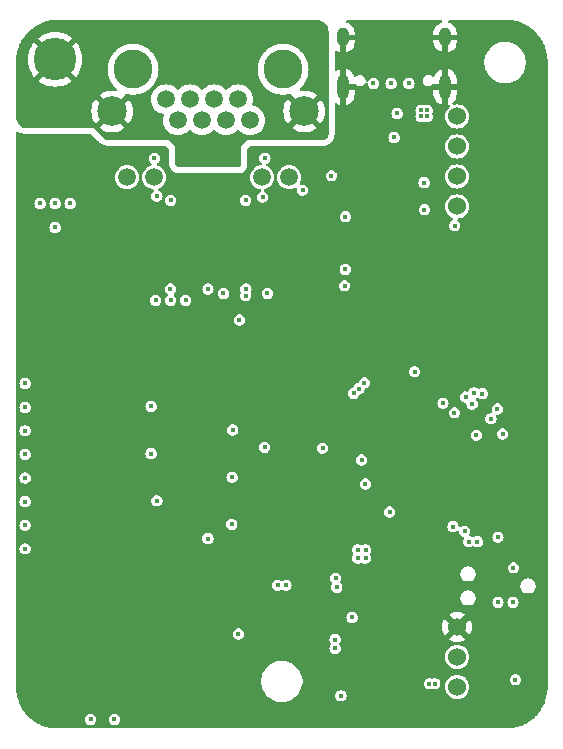
<source format=gbr>
%TF.GenerationSoftware,KiCad,Pcbnew,8.0.0*%
%TF.CreationDate,2024-03-22T12:56:57+01:00*%
%TF.ProjectId,WCH-ETH-LOW,5743482d-4554-4482-9d4c-4f572e6b6963,rev?*%
%TF.SameCoordinates,Original*%
%TF.FileFunction,Copper,L2,Inr*%
%TF.FilePolarity,Positive*%
%FSLAX46Y46*%
G04 Gerber Fmt 4.6, Leading zero omitted, Abs format (unit mm)*
G04 Created by KiCad (PCBNEW 8.0.0) date 2024-03-22 12:56:57*
%MOMM*%
%LPD*%
G01*
G04 APERTURE LIST*
%TA.AperFunction,ComponentPad*%
%ADD10O,1.000000X2.100000*%
%TD*%
%TA.AperFunction,ComponentPad*%
%ADD11O,1.000000X1.600000*%
%TD*%
%TA.AperFunction,ComponentPad*%
%ADD12C,3.600000*%
%TD*%
%TA.AperFunction,ComponentPad*%
%ADD13R,0.500000X0.900000*%
%TD*%
%TA.AperFunction,ComponentPad*%
%ADD14C,2.500000*%
%TD*%
%TA.AperFunction,ComponentPad*%
%ADD15C,1.520000*%
%TD*%
%TA.AperFunction,ComponentPad*%
%ADD16C,3.300000*%
%TD*%
%TA.AperFunction,ComponentPad*%
%ADD17C,1.524000*%
%TD*%
%TA.AperFunction,ViaPad*%
%ADD18C,0.450000*%
%TD*%
G04 APERTURE END LIST*
D10*
%TO.N,GND*%
%TO.C,J10*%
X109984000Y-77754000D03*
D11*
X109984000Y-73574000D03*
D10*
X101344000Y-77754000D03*
D11*
X101344000Y-73574000D03*
%TD*%
D12*
%TO.N,Earth*%
%TO.C,H1*%
X76962000Y-75438000D03*
%TD*%
D13*
%TO.N,GND*%
%TO.C,AE1*%
X112735000Y-101730000D03*
%TD*%
D14*
%TO.N,Earth*%
%TO.C,RJ1*%
X98046000Y-79835000D03*
X81786000Y-79835000D03*
D15*
%TO.N,Net-(RJ1-R-)*%
X83056000Y-85405000D03*
%TO.N,EthStatLEDR*%
X85346000Y-85405000D03*
%TO.N,EthStatLEDL*%
X94486000Y-85405000D03*
%TO.N,Net-(RJ1-L+)*%
X96776000Y-85405000D03*
%TO.N,Net-(C37-Pad1)*%
X93486000Y-80595000D03*
X92466000Y-78805000D03*
%TO.N,Net-(L2-RX-)*%
X91446000Y-80595000D03*
%TO.N,Net-(C36-Pad1)*%
X90426000Y-78805000D03*
X89406000Y-80595000D03*
%TO.N,Net-(L2-RX+)*%
X88386000Y-78805000D03*
%TO.N,Net-(L2-TX-)*%
X87366000Y-80595000D03*
%TO.N,Net-(L2-TX+)*%
X86346000Y-78805000D03*
D16*
%TO.N,*%
X96266000Y-76265000D03*
X83566000Y-76265000D03*
%TD*%
D17*
%TO.N,Net-(L2-RXCT)*%
%TO.C,U6*%
X110998000Y-80264000D03*
%TO.N,Net-(L2-TXCT)*%
X110998000Y-82804000D03*
%TO.N,Net-(C36-Pad1)*%
X110998000Y-85344000D03*
%TO.N,Net-(C37-Pad1)*%
X110998000Y-87884000D03*
%TO.N,GND*%
X110998000Y-123484000D03*
%TO.N,VCC*%
X110998000Y-126024000D03*
%TO.N,unconnected-(U6-Adj-Pad7)*%
X110998000Y-128564000D03*
%TD*%
D18*
%TO.N,GND*%
X84070000Y-110970000D03*
X84070000Y-108690000D03*
X84070000Y-115580000D03*
X95620000Y-116010000D03*
X97300000Y-108345500D03*
X80000000Y-83120000D03*
X102310000Y-110855000D03*
X91720000Y-122590000D03*
X74930000Y-95758000D03*
X102360000Y-131310000D03*
X105730000Y-130790000D03*
X90965000Y-122325000D03*
X110000000Y-115720000D03*
X112280000Y-90030000D03*
X91460000Y-111790000D03*
X99000000Y-85850000D03*
X103570000Y-126280000D03*
X84090000Y-120150000D03*
X79020000Y-129470000D03*
X102070000Y-91730000D03*
X80000000Y-82420000D03*
X108960000Y-89190000D03*
X89710000Y-113870000D03*
X82852500Y-128740000D03*
X107495176Y-84187081D03*
X84070000Y-113270000D03*
X86620000Y-111690000D03*
X90691500Y-105933500D03*
X110236000Y-102108000D03*
X103150000Y-96648500D03*
X74390000Y-82460000D03*
X113090000Y-128890000D03*
X74390000Y-83130000D03*
X97896000Y-119964000D03*
X82960000Y-129520000D03*
X113160000Y-107680000D03*
X113410000Y-115905000D03*
X84090000Y-104110000D03*
X87750000Y-109760000D03*
X82850000Y-120010000D03*
X102760000Y-108255000D03*
X108960000Y-84874500D03*
X76252500Y-100890000D03*
X108210000Y-111505000D03*
X91370000Y-115770000D03*
X88060000Y-115770000D03*
X85381240Y-106198660D03*
X95148400Y-97540000D03*
X86630000Y-107890000D03*
X85100000Y-109820000D03*
X80010000Y-101860000D03*
X83960000Y-131210000D03*
X106760000Y-82255000D03*
X113090000Y-129300000D03*
X116467500Y-129380000D03*
X106660000Y-117690000D03*
X86730000Y-92780000D03*
X86860000Y-103582500D03*
X84070000Y-117850000D03*
X113195000Y-121405000D03*
X106934000Y-75184000D03*
X103886000Y-75184000D03*
X115860000Y-105380000D03*
X91430000Y-107760000D03*
X96110000Y-87690000D03*
X107670000Y-123790000D03*
X103260000Y-113230000D03*
X84500000Y-105530000D03*
X94680000Y-102770000D03*
X101870000Y-131310000D03*
X101580114Y-123701856D03*
X106220000Y-130790000D03*
X111658400Y-98221800D03*
X78860000Y-128270000D03*
X108190000Y-101060000D03*
X89910000Y-92760000D03*
X107010000Y-123780000D03*
X81250000Y-124670000D03*
X112060000Y-95240000D03*
X92670000Y-92830000D03*
X107370000Y-117700000D03*
%TO.N,+3.3V*%
X102910000Y-109355000D03*
X92490000Y-124080000D03*
X89910000Y-94880000D03*
X86750000Y-95840000D03*
X93100000Y-95440000D03*
X114460000Y-115880000D03*
X94730000Y-83810000D03*
X105664000Y-82042000D03*
X76962000Y-89662000D03*
X115735000Y-121405000D03*
X93120000Y-94880000D03*
X107410000Y-101870000D03*
X92570502Y-97500000D03*
X102590000Y-116940000D03*
X110653196Y-114981031D03*
X110780000Y-89500000D03*
X115927500Y-127950000D03*
X89900000Y-116000000D03*
X86730000Y-94880000D03*
X103260000Y-117660000D03*
X103260000Y-116950000D03*
X102590000Y-117640000D03*
X111635000Y-115390000D03*
X85370000Y-83820000D03*
X100361648Y-85291500D03*
X103235000Y-111380000D03*
%TO.N,Net-(D1-A2)*%
X79978000Y-131318000D03*
%TO.N,Net-(D2-A2)*%
X81978000Y-131318000D03*
%TO.N,NRST*%
X105285000Y-113755000D03*
X114460000Y-121405000D03*
%TO.N,Net-(L2-RXCT)*%
X93091000Y-87376000D03*
%TO.N,Net-(L2-TXCT)*%
X86741000Y-87376000D03*
%TO.N,Net-(C36-Pad1)*%
X85585000Y-87005000D03*
%TO.N,Net-(C37-Pad1)*%
X94535000Y-87080000D03*
%TO.N,StatLED00*%
X102235000Y-103708200D03*
%TO.N,Net-(D19-A)*%
X78232000Y-87630000D03*
%TO.N,StatLED01*%
X102685000Y-103301800D03*
%TO.N,Net-(D26-A)*%
X76962000Y-87630000D03*
%TO.N,StatLED02*%
X103147438Y-102819200D03*
%TO.N,Net-(D27-A)*%
X75692000Y-87630000D03*
%TO.N,Net-(IC1-FB)*%
X101160000Y-129310000D03*
X102110000Y-122680000D03*
%TO.N,ETH_RXP*%
X109804200Y-104546400D03*
X91210000Y-95250000D03*
%TO.N,ETH_RXN*%
X111725739Y-104020739D03*
X94930000Y-95250000D03*
%TO.N,ETH_TXP*%
X110760000Y-105355000D03*
X85470000Y-95840000D03*
%TO.N,ETH_TXN*%
X88010000Y-95840000D03*
X112266424Y-104611424D03*
%TO.N,CAN0_RX*%
X100810000Y-120130000D03*
X112710000Y-116255000D03*
%TO.N,CAN0_TX*%
X100710000Y-119355000D03*
X111985000Y-116255000D03*
%TO.N,SWD*%
X115760000Y-118480000D03*
X112635000Y-107255000D03*
%TO.N,Ant*%
X114858800Y-107137200D03*
%TO.N,VCC*%
X109110000Y-128290000D03*
X100670000Y-125300000D03*
X100670000Y-124550000D03*
X108650000Y-128290000D03*
%TO.N,Net-(J2-Pin_2)*%
X74422000Y-116872000D03*
%TO.N,Net-(J2-Pin_3)*%
X74422000Y-114872000D03*
%TO.N,Net-(J2-Pin_4)*%
X74422000Y-112872000D03*
%TO.N,Net-(J2-Pin_5)*%
X74422000Y-110872000D03*
%TO.N,Net-(J2-Pin_6)*%
X74422000Y-108872000D03*
%TO.N,Net-(J2-Pin_7)*%
X74422000Y-106872000D03*
%TO.N,Net-(J2-Pin_8)*%
X74422000Y-104902000D03*
%TO.N,Net-(J2-Pin_9)*%
X74422000Y-102870000D03*
%TO.N,Net-(D7-A2)*%
X108210000Y-85860000D03*
%TO.N,Net-(D9-A2)*%
X108230000Y-88150000D03*
%TO.N,Net-(D8-A2)*%
X94710000Y-108280000D03*
%TO.N,Net-(D10-A2)*%
X99610000Y-108345500D03*
%TO.N,Net-(D11-A2)*%
X101530000Y-93210000D03*
%TO.N,Net-(D12-A2)*%
X101470000Y-94600000D03*
%TO.N,Net-(D20-A2)*%
X91920000Y-114800000D03*
%TO.N,Net-(D21-A2)*%
X85578000Y-112808000D03*
%TO.N,Net-(D22-A2)*%
X91950000Y-110808000D03*
%TO.N,Net-(D23-A2)*%
X85090000Y-108808000D03*
%TO.N,Net-(D24-A2)*%
X92010000Y-106800000D03*
%TO.N,Net-(D25-A2)*%
X85090000Y-104808000D03*
%TO.N,RS485_00_A*%
X101550000Y-88742500D03*
X97917000Y-86510000D03*
%TO.N,Net-(D28-A)*%
X107950000Y-80264000D03*
X107950000Y-79756000D03*
X108458000Y-79756000D03*
X108458000Y-80264000D03*
%TO.N,Net-(J10-CC1)*%
X106914000Y-77470000D03*
%TO.N,Net-(J10-D+-PadA6)*%
X105410000Y-77470000D03*
%TO.N,Net-(J10-D--PadA7)*%
X105918000Y-80010000D03*
%TO.N,Net-(J10-CC2)*%
X103914000Y-77470000D03*
%TO.N,USB1DN*%
X114410000Y-105030000D03*
X113135000Y-103730000D03*
%TO.N,USB1DP*%
X113860000Y-105855000D03*
X112435000Y-103655000D03*
%TO.N,Net-(J3-Pin_1)*%
X95819999Y-119960000D03*
X96510000Y-119960000D03*
%TD*%
%TA.AperFunction,Conductor*%
%TO.N,GND*%
G36*
X109697093Y-72099685D02*
G01*
X109742848Y-72152489D01*
X109752792Y-72221647D01*
X109723767Y-72285203D01*
X109677506Y-72318561D01*
X109510328Y-72387807D01*
X109510315Y-72387814D01*
X109346537Y-72497248D01*
X109346533Y-72497251D01*
X109207251Y-72636533D01*
X109207248Y-72636537D01*
X109097814Y-72800315D01*
X109097807Y-72800328D01*
X109022430Y-72982306D01*
X109022427Y-72982318D01*
X108984000Y-73175504D01*
X108984000Y-73324000D01*
X109684000Y-73324000D01*
X109684000Y-73824000D01*
X108984000Y-73824000D01*
X108984000Y-73972495D01*
X109022427Y-74165681D01*
X109022430Y-74165693D01*
X109097807Y-74347671D01*
X109097814Y-74347684D01*
X109207248Y-74511462D01*
X109207251Y-74511466D01*
X109346533Y-74650748D01*
X109346537Y-74650751D01*
X109510315Y-74760185D01*
X109510328Y-74760192D01*
X109692308Y-74835569D01*
X109734000Y-74843862D01*
X109734000Y-74040988D01*
X109743940Y-74058205D01*
X109799795Y-74114060D01*
X109868204Y-74153556D01*
X109944504Y-74174000D01*
X110023496Y-74174000D01*
X110099796Y-74153556D01*
X110168205Y-74114060D01*
X110224060Y-74058205D01*
X110234000Y-74040988D01*
X110234000Y-74843862D01*
X110275690Y-74835569D01*
X110275692Y-74835569D01*
X110457671Y-74760192D01*
X110457684Y-74760185D01*
X110621462Y-74650751D01*
X110621466Y-74650748D01*
X110760748Y-74511466D01*
X110760751Y-74511462D01*
X110870185Y-74347684D01*
X110870192Y-74347671D01*
X110945569Y-74165693D01*
X110945572Y-74165681D01*
X110983999Y-73972495D01*
X110984000Y-73972492D01*
X110984000Y-73824000D01*
X110284000Y-73824000D01*
X110284000Y-73324000D01*
X110984000Y-73324000D01*
X110984000Y-73175508D01*
X110983999Y-73175504D01*
X110945572Y-72982318D01*
X110945569Y-72982306D01*
X110870192Y-72800328D01*
X110870185Y-72800315D01*
X110760751Y-72636537D01*
X110760748Y-72636533D01*
X110621466Y-72497251D01*
X110621462Y-72497248D01*
X110457684Y-72387814D01*
X110457671Y-72387807D01*
X110290494Y-72318561D01*
X110236090Y-72274720D01*
X110214025Y-72208426D01*
X110231304Y-72140727D01*
X110282441Y-72093116D01*
X110337946Y-72080000D01*
X115153372Y-72080000D01*
X115153761Y-72080001D01*
X115154165Y-72080002D01*
X115159647Y-72080019D01*
X115160245Y-72080023D01*
X115166540Y-72080086D01*
X115296085Y-72081780D01*
X115298755Y-72081844D01*
X115340428Y-72083345D01*
X115346078Y-72083679D01*
X115387512Y-72087076D01*
X115390231Y-72087330D01*
X115648949Y-72114523D01*
X115654187Y-72115074D01*
X115657408Y-72115456D01*
X115676124Y-72117919D01*
X115704470Y-72121651D01*
X115710857Y-72122662D01*
X115757576Y-72131321D01*
X115760735Y-72131950D01*
X116013641Y-72185707D01*
X116016786Y-72186418D01*
X116062995Y-72197512D01*
X116069233Y-72199184D01*
X116091210Y-72205694D01*
X116114780Y-72212676D01*
X116117879Y-72213638D01*
X116363759Y-72293530D01*
X116366831Y-72294573D01*
X116373451Y-72296917D01*
X116411607Y-72310428D01*
X116417613Y-72312732D01*
X116461620Y-72330961D01*
X116464434Y-72332170D01*
X116691141Y-72433105D01*
X116700710Y-72437366D01*
X116703659Y-72438726D01*
X116746501Y-72459161D01*
X116752271Y-72462100D01*
X116794055Y-72484787D01*
X116796839Y-72486347D01*
X116890242Y-72540273D01*
X117020756Y-72615625D01*
X117023525Y-72617272D01*
X117064052Y-72642107D01*
X117069442Y-72645607D01*
X117108653Y-72672556D01*
X117111260Y-72674400D01*
X117320415Y-72826360D01*
X117323016Y-72828302D01*
X117360690Y-72857210D01*
X117365736Y-72861296D01*
X117401848Y-72892139D01*
X117404288Y-72894279D01*
X117596453Y-73067304D01*
X117598743Y-73069421D01*
X117633247Y-73102163D01*
X117637832Y-73106748D01*
X117670575Y-73141253D01*
X117672698Y-73143550D01*
X117767182Y-73248486D01*
X117845720Y-73335711D01*
X117847860Y-73338151D01*
X117878703Y-73374263D01*
X117882789Y-73379309D01*
X117911697Y-73416983D01*
X117913639Y-73419584D01*
X118065599Y-73628739D01*
X118067453Y-73631361D01*
X118094386Y-73670548D01*
X118097898Y-73675957D01*
X118120993Y-73713645D01*
X118122715Y-73716454D01*
X118124374Y-73719243D01*
X118253646Y-73943149D01*
X118255226Y-73945970D01*
X118269627Y-73972492D01*
X118277892Y-73987715D01*
X118280838Y-73993498D01*
X118301273Y-74036340D01*
X118302633Y-74039289D01*
X118407806Y-74275512D01*
X118409053Y-74278415D01*
X118427258Y-74322366D01*
X118429573Y-74328398D01*
X118445426Y-74373168D01*
X118446469Y-74376240D01*
X118526361Y-74622120D01*
X118527323Y-74625219D01*
X118540811Y-74670752D01*
X118542492Y-74677025D01*
X118553580Y-74723212D01*
X118554296Y-74726377D01*
X118608048Y-74979260D01*
X118608681Y-74982442D01*
X118617333Y-75029121D01*
X118618349Y-75035537D01*
X118624543Y-75082591D01*
X118624925Y-75085812D01*
X118652663Y-75349710D01*
X118652927Y-75352540D01*
X118656319Y-75393916D01*
X118656654Y-75399583D01*
X118658152Y-75441156D01*
X118658221Y-75443999D01*
X118659909Y-75573070D01*
X118659914Y-75573471D01*
X118659975Y-75579665D01*
X118659980Y-75580469D01*
X118659999Y-75586124D01*
X118660000Y-75586541D01*
X118660000Y-128573459D01*
X118659999Y-128573876D01*
X118659980Y-128579530D01*
X118659975Y-128580339D01*
X118659914Y-128586506D01*
X118659909Y-128586901D01*
X118658221Y-128715999D01*
X118658152Y-128718843D01*
X118656654Y-128760416D01*
X118656319Y-128766083D01*
X118652927Y-128807459D01*
X118652663Y-128810289D01*
X118624925Y-129074187D01*
X118624543Y-129077408D01*
X118618349Y-129124462D01*
X118617333Y-129130878D01*
X118608681Y-129177557D01*
X118608048Y-129180739D01*
X118554296Y-129433622D01*
X118553580Y-129436787D01*
X118542492Y-129482974D01*
X118540811Y-129489247D01*
X118527323Y-129534780D01*
X118526361Y-129537879D01*
X118446469Y-129783759D01*
X118445426Y-129786831D01*
X118429573Y-129831601D01*
X118427253Y-129837645D01*
X118409065Y-129881556D01*
X118407806Y-129884487D01*
X118302633Y-130120710D01*
X118301273Y-130123659D01*
X118280838Y-130166501D01*
X118277892Y-130172284D01*
X118255233Y-130214017D01*
X118253646Y-130216850D01*
X118124374Y-130440756D01*
X118122715Y-130443545D01*
X118097908Y-130484027D01*
X118094371Y-130489474D01*
X118067472Y-130528611D01*
X118065599Y-130531260D01*
X117913639Y-130740415D01*
X117911697Y-130743016D01*
X117882789Y-130780690D01*
X117878703Y-130785736D01*
X117847860Y-130821848D01*
X117845720Y-130824288D01*
X117672722Y-131016423D01*
X117670540Y-131018783D01*
X117656111Y-131033989D01*
X117637836Y-131053247D01*
X117633247Y-131057836D01*
X117613989Y-131076111D01*
X117598783Y-131090540D01*
X117596423Y-131092722D01*
X117404288Y-131265720D01*
X117401848Y-131267860D01*
X117365736Y-131298703D01*
X117360690Y-131302789D01*
X117323016Y-131331697D01*
X117320415Y-131333639D01*
X117111260Y-131485599D01*
X117108611Y-131487472D01*
X117069474Y-131514371D01*
X117064027Y-131517908D01*
X117023545Y-131542715D01*
X117020756Y-131544374D01*
X116796850Y-131673646D01*
X116794017Y-131675233D01*
X116752284Y-131697892D01*
X116746501Y-131700838D01*
X116703659Y-131721273D01*
X116700710Y-131722633D01*
X116464487Y-131827806D01*
X116461556Y-131829065D01*
X116417645Y-131847253D01*
X116411601Y-131849573D01*
X116366831Y-131865426D01*
X116363759Y-131866469D01*
X116117879Y-131946361D01*
X116114780Y-131947323D01*
X116069247Y-131960811D01*
X116062974Y-131962492D01*
X116016787Y-131973580D01*
X116013622Y-131974296D01*
X115760739Y-132028048D01*
X115757557Y-132028681D01*
X115710878Y-132037333D01*
X115704462Y-132038349D01*
X115657408Y-132044543D01*
X115654187Y-132044925D01*
X115390289Y-132072663D01*
X115387459Y-132072927D01*
X115346083Y-132076319D01*
X115340416Y-132076654D01*
X115300281Y-132078100D01*
X115298840Y-132078152D01*
X115295999Y-132078221D01*
X115166901Y-132079909D01*
X115166506Y-132079914D01*
X115160339Y-132079975D01*
X115159523Y-132079980D01*
X115154155Y-132079997D01*
X115153734Y-132079999D01*
X115153372Y-132080000D01*
X77166628Y-132080000D01*
X77166265Y-132079999D01*
X77165842Y-132079997D01*
X77160476Y-132079980D01*
X77159660Y-132079975D01*
X77153493Y-132079914D01*
X77153098Y-132079909D01*
X77024000Y-132078221D01*
X77021161Y-132078152D01*
X77017674Y-132078026D01*
X76979583Y-132076654D01*
X76973916Y-132076319D01*
X76932540Y-132072927D01*
X76929710Y-132072663D01*
X76665812Y-132044925D01*
X76662591Y-132044543D01*
X76615537Y-132038349D01*
X76609121Y-132037333D01*
X76562442Y-132028681D01*
X76559260Y-132028048D01*
X76306377Y-131974296D01*
X76303212Y-131973580D01*
X76257025Y-131962492D01*
X76250752Y-131960811D01*
X76205219Y-131947323D01*
X76202120Y-131946361D01*
X75956240Y-131866469D01*
X75953168Y-131865426D01*
X75908398Y-131849573D01*
X75902366Y-131847258D01*
X75858415Y-131829053D01*
X75855528Y-131827813D01*
X75778459Y-131793500D01*
X75619289Y-131722633D01*
X75616340Y-131721273D01*
X75573498Y-131700838D01*
X75567715Y-131697892D01*
X75525982Y-131675233D01*
X75523149Y-131673646D01*
X75299243Y-131544374D01*
X75296454Y-131542715D01*
X75293645Y-131540993D01*
X75255957Y-131517898D01*
X75250548Y-131514386D01*
X75211361Y-131487453D01*
X75208739Y-131485599D01*
X74999584Y-131333639D01*
X74996983Y-131331697D01*
X74979133Y-131318000D01*
X79497610Y-131318000D01*
X79517068Y-131453337D01*
X79517070Y-131453345D01*
X79573867Y-131577714D01*
X79573872Y-131577721D01*
X79663409Y-131681053D01*
X79663413Y-131681057D01*
X79689610Y-131697892D01*
X79778439Y-131754978D01*
X79844036Y-131774239D01*
X79909632Y-131793500D01*
X79909633Y-131793500D01*
X80046367Y-131793500D01*
X80177561Y-131754978D01*
X80292589Y-131681055D01*
X80382130Y-131577718D01*
X80438931Y-131453342D01*
X80458390Y-131318000D01*
X81497610Y-131318000D01*
X81517068Y-131453337D01*
X81517070Y-131453345D01*
X81573867Y-131577714D01*
X81573872Y-131577721D01*
X81663409Y-131681053D01*
X81663413Y-131681057D01*
X81689610Y-131697892D01*
X81778439Y-131754978D01*
X81844036Y-131774239D01*
X81909632Y-131793500D01*
X81909633Y-131793500D01*
X82046367Y-131793500D01*
X82177561Y-131754978D01*
X82292589Y-131681055D01*
X82382130Y-131577718D01*
X82438931Y-131453342D01*
X82458390Y-131318000D01*
X82438931Y-131182658D01*
X82426677Y-131155827D01*
X82382132Y-131058285D01*
X82382127Y-131058278D01*
X82292590Y-130954946D01*
X82292586Y-130954942D01*
X82177559Y-130881021D01*
X82046368Y-130842500D01*
X82046367Y-130842500D01*
X81909633Y-130842500D01*
X81909632Y-130842500D01*
X81778440Y-130881021D01*
X81663413Y-130954942D01*
X81663409Y-130954946D01*
X81573872Y-131058278D01*
X81573867Y-131058285D01*
X81517070Y-131182654D01*
X81517068Y-131182662D01*
X81497610Y-131318000D01*
X80458390Y-131318000D01*
X80438931Y-131182658D01*
X80426677Y-131155827D01*
X80382132Y-131058285D01*
X80382127Y-131058278D01*
X80292590Y-130954946D01*
X80292586Y-130954942D01*
X80177559Y-130881021D01*
X80046368Y-130842500D01*
X80046367Y-130842500D01*
X79909633Y-130842500D01*
X79909632Y-130842500D01*
X79778440Y-130881021D01*
X79663413Y-130954942D01*
X79663409Y-130954946D01*
X79573872Y-131058278D01*
X79573867Y-131058285D01*
X79517070Y-131182654D01*
X79517068Y-131182662D01*
X79497610Y-131318000D01*
X74979133Y-131318000D01*
X74959309Y-131302789D01*
X74954263Y-131298703D01*
X74918151Y-131267860D01*
X74915711Y-131265720D01*
X74823456Y-131182654D01*
X74723550Y-131092698D01*
X74721253Y-131090575D01*
X74686748Y-131057832D01*
X74682163Y-131053247D01*
X74649421Y-131018743D01*
X74647304Y-131016453D01*
X74474279Y-130824288D01*
X74472139Y-130821848D01*
X74441296Y-130785736D01*
X74437210Y-130780690D01*
X74408302Y-130743016D01*
X74406360Y-130740415D01*
X74254400Y-130531260D01*
X74252556Y-130528653D01*
X74225607Y-130489442D01*
X74222107Y-130484052D01*
X74197272Y-130443525D01*
X74195625Y-130440756D01*
X74066353Y-130216850D01*
X74064787Y-130214055D01*
X74042100Y-130172271D01*
X74039161Y-130166501D01*
X74018726Y-130123659D01*
X74017366Y-130120710D01*
X74013105Y-130111141D01*
X73912170Y-129884434D01*
X73910961Y-129881620D01*
X73892732Y-129837613D01*
X73890426Y-129831601D01*
X73874573Y-129786831D01*
X73873530Y-129783759D01*
X73793638Y-129537879D01*
X73792676Y-129534780D01*
X73779188Y-129489247D01*
X73777512Y-129482995D01*
X73766418Y-129436786D01*
X73765703Y-129433622D01*
X73758326Y-129398918D01*
X73711950Y-129180735D01*
X73711318Y-129177557D01*
X73702662Y-129130857D01*
X73701650Y-129124462D01*
X73695456Y-129077408D01*
X73695074Y-129074187D01*
X73681700Y-128946946D01*
X73667330Y-128810231D01*
X73667076Y-128807512D01*
X73663679Y-128766078D01*
X73663345Y-128760416D01*
X73661844Y-128718755D01*
X73661780Y-128716085D01*
X73660086Y-128586540D01*
X73660023Y-128580244D01*
X73660019Y-128579508D01*
X73660001Y-128573854D01*
X73660000Y-128573459D01*
X73660000Y-128194741D01*
X94409500Y-128194741D01*
X94434446Y-128384215D01*
X94439452Y-128422238D01*
X94440284Y-128425342D01*
X94498842Y-128643887D01*
X94586650Y-128855876D01*
X94586657Y-128855890D01*
X94701392Y-129054617D01*
X94841081Y-129236661D01*
X94841089Y-129236670D01*
X95003330Y-129398911D01*
X95003338Y-129398918D01*
X95003339Y-129398919D01*
X95048565Y-129433622D01*
X95185382Y-129538607D01*
X95185385Y-129538608D01*
X95185388Y-129538611D01*
X95384112Y-129653344D01*
X95384117Y-129653346D01*
X95384123Y-129653349D01*
X95431698Y-129673055D01*
X95596113Y-129741158D01*
X95817762Y-129800548D01*
X96045266Y-129830500D01*
X96045273Y-129830500D01*
X96274727Y-129830500D01*
X96274734Y-129830500D01*
X96502238Y-129800548D01*
X96723887Y-129741158D01*
X96935888Y-129653344D01*
X97134612Y-129538611D01*
X97316661Y-129398919D01*
X97316665Y-129398914D01*
X97316670Y-129398911D01*
X97405581Y-129310000D01*
X100679610Y-129310000D01*
X100699068Y-129445337D01*
X100699070Y-129445345D01*
X100755867Y-129569714D01*
X100755872Y-129569721D01*
X100845409Y-129673053D01*
X100845413Y-129673057D01*
X100905979Y-129711979D01*
X100960439Y-129746978D01*
X101026036Y-129766239D01*
X101091632Y-129785500D01*
X101091633Y-129785500D01*
X101228367Y-129785500D01*
X101359561Y-129746978D01*
X101474589Y-129673055D01*
X101564130Y-129569718D01*
X101620931Y-129445342D01*
X101640390Y-129310000D01*
X101620931Y-129174658D01*
X101598007Y-129124462D01*
X101564132Y-129050285D01*
X101564127Y-129050278D01*
X101474590Y-128946946D01*
X101474586Y-128946942D01*
X101359559Y-128873021D01*
X101228368Y-128834500D01*
X101228367Y-128834500D01*
X101091633Y-128834500D01*
X101091632Y-128834500D01*
X100960440Y-128873021D01*
X100845413Y-128946942D01*
X100845409Y-128946946D01*
X100755872Y-129050278D01*
X100755867Y-129050285D01*
X100699070Y-129174654D01*
X100699068Y-129174662D01*
X100679610Y-129310000D01*
X97405581Y-129310000D01*
X97478911Y-129236670D01*
X97478914Y-129236665D01*
X97478919Y-129236661D01*
X97618611Y-129054612D01*
X97733344Y-128855888D01*
X97821158Y-128643887D01*
X97880548Y-128422238D01*
X97897958Y-128290000D01*
X108169610Y-128290000D01*
X108189068Y-128425337D01*
X108189070Y-128425345D01*
X108245867Y-128549714D01*
X108245872Y-128549721D01*
X108335409Y-128653053D01*
X108335413Y-128653057D01*
X108395979Y-128691979D01*
X108450439Y-128726978D01*
X108454935Y-128728298D01*
X108581632Y-128765500D01*
X108581633Y-128765500D01*
X108718367Y-128765500D01*
X108845065Y-128728298D01*
X108914935Y-128728298D01*
X109041632Y-128765500D01*
X109041633Y-128765500D01*
X109178367Y-128765500D01*
X109309561Y-128726978D01*
X109424589Y-128653055D01*
X109501755Y-128564000D01*
X109980601Y-128564000D01*
X110000149Y-128762481D01*
X110000149Y-128762483D01*
X110000150Y-128762485D01*
X110056106Y-128946946D01*
X110058048Y-128953348D01*
X110152060Y-129129231D01*
X110152063Y-129129235D01*
X110152064Y-129129237D01*
X110153411Y-129130878D01*
X110278589Y-129283410D01*
X110385875Y-129371456D01*
X110432763Y-129409936D01*
X110432766Y-129409937D01*
X110432768Y-129409939D01*
X110608651Y-129503951D01*
X110608654Y-129503951D01*
X110608658Y-129503954D01*
X110799515Y-129561850D01*
X110998000Y-129581399D01*
X111196485Y-129561850D01*
X111387342Y-129503954D01*
X111426554Y-129482995D01*
X111475289Y-129456945D01*
X111563237Y-129409936D01*
X111717410Y-129283410D01*
X111843936Y-129129237D01*
X111937954Y-128953342D01*
X111995850Y-128762485D01*
X112015399Y-128564000D01*
X111995850Y-128365515D01*
X111937954Y-128174658D01*
X111937951Y-128174654D01*
X111937951Y-128174651D01*
X111843939Y-127998768D01*
X111843937Y-127998766D01*
X111843936Y-127998763D01*
X111803917Y-127950000D01*
X115447110Y-127950000D01*
X115466568Y-128085337D01*
X115466570Y-128085345D01*
X115523367Y-128209714D01*
X115523372Y-128209721D01*
X115612909Y-128313053D01*
X115612913Y-128313057D01*
X115673479Y-128351979D01*
X115727939Y-128386978D01*
X115793536Y-128406239D01*
X115859132Y-128425500D01*
X115859133Y-128425500D01*
X115995867Y-128425500D01*
X116127061Y-128386978D01*
X116242089Y-128313055D01*
X116331630Y-128209718D01*
X116388431Y-128085342D01*
X116407890Y-127950000D01*
X116388431Y-127814658D01*
X116376177Y-127787827D01*
X116331632Y-127690285D01*
X116331627Y-127690278D01*
X116242090Y-127586946D01*
X116242086Y-127586942D01*
X116151236Y-127528558D01*
X116127061Y-127513022D01*
X116127060Y-127513021D01*
X116127059Y-127513021D01*
X115995868Y-127474500D01*
X115995867Y-127474500D01*
X115859133Y-127474500D01*
X115859132Y-127474500D01*
X115727940Y-127513021D01*
X115612913Y-127586942D01*
X115612909Y-127586946D01*
X115523372Y-127690278D01*
X115523367Y-127690285D01*
X115466570Y-127814654D01*
X115466568Y-127814662D01*
X115447110Y-127950000D01*
X111803917Y-127950000D01*
X111784994Y-127926942D01*
X111717410Y-127844589D01*
X111563238Y-127718065D01*
X111563231Y-127718060D01*
X111387348Y-127624048D01*
X111387342Y-127624046D01*
X111196485Y-127566150D01*
X111196483Y-127566149D01*
X111196481Y-127566149D01*
X110998000Y-127546601D01*
X110799518Y-127566149D01*
X110608651Y-127624048D01*
X110432768Y-127718060D01*
X110432761Y-127718065D01*
X110278589Y-127844589D01*
X110152065Y-127998761D01*
X110152060Y-127998768D01*
X110058048Y-128174651D01*
X110000149Y-128365518D01*
X109980601Y-128564000D01*
X109501755Y-128564000D01*
X109514130Y-128549718D01*
X109570931Y-128425342D01*
X109590390Y-128290000D01*
X109570931Y-128154658D01*
X109539277Y-128085345D01*
X109514132Y-128030285D01*
X109514127Y-128030278D01*
X109424590Y-127926946D01*
X109424586Y-127926942D01*
X109309559Y-127853021D01*
X109178368Y-127814500D01*
X109178367Y-127814500D01*
X109041633Y-127814500D01*
X109041630Y-127814500D01*
X108914934Y-127851701D01*
X108845066Y-127851701D01*
X108718369Y-127814500D01*
X108718367Y-127814500D01*
X108581633Y-127814500D01*
X108581632Y-127814500D01*
X108450440Y-127853021D01*
X108335413Y-127926942D01*
X108335409Y-127926946D01*
X108245872Y-128030278D01*
X108245867Y-128030285D01*
X108189070Y-128154654D01*
X108189068Y-128154662D01*
X108169610Y-128290000D01*
X97897958Y-128290000D01*
X97910500Y-128194734D01*
X97910500Y-127965266D01*
X97880548Y-127737762D01*
X97821158Y-127516113D01*
X97733344Y-127304112D01*
X97618611Y-127105388D01*
X97618608Y-127105385D01*
X97618607Y-127105382D01*
X97478918Y-126923338D01*
X97478911Y-126923330D01*
X97316670Y-126761089D01*
X97316661Y-126761081D01*
X97134617Y-126621392D01*
X97078912Y-126589231D01*
X96935888Y-126506656D01*
X96935876Y-126506650D01*
X96723887Y-126418842D01*
X96703360Y-126413342D01*
X96502238Y-126359452D01*
X96464215Y-126354446D01*
X96274741Y-126329500D01*
X96274734Y-126329500D01*
X96045266Y-126329500D01*
X96045258Y-126329500D01*
X95828715Y-126358009D01*
X95817762Y-126359452D01*
X95724076Y-126384554D01*
X95596112Y-126418842D01*
X95384123Y-126506650D01*
X95384109Y-126506657D01*
X95185382Y-126621392D01*
X95003338Y-126761081D01*
X94841081Y-126923338D01*
X94701392Y-127105382D01*
X94586657Y-127304109D01*
X94586650Y-127304123D01*
X94498842Y-127516112D01*
X94439453Y-127737759D01*
X94439451Y-127737770D01*
X94409500Y-127965258D01*
X94409500Y-128194741D01*
X73660000Y-128194741D01*
X73660000Y-126024000D01*
X109980601Y-126024000D01*
X110000149Y-126222481D01*
X110058048Y-126413348D01*
X110152060Y-126589231D01*
X110152065Y-126589238D01*
X110278589Y-126743410D01*
X110385875Y-126831456D01*
X110432763Y-126869936D01*
X110432766Y-126869937D01*
X110432768Y-126869939D01*
X110608651Y-126963951D01*
X110608654Y-126963951D01*
X110608658Y-126963954D01*
X110799515Y-127021850D01*
X110998000Y-127041399D01*
X111196485Y-127021850D01*
X111387342Y-126963954D01*
X111563237Y-126869936D01*
X111717410Y-126743410D01*
X111843936Y-126589237D01*
X111937954Y-126413342D01*
X111995850Y-126222485D01*
X112015399Y-126024000D01*
X111995850Y-125825515D01*
X111937954Y-125634658D01*
X111937951Y-125634654D01*
X111937951Y-125634651D01*
X111843939Y-125458768D01*
X111843937Y-125458766D01*
X111843936Y-125458763D01*
X111805456Y-125411875D01*
X111717410Y-125304589D01*
X111563238Y-125178065D01*
X111563231Y-125178060D01*
X111387348Y-125084048D01*
X111387342Y-125084046D01*
X111196485Y-125026150D01*
X111196483Y-125026149D01*
X111196481Y-125026149D01*
X110998000Y-125006601D01*
X110799518Y-125026149D01*
X110608651Y-125084048D01*
X110432768Y-125178060D01*
X110432761Y-125178065D01*
X110278589Y-125304589D01*
X110152065Y-125458761D01*
X110152060Y-125458768D01*
X110058048Y-125634651D01*
X110000149Y-125825518D01*
X109980601Y-126024000D01*
X73660000Y-126024000D01*
X73660000Y-125300000D01*
X100189610Y-125300000D01*
X100209068Y-125435337D01*
X100209070Y-125435345D01*
X100265867Y-125559714D01*
X100265872Y-125559721D01*
X100355409Y-125663053D01*
X100355413Y-125663057D01*
X100415979Y-125701979D01*
X100470439Y-125736978D01*
X100536036Y-125756239D01*
X100601632Y-125775500D01*
X100601633Y-125775500D01*
X100738367Y-125775500D01*
X100869561Y-125736978D01*
X100984589Y-125663055D01*
X101074130Y-125559718D01*
X101130931Y-125435342D01*
X101150390Y-125300000D01*
X101130931Y-125164658D01*
X101118677Y-125137827D01*
X101074132Y-125040285D01*
X101074130Y-125040283D01*
X101074130Y-125040282D01*
X101044599Y-125006201D01*
X101015575Y-124942647D01*
X101025518Y-124873489D01*
X101044597Y-124843800D01*
X101074130Y-124809718D01*
X101130931Y-124685342D01*
X101150390Y-124550000D01*
X101130931Y-124414658D01*
X101096705Y-124339714D01*
X101074132Y-124290285D01*
X101074127Y-124290278D01*
X100984590Y-124186946D01*
X100984586Y-124186942D01*
X100876400Y-124117417D01*
X100869561Y-124113022D01*
X100869560Y-124113021D01*
X100869559Y-124113021D01*
X100738368Y-124074500D01*
X100738367Y-124074500D01*
X100601633Y-124074500D01*
X100601632Y-124074500D01*
X100470440Y-124113021D01*
X100355413Y-124186942D01*
X100355409Y-124186946D01*
X100265872Y-124290278D01*
X100265867Y-124290285D01*
X100209070Y-124414654D01*
X100209068Y-124414662D01*
X100189610Y-124550000D01*
X100209068Y-124685337D01*
X100209070Y-124685345D01*
X100265867Y-124809714D01*
X100265869Y-124809716D01*
X100265870Y-124809718D01*
X100291001Y-124838722D01*
X100295400Y-124843798D01*
X100324424Y-124907354D01*
X100314480Y-124976513D01*
X100295400Y-125006202D01*
X100265870Y-125040282D01*
X100265867Y-125040285D01*
X100209070Y-125164654D01*
X100209068Y-125164662D01*
X100189610Y-125300000D01*
X73660000Y-125300000D01*
X73660000Y-124080000D01*
X92009610Y-124080000D01*
X92029068Y-124215337D01*
X92029070Y-124215345D01*
X92085867Y-124339714D01*
X92085872Y-124339721D01*
X92175409Y-124443053D01*
X92175413Y-124443057D01*
X92235979Y-124481979D01*
X92290439Y-124516978D01*
X92354337Y-124535740D01*
X92421632Y-124555500D01*
X92421633Y-124555500D01*
X92558367Y-124555500D01*
X92689561Y-124516978D01*
X92804589Y-124443055D01*
X92894130Y-124339718D01*
X92950931Y-124215342D01*
X92970390Y-124080000D01*
X92950931Y-123944658D01*
X92938423Y-123917270D01*
X92894132Y-123820285D01*
X92894127Y-123820278D01*
X92804590Y-123716946D01*
X92804586Y-123716942D01*
X92689559Y-123643021D01*
X92558368Y-123604500D01*
X92558367Y-123604500D01*
X92421633Y-123604500D01*
X92421632Y-123604500D01*
X92290440Y-123643021D01*
X92175413Y-123716942D01*
X92175409Y-123716946D01*
X92085872Y-123820278D01*
X92085867Y-123820285D01*
X92029070Y-123944654D01*
X92029068Y-123944662D01*
X92009610Y-124080000D01*
X73660000Y-124080000D01*
X73660000Y-123484000D01*
X109731179Y-123484000D01*
X109750424Y-123703976D01*
X109750426Y-123703986D01*
X109807575Y-123917270D01*
X109807580Y-123917284D01*
X109900898Y-124117405D01*
X109900901Y-124117411D01*
X109946258Y-124182187D01*
X109946259Y-124182188D01*
X110617000Y-123511447D01*
X110617000Y-123534160D01*
X110642964Y-123631061D01*
X110693124Y-123717940D01*
X110764060Y-123788876D01*
X110850939Y-123839036D01*
X110947840Y-123865000D01*
X110970553Y-123865000D01*
X110299810Y-124535740D01*
X110364590Y-124581099D01*
X110364592Y-124581100D01*
X110564715Y-124674419D01*
X110564729Y-124674424D01*
X110778013Y-124731573D01*
X110778023Y-124731575D01*
X110997999Y-124750821D01*
X110998001Y-124750821D01*
X111217976Y-124731575D01*
X111217986Y-124731573D01*
X111431270Y-124674424D01*
X111431284Y-124674419D01*
X111631407Y-124581100D01*
X111631417Y-124581094D01*
X111696188Y-124535741D01*
X111025448Y-123865000D01*
X111048160Y-123865000D01*
X111145061Y-123839036D01*
X111231940Y-123788876D01*
X111302876Y-123717940D01*
X111353036Y-123631061D01*
X111379000Y-123534160D01*
X111379000Y-123511447D01*
X112049741Y-124182188D01*
X112095094Y-124117417D01*
X112095100Y-124117407D01*
X112188419Y-123917284D01*
X112188424Y-123917270D01*
X112245573Y-123703986D01*
X112245575Y-123703976D01*
X112264821Y-123484000D01*
X112264821Y-123483999D01*
X112245575Y-123264023D01*
X112245573Y-123264013D01*
X112188424Y-123050729D01*
X112188420Y-123050720D01*
X112095096Y-122850586D01*
X112049741Y-122785811D01*
X112049740Y-122785810D01*
X111379000Y-123456551D01*
X111379000Y-123433840D01*
X111353036Y-123336939D01*
X111302876Y-123250060D01*
X111231940Y-123179124D01*
X111145061Y-123128964D01*
X111048160Y-123103000D01*
X111025448Y-123103000D01*
X111696188Y-122432259D01*
X111696187Y-122432258D01*
X111631411Y-122386901D01*
X111631405Y-122386898D01*
X111431284Y-122293580D01*
X111431270Y-122293575D01*
X111217986Y-122236426D01*
X111217976Y-122236424D01*
X110998001Y-122217179D01*
X110997999Y-122217179D01*
X110778023Y-122236424D01*
X110778013Y-122236426D01*
X110564729Y-122293575D01*
X110564720Y-122293579D01*
X110364590Y-122386901D01*
X110299811Y-122432258D01*
X110970553Y-123103000D01*
X110947840Y-123103000D01*
X110850939Y-123128964D01*
X110764060Y-123179124D01*
X110693124Y-123250060D01*
X110642964Y-123336939D01*
X110617000Y-123433840D01*
X110617000Y-123456553D01*
X109946258Y-122785811D01*
X109900901Y-122850590D01*
X109807579Y-123050720D01*
X109807575Y-123050729D01*
X109750426Y-123264013D01*
X109750424Y-123264023D01*
X109731179Y-123483999D01*
X109731179Y-123484000D01*
X73660000Y-123484000D01*
X73660000Y-122680000D01*
X101629610Y-122680000D01*
X101649068Y-122815337D01*
X101649070Y-122815345D01*
X101705867Y-122939714D01*
X101705872Y-122939721D01*
X101795409Y-123043053D01*
X101795413Y-123043057D01*
X101855979Y-123081979D01*
X101910439Y-123116978D01*
X101976036Y-123136239D01*
X102041632Y-123155500D01*
X102041633Y-123155500D01*
X102178367Y-123155500D01*
X102309561Y-123116978D01*
X102424589Y-123043055D01*
X102514130Y-122939718D01*
X102570931Y-122815342D01*
X102590390Y-122680000D01*
X102570931Y-122544658D01*
X102519600Y-122432259D01*
X102514132Y-122420285D01*
X102514127Y-122420278D01*
X102424590Y-122316946D01*
X102424586Y-122316942D01*
X102309559Y-122243021D01*
X102178368Y-122204500D01*
X102178367Y-122204500D01*
X102041633Y-122204500D01*
X102041632Y-122204500D01*
X101910440Y-122243021D01*
X101795413Y-122316942D01*
X101795409Y-122316946D01*
X101705872Y-122420278D01*
X101705867Y-122420285D01*
X101649070Y-122544654D01*
X101649068Y-122544662D01*
X101629610Y-122680000D01*
X73660000Y-122680000D01*
X73660000Y-121084610D01*
X111279200Y-121084610D01*
X111304015Y-121209365D01*
X111304018Y-121209375D01*
X111352697Y-121326898D01*
X111352702Y-121326907D01*
X111423373Y-121432673D01*
X111423376Y-121432677D01*
X111513322Y-121522623D01*
X111513326Y-121522626D01*
X111619092Y-121593297D01*
X111619098Y-121593300D01*
X111619099Y-121593301D01*
X111736627Y-121641983D01*
X111850907Y-121664714D01*
X111861389Y-121666799D01*
X111861393Y-121666800D01*
X111861394Y-121666800D01*
X111988607Y-121666800D01*
X111988608Y-121666799D01*
X112113373Y-121641983D01*
X112230901Y-121593301D01*
X112336674Y-121522626D01*
X112426626Y-121432674D01*
X112445117Y-121405000D01*
X113979610Y-121405000D01*
X113999068Y-121540337D01*
X113999070Y-121540345D01*
X114055867Y-121664714D01*
X114055872Y-121664721D01*
X114145409Y-121768053D01*
X114145413Y-121768057D01*
X114205979Y-121806979D01*
X114260439Y-121841978D01*
X114326036Y-121861239D01*
X114391632Y-121880500D01*
X114391633Y-121880500D01*
X114528367Y-121880500D01*
X114659561Y-121841978D01*
X114774589Y-121768055D01*
X114864130Y-121664718D01*
X114920931Y-121540342D01*
X114940390Y-121405000D01*
X115254610Y-121405000D01*
X115274068Y-121540337D01*
X115274070Y-121540345D01*
X115330867Y-121664714D01*
X115330872Y-121664721D01*
X115420409Y-121768053D01*
X115420413Y-121768057D01*
X115480979Y-121806979D01*
X115535439Y-121841978D01*
X115601036Y-121861239D01*
X115666632Y-121880500D01*
X115666633Y-121880500D01*
X115803367Y-121880500D01*
X115934561Y-121841978D01*
X116049589Y-121768055D01*
X116139130Y-121664718D01*
X116195931Y-121540342D01*
X116215390Y-121405000D01*
X116195931Y-121269658D01*
X116183677Y-121242827D01*
X116139132Y-121145285D01*
X116139127Y-121145278D01*
X116049590Y-121041946D01*
X116049586Y-121041942D01*
X115934559Y-120968021D01*
X115803368Y-120929500D01*
X115803367Y-120929500D01*
X115666633Y-120929500D01*
X115666632Y-120929500D01*
X115535440Y-120968021D01*
X115420413Y-121041942D01*
X115420409Y-121041946D01*
X115330872Y-121145278D01*
X115330867Y-121145285D01*
X115274070Y-121269654D01*
X115274068Y-121269662D01*
X115254610Y-121405000D01*
X114940390Y-121405000D01*
X114920931Y-121269658D01*
X114908677Y-121242827D01*
X114864132Y-121145285D01*
X114864127Y-121145278D01*
X114774590Y-121041946D01*
X114774586Y-121041942D01*
X114659559Y-120968021D01*
X114528368Y-120929500D01*
X114528367Y-120929500D01*
X114391633Y-120929500D01*
X114391632Y-120929500D01*
X114260440Y-120968021D01*
X114145413Y-121041942D01*
X114145409Y-121041946D01*
X114055872Y-121145278D01*
X114055867Y-121145285D01*
X113999070Y-121269654D01*
X113999068Y-121269662D01*
X113979610Y-121405000D01*
X112445117Y-121405000D01*
X112497301Y-121326901D01*
X112545983Y-121209373D01*
X112570800Y-121084606D01*
X112570800Y-120957394D01*
X112545983Y-120832627D01*
X112497301Y-120715099D01*
X112497300Y-120715098D01*
X112497297Y-120715092D01*
X112426626Y-120609326D01*
X112426623Y-120609322D01*
X112336677Y-120519376D01*
X112336673Y-120519373D01*
X112230907Y-120448702D01*
X112230898Y-120448697D01*
X112113375Y-120400018D01*
X112113376Y-120400018D01*
X112113373Y-120400017D01*
X112113369Y-120400016D01*
X112113365Y-120400015D01*
X111988610Y-120375200D01*
X111988606Y-120375200D01*
X111861394Y-120375200D01*
X111861389Y-120375200D01*
X111736634Y-120400015D01*
X111736624Y-120400018D01*
X111619101Y-120448697D01*
X111619092Y-120448702D01*
X111513326Y-120519373D01*
X111513322Y-120519376D01*
X111423376Y-120609322D01*
X111423373Y-120609326D01*
X111352702Y-120715092D01*
X111352697Y-120715101D01*
X111304018Y-120832624D01*
X111304015Y-120832634D01*
X111279200Y-120957389D01*
X111279200Y-121084610D01*
X73660000Y-121084610D01*
X73660000Y-119960000D01*
X95339609Y-119960000D01*
X95359067Y-120095337D01*
X95359069Y-120095345D01*
X95415866Y-120219714D01*
X95415871Y-120219721D01*
X95505408Y-120323053D01*
X95505412Y-120323057D01*
X95542036Y-120346593D01*
X95620438Y-120396978D01*
X95686035Y-120416239D01*
X95751631Y-120435500D01*
X95751632Y-120435500D01*
X95888366Y-120435500D01*
X96019560Y-120396978D01*
X96097963Y-120346592D01*
X96165000Y-120326909D01*
X96232037Y-120346593D01*
X96310439Y-120396978D01*
X96376036Y-120416239D01*
X96441632Y-120435500D01*
X96441633Y-120435500D01*
X96578367Y-120435500D01*
X96709561Y-120396978D01*
X96824589Y-120323055D01*
X96914130Y-120219718D01*
X96970931Y-120095342D01*
X96990390Y-119960000D01*
X96970931Y-119824658D01*
X96922247Y-119718055D01*
X96914132Y-119700285D01*
X96914127Y-119700278D01*
X96824590Y-119596946D01*
X96824586Y-119596942D01*
X96709559Y-119523021D01*
X96578368Y-119484500D01*
X96578367Y-119484500D01*
X96441633Y-119484500D01*
X96441632Y-119484500D01*
X96310443Y-119523020D01*
X96310440Y-119523021D01*
X96310439Y-119523022D01*
X96253829Y-119559402D01*
X96232037Y-119573407D01*
X96164997Y-119593090D01*
X96097961Y-119573406D01*
X96019558Y-119523021D01*
X95888367Y-119484500D01*
X95888366Y-119484500D01*
X95751632Y-119484500D01*
X95751631Y-119484500D01*
X95620439Y-119523021D01*
X95505412Y-119596942D01*
X95505408Y-119596946D01*
X95415871Y-119700278D01*
X95415866Y-119700285D01*
X95359069Y-119824654D01*
X95359067Y-119824662D01*
X95339609Y-119960000D01*
X73660000Y-119960000D01*
X73660000Y-119355000D01*
X100229610Y-119355000D01*
X100249068Y-119490337D01*
X100249070Y-119490345D01*
X100305867Y-119614714D01*
X100305870Y-119614718D01*
X100395411Y-119718055D01*
X100395412Y-119718056D01*
X100396799Y-119719656D01*
X100425824Y-119783212D01*
X100415880Y-119852371D01*
X100407406Y-119867891D01*
X100405872Y-119870278D01*
X100349069Y-119994657D01*
X100349068Y-119994662D01*
X100329610Y-120130000D01*
X100349068Y-120265337D01*
X100349070Y-120265345D01*
X100405867Y-120389714D01*
X100405872Y-120389721D01*
X100495409Y-120493053D01*
X100495413Y-120493057D01*
X100555979Y-120531979D01*
X100610439Y-120566978D01*
X100676036Y-120586239D01*
X100741632Y-120605500D01*
X100741633Y-120605500D01*
X100878367Y-120605500D01*
X101009561Y-120566978D01*
X101124589Y-120493055D01*
X101214130Y-120389718D01*
X101270931Y-120265342D01*
X101290390Y-120130000D01*
X101281564Y-120068610D01*
X116359200Y-120068610D01*
X116384015Y-120193365D01*
X116384018Y-120193375D01*
X116432697Y-120310898D01*
X116432702Y-120310907D01*
X116503373Y-120416673D01*
X116503376Y-120416677D01*
X116593322Y-120506623D01*
X116593326Y-120506626D01*
X116699092Y-120577297D01*
X116699098Y-120577300D01*
X116699099Y-120577301D01*
X116816627Y-120625983D01*
X116941389Y-120650799D01*
X116941393Y-120650800D01*
X116941394Y-120650800D01*
X117068607Y-120650800D01*
X117068608Y-120650799D01*
X117193373Y-120625983D01*
X117310901Y-120577301D01*
X117416674Y-120506626D01*
X117506626Y-120416674D01*
X117577301Y-120310901D01*
X117625983Y-120193373D01*
X117650800Y-120068606D01*
X117650800Y-119941394D01*
X117625983Y-119816627D01*
X117581062Y-119708179D01*
X117577302Y-119699101D01*
X117577297Y-119699092D01*
X117506626Y-119593326D01*
X117506623Y-119593322D01*
X117416677Y-119503376D01*
X117416673Y-119503373D01*
X117310907Y-119432702D01*
X117310898Y-119432697D01*
X117193375Y-119384018D01*
X117193376Y-119384018D01*
X117193373Y-119384017D01*
X117193369Y-119384016D01*
X117193365Y-119384015D01*
X117068610Y-119359200D01*
X117068606Y-119359200D01*
X116941394Y-119359200D01*
X116941389Y-119359200D01*
X116816634Y-119384015D01*
X116816624Y-119384018D01*
X116699101Y-119432697D01*
X116699092Y-119432702D01*
X116593326Y-119503373D01*
X116593322Y-119503376D01*
X116503376Y-119593322D01*
X116503373Y-119593326D01*
X116432702Y-119699092D01*
X116432697Y-119699101D01*
X116384018Y-119816624D01*
X116384015Y-119816634D01*
X116359200Y-119941389D01*
X116359200Y-120068610D01*
X101281564Y-120068610D01*
X101270931Y-119994658D01*
X101246604Y-119941389D01*
X101214132Y-119870285D01*
X101214129Y-119870281D01*
X101124589Y-119766945D01*
X101124587Y-119766943D01*
X101123200Y-119765343D01*
X101094175Y-119701787D01*
X101104119Y-119632628D01*
X101112604Y-119617091D01*
X101114124Y-119614724D01*
X101114130Y-119614718D01*
X101170931Y-119490342D01*
X101190390Y-119355000D01*
X101170931Y-119219658D01*
X101151616Y-119177365D01*
X101114132Y-119095285D01*
X101114127Y-119095278D01*
X101077155Y-119052610D01*
X111279200Y-119052610D01*
X111304015Y-119177365D01*
X111304018Y-119177375D01*
X111352697Y-119294898D01*
X111352702Y-119294907D01*
X111423373Y-119400673D01*
X111423376Y-119400677D01*
X111513322Y-119490623D01*
X111513326Y-119490626D01*
X111619092Y-119561297D01*
X111619098Y-119561300D01*
X111619099Y-119561301D01*
X111736627Y-119609983D01*
X111861389Y-119634799D01*
X111861393Y-119634800D01*
X111861394Y-119634800D01*
X111988607Y-119634800D01*
X111988608Y-119634799D01*
X112113373Y-119609983D01*
X112230901Y-119561301D01*
X112336674Y-119490626D01*
X112426626Y-119400674D01*
X112497301Y-119294901D01*
X112545983Y-119177373D01*
X112570800Y-119052606D01*
X112570800Y-118925394D01*
X112545983Y-118800627D01*
X112497301Y-118683099D01*
X112497300Y-118683098D01*
X112497297Y-118683092D01*
X112426626Y-118577326D01*
X112426623Y-118577322D01*
X112336677Y-118487376D01*
X112336673Y-118487373D01*
X112325639Y-118480000D01*
X115279610Y-118480000D01*
X115299068Y-118615337D01*
X115299070Y-118615345D01*
X115355867Y-118739714D01*
X115355872Y-118739721D01*
X115445409Y-118843053D01*
X115445413Y-118843057D01*
X115502121Y-118879500D01*
X115560439Y-118916978D01*
X115626036Y-118936239D01*
X115691632Y-118955500D01*
X115691633Y-118955500D01*
X115828367Y-118955500D01*
X115959561Y-118916978D01*
X116074589Y-118843055D01*
X116164130Y-118739718D01*
X116220931Y-118615342D01*
X116240390Y-118480000D01*
X116220931Y-118344658D01*
X116208677Y-118317827D01*
X116164132Y-118220285D01*
X116164127Y-118220278D01*
X116074590Y-118116946D01*
X116074586Y-118116942D01*
X115959559Y-118043021D01*
X115828368Y-118004500D01*
X115828367Y-118004500D01*
X115691633Y-118004500D01*
X115691632Y-118004500D01*
X115560440Y-118043021D01*
X115445413Y-118116942D01*
X115445409Y-118116946D01*
X115355872Y-118220278D01*
X115355867Y-118220285D01*
X115299070Y-118344654D01*
X115299068Y-118344662D01*
X115279610Y-118480000D01*
X112325639Y-118480000D01*
X112230907Y-118416702D01*
X112230898Y-118416697D01*
X112113375Y-118368018D01*
X112113376Y-118368018D01*
X112113373Y-118368017D01*
X112113369Y-118368016D01*
X112113365Y-118368015D01*
X111988610Y-118343200D01*
X111988606Y-118343200D01*
X111861394Y-118343200D01*
X111861389Y-118343200D01*
X111736634Y-118368015D01*
X111736624Y-118368018D01*
X111619101Y-118416697D01*
X111619092Y-118416702D01*
X111513326Y-118487373D01*
X111513322Y-118487376D01*
X111423376Y-118577322D01*
X111423373Y-118577326D01*
X111352702Y-118683092D01*
X111352697Y-118683101D01*
X111304018Y-118800624D01*
X111304015Y-118800634D01*
X111279200Y-118925389D01*
X111279200Y-119052610D01*
X101077155Y-119052610D01*
X101024590Y-118991946D01*
X101024586Y-118991942D01*
X100921032Y-118925394D01*
X100909561Y-118918022D01*
X100909560Y-118918021D01*
X100909559Y-118918021D01*
X100778368Y-118879500D01*
X100778367Y-118879500D01*
X100641633Y-118879500D01*
X100641632Y-118879500D01*
X100510440Y-118918021D01*
X100395413Y-118991942D01*
X100395409Y-118991946D01*
X100305872Y-119095278D01*
X100305867Y-119095285D01*
X100249070Y-119219654D01*
X100249068Y-119219662D01*
X100229610Y-119355000D01*
X73660000Y-119355000D01*
X73660000Y-117640000D01*
X102109610Y-117640000D01*
X102129068Y-117775337D01*
X102129070Y-117775345D01*
X102185867Y-117899714D01*
X102185872Y-117899721D01*
X102275409Y-118003053D01*
X102275413Y-118003057D01*
X102306535Y-118023057D01*
X102390439Y-118076978D01*
X102456036Y-118096239D01*
X102521632Y-118115500D01*
X102521633Y-118115500D01*
X102658367Y-118115500D01*
X102789561Y-118076978D01*
X102842402Y-118043019D01*
X102909440Y-118023336D01*
X102976477Y-118043020D01*
X103006944Y-118062599D01*
X103060439Y-118096978D01*
X103123519Y-118115500D01*
X103191632Y-118135500D01*
X103191633Y-118135500D01*
X103328367Y-118135500D01*
X103459561Y-118096978D01*
X103574589Y-118023055D01*
X103664130Y-117919718D01*
X103720931Y-117795342D01*
X103740390Y-117660000D01*
X103720931Y-117524658D01*
X103708677Y-117497827D01*
X103664132Y-117400285D01*
X103664127Y-117400277D01*
X103651931Y-117386203D01*
X103622905Y-117322648D01*
X103632848Y-117253489D01*
X103651931Y-117223797D01*
X103664127Y-117209722D01*
X103664128Y-117209720D01*
X103664130Y-117209718D01*
X103668697Y-117199719D01*
X103699750Y-117131721D01*
X103720931Y-117085342D01*
X103740390Y-116950000D01*
X103720931Y-116814658D01*
X103708677Y-116787827D01*
X103664132Y-116690285D01*
X103664127Y-116690278D01*
X103574590Y-116586946D01*
X103574586Y-116586942D01*
X103483736Y-116528558D01*
X103459561Y-116513022D01*
X103459560Y-116513021D01*
X103459559Y-116513021D01*
X103328368Y-116474500D01*
X103328367Y-116474500D01*
X103191633Y-116474500D01*
X103191632Y-116474500D01*
X103060441Y-116513020D01*
X102999817Y-116551980D01*
X102932777Y-116571663D01*
X102865742Y-116551979D01*
X102807754Y-116514714D01*
X102789561Y-116503022D01*
X102789560Y-116503021D01*
X102789559Y-116503021D01*
X102658368Y-116464500D01*
X102658367Y-116464500D01*
X102521633Y-116464500D01*
X102521632Y-116464500D01*
X102390440Y-116503021D01*
X102275413Y-116576942D01*
X102275409Y-116576946D01*
X102185872Y-116680278D01*
X102185867Y-116680285D01*
X102129070Y-116804654D01*
X102129068Y-116804662D01*
X102109610Y-116940000D01*
X102129068Y-117075337D01*
X102129070Y-117075345D01*
X102185867Y-117199712D01*
X102185871Y-117199719D01*
X102193740Y-117208801D01*
X102222763Y-117272358D01*
X102212816Y-117341516D01*
X102193740Y-117371199D01*
X102185871Y-117380280D01*
X102185867Y-117380287D01*
X102129070Y-117504654D01*
X102129068Y-117504662D01*
X102109610Y-117640000D01*
X73660000Y-117640000D01*
X73660000Y-116872000D01*
X73941610Y-116872000D01*
X73961068Y-117007337D01*
X73961070Y-117007345D01*
X74017867Y-117131714D01*
X74017872Y-117131721D01*
X74107409Y-117235053D01*
X74107413Y-117235057D01*
X74136095Y-117253489D01*
X74222439Y-117308978D01*
X74268995Y-117322648D01*
X74353632Y-117347500D01*
X74353633Y-117347500D01*
X74490367Y-117347500D01*
X74621561Y-117308978D01*
X74736589Y-117235055D01*
X74826130Y-117131718D01*
X74882931Y-117007342D01*
X74902390Y-116872000D01*
X74882931Y-116736658D01*
X74857183Y-116680278D01*
X74826132Y-116612285D01*
X74826127Y-116612278D01*
X74736590Y-116508946D01*
X74736586Y-116508942D01*
X74645736Y-116450558D01*
X74621561Y-116435022D01*
X74621560Y-116435021D01*
X74621559Y-116435021D01*
X74490368Y-116396500D01*
X74490367Y-116396500D01*
X74353633Y-116396500D01*
X74353632Y-116396500D01*
X74222440Y-116435021D01*
X74107413Y-116508942D01*
X74107409Y-116508946D01*
X74017872Y-116612278D01*
X74017867Y-116612285D01*
X73961070Y-116736654D01*
X73961068Y-116736662D01*
X73941610Y-116872000D01*
X73660000Y-116872000D01*
X73660000Y-116000000D01*
X89419610Y-116000000D01*
X89439068Y-116135337D01*
X89439070Y-116135345D01*
X89495867Y-116259714D01*
X89495872Y-116259721D01*
X89585409Y-116363053D01*
X89585413Y-116363057D01*
X89637453Y-116396500D01*
X89700439Y-116436978D01*
X89766036Y-116456239D01*
X89831632Y-116475500D01*
X89831633Y-116475500D01*
X89968367Y-116475500D01*
X90099561Y-116436978D01*
X90214589Y-116363055D01*
X90304130Y-116259718D01*
X90360931Y-116135342D01*
X90380390Y-116000000D01*
X90360931Y-115864658D01*
X90339633Y-115818022D01*
X90304132Y-115740285D01*
X90304127Y-115740278D01*
X90214590Y-115636946D01*
X90214586Y-115636942D01*
X90099559Y-115563021D01*
X89968368Y-115524500D01*
X89968367Y-115524500D01*
X89831633Y-115524500D01*
X89831632Y-115524500D01*
X89700440Y-115563021D01*
X89585413Y-115636942D01*
X89585409Y-115636946D01*
X89495872Y-115740278D01*
X89495867Y-115740285D01*
X89439070Y-115864654D01*
X89439068Y-115864662D01*
X89419610Y-116000000D01*
X73660000Y-116000000D01*
X73660000Y-114872000D01*
X73941610Y-114872000D01*
X73961068Y-115007337D01*
X73961070Y-115007345D01*
X74017867Y-115131714D01*
X74017872Y-115131721D01*
X74107409Y-115235053D01*
X74107413Y-115235057D01*
X74167979Y-115273979D01*
X74222439Y-115308978D01*
X74288036Y-115328239D01*
X74353632Y-115347500D01*
X74353633Y-115347500D01*
X74490367Y-115347500D01*
X74621561Y-115308978D01*
X74736589Y-115235055D01*
X74826130Y-115131718D01*
X74826785Y-115130285D01*
X74859010Y-115059721D01*
X74882931Y-115007342D01*
X74902390Y-114872000D01*
X74892038Y-114800000D01*
X91439610Y-114800000D01*
X91459068Y-114935337D01*
X91459070Y-114935345D01*
X91515867Y-115059714D01*
X91515872Y-115059721D01*
X91605409Y-115163053D01*
X91605413Y-115163057D01*
X91665979Y-115201979D01*
X91720439Y-115236978D01*
X91780638Y-115254654D01*
X91851632Y-115275500D01*
X91851633Y-115275500D01*
X91988367Y-115275500D01*
X92119561Y-115236978D01*
X92234589Y-115163055D01*
X92324130Y-115059718D01*
X92360065Y-114981031D01*
X110172806Y-114981031D01*
X110192264Y-115116368D01*
X110192266Y-115116376D01*
X110249063Y-115240745D01*
X110249068Y-115240752D01*
X110338605Y-115344084D01*
X110338609Y-115344088D01*
X110399175Y-115383010D01*
X110453635Y-115418009D01*
X110491217Y-115429044D01*
X110584828Y-115456531D01*
X110584829Y-115456531D01*
X110721563Y-115456531D01*
X110852757Y-115418009D01*
X110967785Y-115344086D01*
X110967786Y-115344083D01*
X110970446Y-115342375D01*
X111037486Y-115322691D01*
X111104525Y-115342376D01*
X111150280Y-115395180D01*
X111160223Y-115429044D01*
X111174068Y-115525337D01*
X111174070Y-115525345D01*
X111230867Y-115649714D01*
X111230872Y-115649721D01*
X111320409Y-115753053D01*
X111320413Y-115753057D01*
X111394681Y-115800785D01*
X111435439Y-115826978D01*
X111494141Y-115844214D01*
X111552918Y-115881987D01*
X111581944Y-115945542D01*
X111572001Y-116014701D01*
X111572001Y-116014702D01*
X111524068Y-116119660D01*
X111524068Y-116119662D01*
X111504610Y-116255000D01*
X111524068Y-116390337D01*
X111524070Y-116390345D01*
X111580867Y-116514714D01*
X111580872Y-116514721D01*
X111670409Y-116618053D01*
X111670413Y-116618057D01*
X111730979Y-116656979D01*
X111785439Y-116691978D01*
X111851036Y-116711239D01*
X111916632Y-116730500D01*
X111916633Y-116730500D01*
X112053367Y-116730500D01*
X112184561Y-116691978D01*
X112280462Y-116630346D01*
X112347501Y-116610663D01*
X112414537Y-116630346D01*
X112510439Y-116691978D01*
X112510441Y-116691978D01*
X112510442Y-116691979D01*
X112641632Y-116730500D01*
X112641633Y-116730500D01*
X112778367Y-116730500D01*
X112909561Y-116691978D01*
X113024589Y-116618055D01*
X113114130Y-116514718D01*
X113114906Y-116513020D01*
X113150526Y-116435022D01*
X113170931Y-116390342D01*
X113190390Y-116255000D01*
X113170931Y-116119658D01*
X113123293Y-116015345D01*
X113114132Y-115995285D01*
X113114127Y-115995278D01*
X113024590Y-115891946D01*
X113024586Y-115891942D01*
X113006003Y-115880000D01*
X113979610Y-115880000D01*
X113999068Y-116015337D01*
X113999070Y-116015345D01*
X114055867Y-116139714D01*
X114055872Y-116139721D01*
X114145409Y-116243053D01*
X114145413Y-116243057D01*
X114171333Y-116259714D01*
X114260439Y-116316978D01*
X114326036Y-116336239D01*
X114391632Y-116355500D01*
X114391633Y-116355500D01*
X114528367Y-116355500D01*
X114659561Y-116316978D01*
X114774589Y-116243055D01*
X114864130Y-116139718D01*
X114866129Y-116135342D01*
X114876383Y-116112887D01*
X114920931Y-116015342D01*
X114940390Y-115880000D01*
X114920931Y-115744658D01*
X114900287Y-115699455D01*
X114864132Y-115620285D01*
X114864127Y-115620278D01*
X114774590Y-115516946D01*
X114774586Y-115516942D01*
X114659559Y-115443021D01*
X114528368Y-115404500D01*
X114528367Y-115404500D01*
X114391633Y-115404500D01*
X114391632Y-115404500D01*
X114260440Y-115443021D01*
X114145413Y-115516942D01*
X114145409Y-115516946D01*
X114055872Y-115620278D01*
X114055867Y-115620285D01*
X113999070Y-115744654D01*
X113999068Y-115744662D01*
X113979610Y-115880000D01*
X113006003Y-115880000D01*
X112909559Y-115818021D01*
X112778368Y-115779500D01*
X112778367Y-115779500D01*
X112641633Y-115779500D01*
X112641632Y-115779500D01*
X112510440Y-115818021D01*
X112414538Y-115879652D01*
X112347498Y-115899336D01*
X112280462Y-115879652D01*
X112184559Y-115818021D01*
X112184557Y-115818020D01*
X112125859Y-115800785D01*
X112067080Y-115763011D01*
X112038055Y-115699455D01*
X112047997Y-115630301D01*
X112095931Y-115525342D01*
X112115390Y-115390000D01*
X112095931Y-115254658D01*
X112054097Y-115163055D01*
X112039132Y-115130285D01*
X112039127Y-115130278D01*
X111949590Y-115026946D01*
X111949586Y-115026942D01*
X111834559Y-114953021D01*
X111703368Y-114914500D01*
X111703367Y-114914500D01*
X111566633Y-114914500D01*
X111566632Y-114914500D01*
X111435440Y-114953021D01*
X111317748Y-115028655D01*
X111250708Y-115048339D01*
X111183669Y-115028653D01*
X111137915Y-114975849D01*
X111127972Y-114941985D01*
X111124020Y-114914500D01*
X111114127Y-114845689D01*
X111101873Y-114818858D01*
X111057328Y-114721316D01*
X111057323Y-114721309D01*
X110967786Y-114617977D01*
X110967782Y-114617973D01*
X110852755Y-114544052D01*
X110721564Y-114505531D01*
X110721563Y-114505531D01*
X110584829Y-114505531D01*
X110584828Y-114505531D01*
X110453636Y-114544052D01*
X110338609Y-114617973D01*
X110338605Y-114617977D01*
X110249068Y-114721309D01*
X110249063Y-114721316D01*
X110192266Y-114845685D01*
X110192264Y-114845693D01*
X110172806Y-114981031D01*
X92360065Y-114981031D01*
X92380931Y-114935342D01*
X92400390Y-114800000D01*
X92380931Y-114664658D01*
X92357010Y-114612278D01*
X92324132Y-114540285D01*
X92324127Y-114540278D01*
X92234590Y-114436946D01*
X92234586Y-114436942D01*
X92119559Y-114363021D01*
X91988368Y-114324500D01*
X91988367Y-114324500D01*
X91851633Y-114324500D01*
X91851632Y-114324500D01*
X91720440Y-114363021D01*
X91605413Y-114436942D01*
X91605409Y-114436946D01*
X91515872Y-114540278D01*
X91515867Y-114540285D01*
X91459070Y-114664654D01*
X91459068Y-114664662D01*
X91439610Y-114800000D01*
X74892038Y-114800000D01*
X74882931Y-114736658D01*
X74870677Y-114709827D01*
X74826132Y-114612285D01*
X74826127Y-114612278D01*
X74736590Y-114508946D01*
X74736586Y-114508942D01*
X74645736Y-114450558D01*
X74621561Y-114435022D01*
X74621560Y-114435021D01*
X74621559Y-114435021D01*
X74490368Y-114396500D01*
X74490367Y-114396500D01*
X74353633Y-114396500D01*
X74353632Y-114396500D01*
X74222440Y-114435021D01*
X74107413Y-114508942D01*
X74107409Y-114508946D01*
X74017872Y-114612278D01*
X74017867Y-114612285D01*
X73961070Y-114736654D01*
X73961068Y-114736662D01*
X73941610Y-114872000D01*
X73660000Y-114872000D01*
X73660000Y-113755000D01*
X104804610Y-113755000D01*
X104824068Y-113890337D01*
X104824070Y-113890345D01*
X104880867Y-114014714D01*
X104880872Y-114014721D01*
X104970409Y-114118053D01*
X104970413Y-114118057D01*
X105030979Y-114156979D01*
X105085439Y-114191978D01*
X105151036Y-114211239D01*
X105216632Y-114230500D01*
X105216633Y-114230500D01*
X105353367Y-114230500D01*
X105484561Y-114191978D01*
X105599589Y-114118055D01*
X105689130Y-114014718D01*
X105745931Y-113890342D01*
X105765390Y-113755000D01*
X105745931Y-113619658D01*
X105733677Y-113592827D01*
X105689132Y-113495285D01*
X105689127Y-113495278D01*
X105599590Y-113391946D01*
X105599586Y-113391942D01*
X105484559Y-113318021D01*
X105353368Y-113279500D01*
X105353367Y-113279500D01*
X105216633Y-113279500D01*
X105216632Y-113279500D01*
X105085440Y-113318021D01*
X104970413Y-113391942D01*
X104970409Y-113391946D01*
X104880872Y-113495278D01*
X104880867Y-113495285D01*
X104824070Y-113619654D01*
X104824068Y-113619662D01*
X104804610Y-113755000D01*
X73660000Y-113755000D01*
X73660000Y-112872000D01*
X73941610Y-112872000D01*
X73961068Y-113007337D01*
X73961070Y-113007345D01*
X74017867Y-113131714D01*
X74017872Y-113131721D01*
X74107409Y-113235053D01*
X74107413Y-113235057D01*
X74167979Y-113273979D01*
X74222439Y-113308978D01*
X74288036Y-113328239D01*
X74353632Y-113347500D01*
X74353633Y-113347500D01*
X74490367Y-113347500D01*
X74621561Y-113308978D01*
X74736589Y-113235055D01*
X74826130Y-113131718D01*
X74882931Y-113007342D01*
X74902390Y-112872000D01*
X74893188Y-112808000D01*
X85097610Y-112808000D01*
X85117068Y-112943337D01*
X85117070Y-112943345D01*
X85173867Y-113067714D01*
X85173872Y-113067721D01*
X85263409Y-113171053D01*
X85263413Y-113171057D01*
X85323979Y-113209979D01*
X85378439Y-113244978D01*
X85444036Y-113264239D01*
X85509632Y-113283500D01*
X85509633Y-113283500D01*
X85646367Y-113283500D01*
X85777561Y-113244978D01*
X85892589Y-113171055D01*
X85982130Y-113067718D01*
X86038931Y-112943342D01*
X86058390Y-112808000D01*
X86038931Y-112672658D01*
X86026677Y-112645827D01*
X85982132Y-112548285D01*
X85982127Y-112548278D01*
X85892590Y-112444946D01*
X85892586Y-112444942D01*
X85777559Y-112371021D01*
X85646368Y-112332500D01*
X85646367Y-112332500D01*
X85509633Y-112332500D01*
X85509632Y-112332500D01*
X85378440Y-112371021D01*
X85263413Y-112444942D01*
X85263409Y-112444946D01*
X85173872Y-112548278D01*
X85173867Y-112548285D01*
X85117070Y-112672654D01*
X85117068Y-112672662D01*
X85097610Y-112808000D01*
X74893188Y-112808000D01*
X74882931Y-112736658D01*
X74853701Y-112672654D01*
X74826132Y-112612285D01*
X74826127Y-112612278D01*
X74736590Y-112508946D01*
X74736586Y-112508942D01*
X74621559Y-112435021D01*
X74490368Y-112396500D01*
X74490367Y-112396500D01*
X74353633Y-112396500D01*
X74353632Y-112396500D01*
X74222440Y-112435021D01*
X74107413Y-112508942D01*
X74107409Y-112508946D01*
X74017872Y-112612278D01*
X74017867Y-112612285D01*
X73961070Y-112736654D01*
X73961068Y-112736662D01*
X73941610Y-112872000D01*
X73660000Y-112872000D01*
X73660000Y-111380000D01*
X102754610Y-111380000D01*
X102774068Y-111515337D01*
X102774070Y-111515345D01*
X102830867Y-111639714D01*
X102830872Y-111639721D01*
X102920409Y-111743053D01*
X102920413Y-111743057D01*
X102980979Y-111781979D01*
X103035439Y-111816978D01*
X103101036Y-111836239D01*
X103166632Y-111855500D01*
X103166633Y-111855500D01*
X103303367Y-111855500D01*
X103434561Y-111816978D01*
X103549589Y-111743055D01*
X103639130Y-111639718D01*
X103695931Y-111515342D01*
X103715390Y-111380000D01*
X103695931Y-111244658D01*
X103683677Y-111217827D01*
X103639132Y-111120285D01*
X103639127Y-111120278D01*
X103549590Y-111016946D01*
X103549586Y-111016942D01*
X103458736Y-110958558D01*
X103434561Y-110943022D01*
X103434560Y-110943021D01*
X103434559Y-110943021D01*
X103303368Y-110904500D01*
X103303367Y-110904500D01*
X103166633Y-110904500D01*
X103166632Y-110904500D01*
X103035440Y-110943021D01*
X102920413Y-111016942D01*
X102920409Y-111016946D01*
X102830872Y-111120278D01*
X102830867Y-111120285D01*
X102774070Y-111244654D01*
X102774068Y-111244662D01*
X102754610Y-111380000D01*
X73660000Y-111380000D01*
X73660000Y-110872000D01*
X73941610Y-110872000D01*
X73961068Y-111007337D01*
X73961070Y-111007345D01*
X74017867Y-111131714D01*
X74017872Y-111131721D01*
X74107409Y-111235053D01*
X74107413Y-111235057D01*
X74167979Y-111273979D01*
X74222439Y-111308978D01*
X74288036Y-111328239D01*
X74353632Y-111347500D01*
X74353633Y-111347500D01*
X74490367Y-111347500D01*
X74621561Y-111308978D01*
X74736589Y-111235055D01*
X74826130Y-111131718D01*
X74882931Y-111007342D01*
X74902390Y-110872000D01*
X74893188Y-110808000D01*
X91469610Y-110808000D01*
X91489068Y-110943337D01*
X91489070Y-110943345D01*
X91545867Y-111067714D01*
X91545872Y-111067721D01*
X91635409Y-111171053D01*
X91635413Y-111171057D01*
X91695979Y-111209979D01*
X91750439Y-111244978D01*
X91816036Y-111264239D01*
X91881632Y-111283500D01*
X91881633Y-111283500D01*
X92018367Y-111283500D01*
X92149561Y-111244978D01*
X92264589Y-111171055D01*
X92354130Y-111067718D01*
X92410931Y-110943342D01*
X92430390Y-110808000D01*
X92410931Y-110672658D01*
X92398677Y-110645827D01*
X92354132Y-110548285D01*
X92354127Y-110548278D01*
X92264590Y-110444946D01*
X92264586Y-110444942D01*
X92149559Y-110371021D01*
X92018368Y-110332500D01*
X92018367Y-110332500D01*
X91881633Y-110332500D01*
X91881632Y-110332500D01*
X91750440Y-110371021D01*
X91635413Y-110444942D01*
X91635409Y-110444946D01*
X91545872Y-110548278D01*
X91545867Y-110548285D01*
X91489070Y-110672654D01*
X91489068Y-110672662D01*
X91469610Y-110808000D01*
X74893188Y-110808000D01*
X74882931Y-110736658D01*
X74853701Y-110672654D01*
X74826132Y-110612285D01*
X74826127Y-110612278D01*
X74736590Y-110508946D01*
X74736586Y-110508942D01*
X74621559Y-110435021D01*
X74490368Y-110396500D01*
X74490367Y-110396500D01*
X74353633Y-110396500D01*
X74353632Y-110396500D01*
X74222440Y-110435021D01*
X74107413Y-110508942D01*
X74107409Y-110508946D01*
X74017872Y-110612278D01*
X74017867Y-110612285D01*
X73961070Y-110736654D01*
X73961068Y-110736662D01*
X73941610Y-110872000D01*
X73660000Y-110872000D01*
X73660000Y-109355000D01*
X102429610Y-109355000D01*
X102449068Y-109490337D01*
X102449070Y-109490345D01*
X102505867Y-109614714D01*
X102505872Y-109614721D01*
X102595409Y-109718053D01*
X102595413Y-109718057D01*
X102655979Y-109756979D01*
X102710439Y-109791978D01*
X102776036Y-109811239D01*
X102841632Y-109830500D01*
X102841633Y-109830500D01*
X102978367Y-109830500D01*
X103109561Y-109791978D01*
X103224589Y-109718055D01*
X103314130Y-109614718D01*
X103370931Y-109490342D01*
X103390390Y-109355000D01*
X103370931Y-109219658D01*
X103348734Y-109171053D01*
X103314132Y-109095285D01*
X103314127Y-109095278D01*
X103224590Y-108991946D01*
X103224586Y-108991942D01*
X103109559Y-108918021D01*
X102978368Y-108879500D01*
X102978367Y-108879500D01*
X102841633Y-108879500D01*
X102841632Y-108879500D01*
X102710440Y-108918021D01*
X102595413Y-108991942D01*
X102595409Y-108991946D01*
X102505872Y-109095278D01*
X102505867Y-109095285D01*
X102449070Y-109219654D01*
X102449068Y-109219662D01*
X102429610Y-109355000D01*
X73660000Y-109355000D01*
X73660000Y-108872000D01*
X73941610Y-108872000D01*
X73961068Y-109007337D01*
X73961070Y-109007345D01*
X74017867Y-109131714D01*
X74017872Y-109131721D01*
X74107409Y-109235053D01*
X74107413Y-109235057D01*
X74167979Y-109273979D01*
X74222439Y-109308978D01*
X74288036Y-109328239D01*
X74353632Y-109347500D01*
X74353633Y-109347500D01*
X74490367Y-109347500D01*
X74621561Y-109308978D01*
X74736589Y-109235055D01*
X74826130Y-109131718D01*
X74882931Y-109007342D01*
X74902390Y-108872000D01*
X74893188Y-108808000D01*
X84609610Y-108808000D01*
X84629068Y-108943337D01*
X84629070Y-108943345D01*
X84685867Y-109067714D01*
X84685872Y-109067721D01*
X84775409Y-109171053D01*
X84775413Y-109171057D01*
X84835979Y-109209979D01*
X84890439Y-109244978D01*
X84956036Y-109264239D01*
X85021632Y-109283500D01*
X85021633Y-109283500D01*
X85158367Y-109283500D01*
X85289561Y-109244978D01*
X85404589Y-109171055D01*
X85494130Y-109067718D01*
X85550931Y-108943342D01*
X85570390Y-108808000D01*
X85550931Y-108672658D01*
X85537411Y-108643053D01*
X85494132Y-108548285D01*
X85494127Y-108548278D01*
X85404590Y-108444946D01*
X85404586Y-108444942D01*
X85289559Y-108371021D01*
X85158368Y-108332500D01*
X85158367Y-108332500D01*
X85021633Y-108332500D01*
X85021632Y-108332500D01*
X84890440Y-108371021D01*
X84775413Y-108444942D01*
X84775409Y-108444946D01*
X84685872Y-108548278D01*
X84685867Y-108548285D01*
X84629070Y-108672654D01*
X84629068Y-108672662D01*
X84609610Y-108808000D01*
X74893188Y-108808000D01*
X74882931Y-108736658D01*
X74840183Y-108643053D01*
X74826132Y-108612285D01*
X74826127Y-108612278D01*
X74736590Y-108508946D01*
X74736586Y-108508942D01*
X74621559Y-108435021D01*
X74490368Y-108396500D01*
X74490367Y-108396500D01*
X74353633Y-108396500D01*
X74353632Y-108396500D01*
X74222440Y-108435021D01*
X74107413Y-108508942D01*
X74107409Y-108508946D01*
X74017872Y-108612278D01*
X74017867Y-108612285D01*
X73961070Y-108736654D01*
X73961068Y-108736662D01*
X73941610Y-108872000D01*
X73660000Y-108872000D01*
X73660000Y-108280000D01*
X94229610Y-108280000D01*
X94249068Y-108415337D01*
X94249070Y-108415345D01*
X94305867Y-108539714D01*
X94305872Y-108539721D01*
X94395409Y-108643053D01*
X94395413Y-108643057D01*
X94441475Y-108672658D01*
X94510439Y-108716978D01*
X94576036Y-108736239D01*
X94641632Y-108755500D01*
X94641633Y-108755500D01*
X94778367Y-108755500D01*
X94909561Y-108716978D01*
X95024589Y-108643055D01*
X95114130Y-108539718D01*
X95170931Y-108415342D01*
X95180973Y-108345500D01*
X99129610Y-108345500D01*
X99149068Y-108480837D01*
X99149070Y-108480845D01*
X99205867Y-108605214D01*
X99205872Y-108605221D01*
X99295409Y-108708553D01*
X99295413Y-108708557D01*
X99339147Y-108736662D01*
X99410439Y-108782478D01*
X99476036Y-108801739D01*
X99541632Y-108821000D01*
X99541633Y-108821000D01*
X99678367Y-108821000D01*
X99809561Y-108782478D01*
X99924589Y-108708555D01*
X100014130Y-108605218D01*
X100070931Y-108480842D01*
X100090390Y-108345500D01*
X100070931Y-108210158D01*
X100041016Y-108144654D01*
X100014132Y-108085785D01*
X100014127Y-108085778D01*
X99924590Y-107982446D01*
X99924586Y-107982442D01*
X99822669Y-107916946D01*
X99809561Y-107908522D01*
X99809560Y-107908521D01*
X99809559Y-107908521D01*
X99678368Y-107870000D01*
X99678367Y-107870000D01*
X99541633Y-107870000D01*
X99541632Y-107870000D01*
X99410440Y-107908521D01*
X99295413Y-107982442D01*
X99295409Y-107982446D01*
X99205872Y-108085778D01*
X99205867Y-108085785D01*
X99149070Y-108210154D01*
X99149068Y-108210162D01*
X99129610Y-108345500D01*
X95180973Y-108345500D01*
X95190390Y-108280000D01*
X95170931Y-108144658D01*
X95158677Y-108117827D01*
X95114132Y-108020285D01*
X95114127Y-108020278D01*
X95024590Y-107916946D01*
X95024586Y-107916942D01*
X94909559Y-107843021D01*
X94778368Y-107804500D01*
X94778367Y-107804500D01*
X94641633Y-107804500D01*
X94641632Y-107804500D01*
X94510440Y-107843021D01*
X94395413Y-107916942D01*
X94395409Y-107916946D01*
X94305872Y-108020278D01*
X94305867Y-108020285D01*
X94249070Y-108144654D01*
X94249068Y-108144662D01*
X94229610Y-108280000D01*
X73660000Y-108280000D01*
X73660000Y-106872000D01*
X73941610Y-106872000D01*
X73961068Y-107007337D01*
X73961070Y-107007345D01*
X74017867Y-107131714D01*
X74017872Y-107131721D01*
X74107409Y-107235053D01*
X74107413Y-107235057D01*
X74138446Y-107255000D01*
X74222439Y-107308978D01*
X74288036Y-107328239D01*
X74353632Y-107347500D01*
X74353633Y-107347500D01*
X74490367Y-107347500D01*
X74621561Y-107308978D01*
X74736589Y-107235055D01*
X74826130Y-107131718D01*
X74831640Y-107119654D01*
X74859010Y-107059721D01*
X74882931Y-107007342D01*
X74902390Y-106872000D01*
X74892038Y-106800000D01*
X91529610Y-106800000D01*
X91549068Y-106935337D01*
X91549070Y-106935345D01*
X91605867Y-107059714D01*
X91605872Y-107059721D01*
X91695409Y-107163053D01*
X91695413Y-107163057D01*
X91755979Y-107201979D01*
X91810439Y-107236978D01*
X91871816Y-107255000D01*
X91941632Y-107275500D01*
X91941633Y-107275500D01*
X92078367Y-107275500D01*
X92148184Y-107255000D01*
X112154610Y-107255000D01*
X112174068Y-107390337D01*
X112174070Y-107390345D01*
X112230867Y-107514714D01*
X112230872Y-107514721D01*
X112320409Y-107618053D01*
X112320413Y-107618057D01*
X112380979Y-107656979D01*
X112435439Y-107691978D01*
X112501036Y-107711239D01*
X112566632Y-107730500D01*
X112566633Y-107730500D01*
X112703367Y-107730500D01*
X112834561Y-107691978D01*
X112949589Y-107618055D01*
X113039130Y-107514718D01*
X113095931Y-107390342D01*
X113115390Y-107255000D01*
X113098453Y-107137200D01*
X114378410Y-107137200D01*
X114397868Y-107272537D01*
X114397870Y-107272545D01*
X114454667Y-107396914D01*
X114454672Y-107396921D01*
X114544209Y-107500253D01*
X114544213Y-107500257D01*
X114604779Y-107539179D01*
X114659239Y-107574178D01*
X114724836Y-107593439D01*
X114790432Y-107612700D01*
X114790433Y-107612700D01*
X114927167Y-107612700D01*
X115058361Y-107574178D01*
X115173389Y-107500255D01*
X115262930Y-107396918D01*
X115265936Y-107390337D01*
X115275183Y-107370087D01*
X115319731Y-107272542D01*
X115339190Y-107137200D01*
X115319731Y-107001858D01*
X115307477Y-106975027D01*
X115262932Y-106877485D01*
X115262927Y-106877478D01*
X115173390Y-106774146D01*
X115173386Y-106774142D01*
X115058359Y-106700221D01*
X114927168Y-106661700D01*
X114927167Y-106661700D01*
X114790433Y-106661700D01*
X114790432Y-106661700D01*
X114659240Y-106700221D01*
X114544213Y-106774142D01*
X114544209Y-106774146D01*
X114454672Y-106877478D01*
X114454667Y-106877485D01*
X114397870Y-107001854D01*
X114397868Y-107001862D01*
X114378410Y-107137200D01*
X113098453Y-107137200D01*
X113095931Y-107119658D01*
X113068557Y-107059718D01*
X113039132Y-106995285D01*
X113039127Y-106995278D01*
X112949590Y-106891946D01*
X112949586Y-106891942D01*
X112834559Y-106818021D01*
X112703368Y-106779500D01*
X112703367Y-106779500D01*
X112566633Y-106779500D01*
X112566632Y-106779500D01*
X112435440Y-106818021D01*
X112320413Y-106891942D01*
X112320409Y-106891946D01*
X112230872Y-106995278D01*
X112230867Y-106995285D01*
X112174070Y-107119654D01*
X112174068Y-107119662D01*
X112154610Y-107255000D01*
X92148184Y-107255000D01*
X92209561Y-107236978D01*
X92324589Y-107163055D01*
X92414130Y-107059718D01*
X92470931Y-106935342D01*
X92490390Y-106800000D01*
X92470931Y-106664658D01*
X92447010Y-106612278D01*
X92414132Y-106540285D01*
X92414127Y-106540278D01*
X92324590Y-106436946D01*
X92324586Y-106436942D01*
X92209559Y-106363021D01*
X92078368Y-106324500D01*
X92078367Y-106324500D01*
X91941633Y-106324500D01*
X91941632Y-106324500D01*
X91810440Y-106363021D01*
X91695413Y-106436942D01*
X91695409Y-106436946D01*
X91605872Y-106540278D01*
X91605867Y-106540285D01*
X91549070Y-106664654D01*
X91549068Y-106664662D01*
X91529610Y-106800000D01*
X74892038Y-106800000D01*
X74882931Y-106736658D01*
X74866291Y-106700221D01*
X74826132Y-106612285D01*
X74826127Y-106612278D01*
X74736590Y-106508946D01*
X74736586Y-106508942D01*
X74645736Y-106450558D01*
X74621561Y-106435022D01*
X74621560Y-106435021D01*
X74621559Y-106435021D01*
X74490368Y-106396500D01*
X74490367Y-106396500D01*
X74353633Y-106396500D01*
X74353632Y-106396500D01*
X74222440Y-106435021D01*
X74107413Y-106508942D01*
X74107409Y-106508946D01*
X74017872Y-106612278D01*
X74017867Y-106612285D01*
X73961070Y-106736654D01*
X73961068Y-106736662D01*
X73941610Y-106872000D01*
X73660000Y-106872000D01*
X73660000Y-105855000D01*
X113379610Y-105855000D01*
X113399068Y-105990337D01*
X113399070Y-105990345D01*
X113455867Y-106114714D01*
X113455872Y-106114721D01*
X113545409Y-106218053D01*
X113545413Y-106218057D01*
X113605979Y-106256979D01*
X113660439Y-106291978D01*
X113726036Y-106311239D01*
X113791632Y-106330500D01*
X113791633Y-106330500D01*
X113928367Y-106330500D01*
X114059561Y-106291978D01*
X114174589Y-106218055D01*
X114264130Y-106114718D01*
X114320931Y-105990342D01*
X114340390Y-105855000D01*
X114320931Y-105719658D01*
X114303281Y-105681010D01*
X114293338Y-105611852D01*
X114322364Y-105548296D01*
X114381142Y-105510523D01*
X114416076Y-105505500D01*
X114478367Y-105505500D01*
X114609561Y-105466978D01*
X114724589Y-105393055D01*
X114814130Y-105289718D01*
X114870931Y-105165342D01*
X114890390Y-105030000D01*
X114870931Y-104894658D01*
X114858677Y-104867827D01*
X114814132Y-104770285D01*
X114814127Y-104770278D01*
X114724590Y-104666946D01*
X114724586Y-104666942D01*
X114609559Y-104593021D01*
X114478368Y-104554500D01*
X114478367Y-104554500D01*
X114341633Y-104554500D01*
X114341632Y-104554500D01*
X114210440Y-104593021D01*
X114095413Y-104666942D01*
X114095409Y-104666946D01*
X114005872Y-104770278D01*
X114005867Y-104770285D01*
X113949070Y-104894654D01*
X113949068Y-104894662D01*
X113929610Y-105030000D01*
X113949068Y-105165337D01*
X113949069Y-105165342D01*
X113966719Y-105203990D01*
X113976662Y-105273148D01*
X113947636Y-105336704D01*
X113888858Y-105374477D01*
X113853924Y-105379500D01*
X113791632Y-105379500D01*
X113660440Y-105418021D01*
X113545413Y-105491942D01*
X113545409Y-105491946D01*
X113455872Y-105595278D01*
X113455867Y-105595285D01*
X113399070Y-105719654D01*
X113399068Y-105719662D01*
X113379610Y-105855000D01*
X73660000Y-105855000D01*
X73660000Y-104902000D01*
X73941610Y-104902000D01*
X73961068Y-105037337D01*
X73961070Y-105037345D01*
X74017867Y-105161714D01*
X74017872Y-105161721D01*
X74107409Y-105265053D01*
X74107413Y-105265057D01*
X74167979Y-105303979D01*
X74222439Y-105338978D01*
X74277005Y-105355000D01*
X74353632Y-105377500D01*
X74353633Y-105377500D01*
X74490367Y-105377500D01*
X74566995Y-105355000D01*
X110279610Y-105355000D01*
X110299068Y-105490337D01*
X110299070Y-105490345D01*
X110355867Y-105614714D01*
X110355872Y-105614721D01*
X110445409Y-105718053D01*
X110445413Y-105718057D01*
X110505979Y-105756979D01*
X110560439Y-105791978D01*
X110626036Y-105811239D01*
X110691632Y-105830500D01*
X110691633Y-105830500D01*
X110828367Y-105830500D01*
X110959561Y-105791978D01*
X111074589Y-105718055D01*
X111164130Y-105614718D01*
X111220931Y-105490342D01*
X111240390Y-105355000D01*
X111220931Y-105219658D01*
X111194469Y-105161714D01*
X111164132Y-105095285D01*
X111164127Y-105095278D01*
X111074590Y-104991946D01*
X111074586Y-104991942D01*
X110959559Y-104918021D01*
X110828368Y-104879500D01*
X110828367Y-104879500D01*
X110691633Y-104879500D01*
X110691632Y-104879500D01*
X110560440Y-104918021D01*
X110445413Y-104991942D01*
X110445409Y-104991946D01*
X110355872Y-105095278D01*
X110355867Y-105095285D01*
X110299070Y-105219654D01*
X110299068Y-105219662D01*
X110279610Y-105355000D01*
X74566995Y-105355000D01*
X74621561Y-105338978D01*
X74736589Y-105265055D01*
X74826130Y-105161718D01*
X74882931Y-105037342D01*
X74902390Y-104902000D01*
X74888875Y-104808000D01*
X84609610Y-104808000D01*
X84629068Y-104943337D01*
X84629070Y-104943345D01*
X84685867Y-105067714D01*
X84685872Y-105067721D01*
X84775409Y-105171053D01*
X84775413Y-105171057D01*
X84835979Y-105209979D01*
X84890439Y-105244978D01*
X84956036Y-105264239D01*
X85021632Y-105283500D01*
X85021633Y-105283500D01*
X85158367Y-105283500D01*
X85289561Y-105244978D01*
X85404589Y-105171055D01*
X85494130Y-105067718D01*
X85550931Y-104943342D01*
X85570390Y-104808000D01*
X85550931Y-104672658D01*
X85522966Y-104611424D01*
X85494132Y-104548285D01*
X85494127Y-104548278D01*
X85492500Y-104546400D01*
X109323810Y-104546400D01*
X109343268Y-104681737D01*
X109343270Y-104681745D01*
X109400067Y-104806114D01*
X109400072Y-104806121D01*
X109489609Y-104909453D01*
X109489613Y-104909457D01*
X109550179Y-104948379D01*
X109604639Y-104983378D01*
X109670236Y-105002639D01*
X109735832Y-105021900D01*
X109735833Y-105021900D01*
X109872567Y-105021900D01*
X110003761Y-104983378D01*
X110118789Y-104909455D01*
X110208330Y-104806118D01*
X110265131Y-104681742D01*
X110284590Y-104546400D01*
X110265131Y-104411058D01*
X110238026Y-104351706D01*
X110208332Y-104286685D01*
X110208327Y-104286678D01*
X110118790Y-104183346D01*
X110118786Y-104183342D01*
X110003759Y-104109421D01*
X109872568Y-104070900D01*
X109872567Y-104070900D01*
X109735833Y-104070900D01*
X109735832Y-104070900D01*
X109604640Y-104109421D01*
X109489613Y-104183342D01*
X109489609Y-104183346D01*
X109400072Y-104286678D01*
X109400067Y-104286685D01*
X109343270Y-104411054D01*
X109343268Y-104411062D01*
X109323810Y-104546400D01*
X85492500Y-104546400D01*
X85404590Y-104444946D01*
X85404586Y-104444942D01*
X85289559Y-104371021D01*
X85158368Y-104332500D01*
X85158367Y-104332500D01*
X85021633Y-104332500D01*
X85021632Y-104332500D01*
X84890440Y-104371021D01*
X84775413Y-104444942D01*
X84775409Y-104444946D01*
X84685872Y-104548278D01*
X84685867Y-104548285D01*
X84629070Y-104672654D01*
X84629068Y-104672662D01*
X84609610Y-104808000D01*
X74888875Y-104808000D01*
X74882931Y-104766658D01*
X74870677Y-104739827D01*
X74826132Y-104642285D01*
X74826127Y-104642278D01*
X74736590Y-104538946D01*
X74736586Y-104538942D01*
X74621559Y-104465021D01*
X74490368Y-104426500D01*
X74490367Y-104426500D01*
X74353633Y-104426500D01*
X74353632Y-104426500D01*
X74222440Y-104465021D01*
X74107413Y-104538942D01*
X74107409Y-104538946D01*
X74017872Y-104642278D01*
X74017867Y-104642285D01*
X73961070Y-104766654D01*
X73961068Y-104766662D01*
X73941610Y-104902000D01*
X73660000Y-104902000D01*
X73660000Y-103708200D01*
X101754610Y-103708200D01*
X101774068Y-103843537D01*
X101774070Y-103843545D01*
X101830867Y-103967914D01*
X101830872Y-103967921D01*
X101920409Y-104071253D01*
X101920413Y-104071257D01*
X101954336Y-104093057D01*
X102035439Y-104145178D01*
X102101036Y-104164439D01*
X102166632Y-104183700D01*
X102166633Y-104183700D01*
X102303367Y-104183700D01*
X102434561Y-104145178D01*
X102549589Y-104071255D01*
X102593361Y-104020739D01*
X111245349Y-104020739D01*
X111264807Y-104156076D01*
X111264809Y-104156084D01*
X111321606Y-104280453D01*
X111321611Y-104280460D01*
X111411148Y-104383792D01*
X111411152Y-104383796D01*
X111453568Y-104411054D01*
X111526178Y-104457717D01*
X111551057Y-104465022D01*
X111657371Y-104496239D01*
X111662034Y-104496239D01*
X111729073Y-104515924D01*
X111774828Y-104568728D01*
X111782284Y-104603003D01*
X111784772Y-104602646D01*
X111805492Y-104746761D01*
X111805494Y-104746769D01*
X111862291Y-104871138D01*
X111862296Y-104871145D01*
X111951833Y-104974477D01*
X111951837Y-104974481D01*
X112012403Y-105013403D01*
X112066863Y-105048402D01*
X112132460Y-105067663D01*
X112198056Y-105086924D01*
X112198057Y-105086924D01*
X112334791Y-105086924D01*
X112465985Y-105048402D01*
X112581013Y-104974479D01*
X112670554Y-104871142D01*
X112727355Y-104746766D01*
X112746814Y-104611424D01*
X112727355Y-104476082D01*
X112697661Y-104411062D01*
X112670556Y-104351709D01*
X112670551Y-104351701D01*
X112606836Y-104278170D01*
X112577811Y-104214614D01*
X112587755Y-104145456D01*
X112633510Y-104092652D01*
X112634556Y-104091979D01*
X112634561Y-104091978D01*
X112662949Y-104073733D01*
X112729986Y-104054051D01*
X112797025Y-104073736D01*
X112813243Y-104087788D01*
X112813711Y-104087249D01*
X112820413Y-104093057D01*
X112878677Y-104130500D01*
X112935439Y-104166978D01*
X112960873Y-104174446D01*
X113066632Y-104205500D01*
X113066633Y-104205500D01*
X113203367Y-104205500D01*
X113334561Y-104166978D01*
X113449589Y-104093055D01*
X113539130Y-103989718D01*
X113595931Y-103865342D01*
X113615390Y-103730000D01*
X113595931Y-103594658D01*
X113572739Y-103543875D01*
X113539132Y-103470285D01*
X113539127Y-103470278D01*
X113449590Y-103366946D01*
X113449586Y-103366942D01*
X113348220Y-103301800D01*
X113334561Y-103293022D01*
X113334560Y-103293021D01*
X113334559Y-103293021D01*
X113203368Y-103254500D01*
X113203367Y-103254500D01*
X113066633Y-103254500D01*
X113066632Y-103254500D01*
X112935440Y-103293021D01*
X112935438Y-103293022D01*
X112907050Y-103311265D01*
X112840010Y-103330948D01*
X112772972Y-103311261D01*
X112756756Y-103297211D01*
X112756289Y-103297751D01*
X112749586Y-103291942D01*
X112634559Y-103218021D01*
X112503368Y-103179500D01*
X112503367Y-103179500D01*
X112366633Y-103179500D01*
X112366632Y-103179500D01*
X112235440Y-103218021D01*
X112120413Y-103291942D01*
X112120409Y-103291946D01*
X112030872Y-103395278D01*
X112030869Y-103395283D01*
X111987124Y-103491071D01*
X111941369Y-103543875D01*
X111874329Y-103563559D01*
X111839397Y-103558537D01*
X111794106Y-103545239D01*
X111657372Y-103545239D01*
X111657371Y-103545239D01*
X111526179Y-103583760D01*
X111411152Y-103657681D01*
X111411148Y-103657685D01*
X111321611Y-103761017D01*
X111321606Y-103761024D01*
X111264809Y-103885393D01*
X111264807Y-103885401D01*
X111245349Y-104020739D01*
X102593361Y-104020739D01*
X102639130Y-103967918D01*
X102695931Y-103843542D01*
X102695932Y-103843534D01*
X102698446Y-103838030D01*
X102744201Y-103785226D01*
X102776305Y-103770564D01*
X102884561Y-103738778D01*
X102999589Y-103664855D01*
X103089130Y-103561518D01*
X103090492Y-103558537D01*
X103130798Y-103470278D01*
X103145931Y-103437142D01*
X103152892Y-103388721D01*
X103181916Y-103325167D01*
X103240689Y-103287393D01*
X103346996Y-103256179D01*
X103346997Y-103256179D01*
X103382980Y-103233055D01*
X103462027Y-103182255D01*
X103551568Y-103078918D01*
X103608369Y-102954542D01*
X103627828Y-102819200D01*
X103608369Y-102683858D01*
X103574766Y-102610278D01*
X103551570Y-102559485D01*
X103551565Y-102559478D01*
X103462028Y-102456146D01*
X103462024Y-102456142D01*
X103346997Y-102382221D01*
X103215806Y-102343700D01*
X103215805Y-102343700D01*
X103079071Y-102343700D01*
X103079070Y-102343700D01*
X102947878Y-102382221D01*
X102832851Y-102456142D01*
X102832847Y-102456146D01*
X102743310Y-102559478D01*
X102743305Y-102559485D01*
X102686508Y-102683854D01*
X102686506Y-102683862D01*
X102679545Y-102732278D01*
X102650520Y-102795834D01*
X102591742Y-102833608D01*
X102485440Y-102864820D01*
X102370413Y-102938742D01*
X102370409Y-102938746D01*
X102280872Y-103042078D01*
X102280869Y-103042083D01*
X102221552Y-103171970D01*
X102175797Y-103224773D01*
X102143693Y-103239435D01*
X102035440Y-103271220D01*
X101920413Y-103345142D01*
X101920409Y-103345146D01*
X101830872Y-103448478D01*
X101830867Y-103448485D01*
X101774070Y-103572854D01*
X101774068Y-103572862D01*
X101754610Y-103708200D01*
X73660000Y-103708200D01*
X73660000Y-102870000D01*
X73941610Y-102870000D01*
X73961068Y-103005337D01*
X73961070Y-103005345D01*
X74017867Y-103129714D01*
X74017872Y-103129721D01*
X74107409Y-103233053D01*
X74107413Y-103233057D01*
X74143393Y-103256179D01*
X74222439Y-103306978D01*
X74284385Y-103325167D01*
X74353632Y-103345500D01*
X74353633Y-103345500D01*
X74490367Y-103345500D01*
X74621561Y-103306978D01*
X74736589Y-103233055D01*
X74826130Y-103129718D01*
X74882931Y-103005342D01*
X74902390Y-102870000D01*
X74882931Y-102734658D01*
X74859731Y-102683858D01*
X74826132Y-102610285D01*
X74826127Y-102610278D01*
X74736590Y-102506946D01*
X74736586Y-102506942D01*
X74621559Y-102433021D01*
X74490368Y-102394500D01*
X74490367Y-102394500D01*
X74353633Y-102394500D01*
X74353632Y-102394500D01*
X74222440Y-102433021D01*
X74107413Y-102506942D01*
X74107409Y-102506946D01*
X74017872Y-102610278D01*
X74017867Y-102610285D01*
X73961070Y-102734654D01*
X73961068Y-102734662D01*
X73941610Y-102870000D01*
X73660000Y-102870000D01*
X73660000Y-101870000D01*
X106929610Y-101870000D01*
X106949068Y-102005337D01*
X106949070Y-102005345D01*
X107005867Y-102129714D01*
X107005872Y-102129721D01*
X107095409Y-102233053D01*
X107095413Y-102233057D01*
X107155979Y-102271979D01*
X107210439Y-102306978D01*
X107276036Y-102326239D01*
X107341632Y-102345500D01*
X107341633Y-102345500D01*
X107478367Y-102345500D01*
X107609561Y-102306978D01*
X107724589Y-102233055D01*
X107814130Y-102129718D01*
X107870931Y-102005342D01*
X107890390Y-101870000D01*
X107870931Y-101734658D01*
X107858677Y-101707827D01*
X107814132Y-101610285D01*
X107814127Y-101610278D01*
X107724590Y-101506946D01*
X107724586Y-101506942D01*
X107609559Y-101433021D01*
X107478368Y-101394500D01*
X107478367Y-101394500D01*
X107341633Y-101394500D01*
X107341632Y-101394500D01*
X107210440Y-101433021D01*
X107095413Y-101506942D01*
X107095409Y-101506946D01*
X107005872Y-101610278D01*
X107005867Y-101610285D01*
X106949070Y-101734654D01*
X106949068Y-101734662D01*
X106929610Y-101870000D01*
X73660000Y-101870000D01*
X73660000Y-97500000D01*
X92090112Y-97500000D01*
X92109570Y-97635337D01*
X92109572Y-97635345D01*
X92166369Y-97759714D01*
X92166374Y-97759721D01*
X92255911Y-97863053D01*
X92255915Y-97863057D01*
X92316481Y-97901979D01*
X92370941Y-97936978D01*
X92436538Y-97956239D01*
X92502134Y-97975500D01*
X92502135Y-97975500D01*
X92638869Y-97975500D01*
X92770063Y-97936978D01*
X92885091Y-97863055D01*
X92974632Y-97759718D01*
X93031433Y-97635342D01*
X93050892Y-97500000D01*
X93031433Y-97364658D01*
X93019179Y-97337827D01*
X92974634Y-97240285D01*
X92974629Y-97240278D01*
X92885092Y-97136946D01*
X92885088Y-97136942D01*
X92770061Y-97063021D01*
X92638870Y-97024500D01*
X92638869Y-97024500D01*
X92502135Y-97024500D01*
X92502134Y-97024500D01*
X92370942Y-97063021D01*
X92255915Y-97136942D01*
X92255911Y-97136946D01*
X92166374Y-97240278D01*
X92166369Y-97240285D01*
X92109572Y-97364654D01*
X92109570Y-97364662D01*
X92090112Y-97500000D01*
X73660000Y-97500000D01*
X73660000Y-95840000D01*
X84989610Y-95840000D01*
X85009068Y-95975337D01*
X85009070Y-95975345D01*
X85065867Y-96099714D01*
X85065872Y-96099721D01*
X85155409Y-96203053D01*
X85155413Y-96203057D01*
X85215979Y-96241979D01*
X85270439Y-96276978D01*
X85336036Y-96296239D01*
X85401632Y-96315500D01*
X85401633Y-96315500D01*
X85538367Y-96315500D01*
X85669561Y-96276978D01*
X85784589Y-96203055D01*
X85874130Y-96099718D01*
X85930931Y-95975342D01*
X85950390Y-95840000D01*
X85930931Y-95704658D01*
X85889097Y-95613055D01*
X85874132Y-95580285D01*
X85874127Y-95580278D01*
X85784590Y-95476946D01*
X85784586Y-95476942D01*
X85669559Y-95403021D01*
X85538368Y-95364500D01*
X85538367Y-95364500D01*
X85401633Y-95364500D01*
X85401632Y-95364500D01*
X85270440Y-95403021D01*
X85155413Y-95476942D01*
X85155409Y-95476946D01*
X85065872Y-95580278D01*
X85065867Y-95580285D01*
X85009070Y-95704654D01*
X85009068Y-95704662D01*
X84989610Y-95840000D01*
X73660000Y-95840000D01*
X73660000Y-94880000D01*
X86249610Y-94880000D01*
X86269068Y-95015337D01*
X86269070Y-95015345D01*
X86325867Y-95139714D01*
X86325872Y-95139721D01*
X86415409Y-95243053D01*
X86415411Y-95243055D01*
X86425059Y-95249255D01*
X86445062Y-95262110D01*
X86490817Y-95314914D01*
X86500761Y-95384072D01*
X86471737Y-95447628D01*
X86445066Y-95470739D01*
X86435414Y-95476941D01*
X86435409Y-95476946D01*
X86345872Y-95580278D01*
X86345867Y-95580285D01*
X86289070Y-95704654D01*
X86289068Y-95704662D01*
X86269610Y-95840000D01*
X86289068Y-95975337D01*
X86289070Y-95975345D01*
X86345867Y-96099714D01*
X86345872Y-96099721D01*
X86435409Y-96203053D01*
X86435413Y-96203057D01*
X86495979Y-96241979D01*
X86550439Y-96276978D01*
X86616036Y-96296239D01*
X86681632Y-96315500D01*
X86681633Y-96315500D01*
X86818367Y-96315500D01*
X86949561Y-96276978D01*
X87064589Y-96203055D01*
X87154130Y-96099718D01*
X87210931Y-95975342D01*
X87230390Y-95840000D01*
X87529610Y-95840000D01*
X87549068Y-95975337D01*
X87549070Y-95975345D01*
X87605867Y-96099714D01*
X87605872Y-96099721D01*
X87695409Y-96203053D01*
X87695413Y-96203057D01*
X87755979Y-96241979D01*
X87810439Y-96276978D01*
X87876036Y-96296239D01*
X87941632Y-96315500D01*
X87941633Y-96315500D01*
X88078367Y-96315500D01*
X88209561Y-96276978D01*
X88324589Y-96203055D01*
X88414130Y-96099718D01*
X88470931Y-95975342D01*
X88490390Y-95840000D01*
X88470931Y-95704658D01*
X88429097Y-95613055D01*
X88414132Y-95580285D01*
X88414127Y-95580278D01*
X88324590Y-95476946D01*
X88324586Y-95476942D01*
X88209559Y-95403021D01*
X88078368Y-95364500D01*
X88078367Y-95364500D01*
X87941633Y-95364500D01*
X87941632Y-95364500D01*
X87810440Y-95403021D01*
X87695413Y-95476942D01*
X87695409Y-95476946D01*
X87605872Y-95580278D01*
X87605867Y-95580285D01*
X87549070Y-95704654D01*
X87549068Y-95704662D01*
X87529610Y-95840000D01*
X87230390Y-95840000D01*
X87210931Y-95704658D01*
X87169097Y-95613055D01*
X87154132Y-95580285D01*
X87154127Y-95580278D01*
X87064590Y-95476946D01*
X87064588Y-95476944D01*
X87034937Y-95457889D01*
X86989182Y-95405085D01*
X86979238Y-95335926D01*
X87008263Y-95272370D01*
X87034935Y-95249258D01*
X87044589Y-95243055D01*
X87134130Y-95139718D01*
X87190931Y-95015342D01*
X87210390Y-94880000D01*
X89429610Y-94880000D01*
X89449068Y-95015337D01*
X89449070Y-95015345D01*
X89505867Y-95139714D01*
X89505872Y-95139721D01*
X89595409Y-95243053D01*
X89595413Y-95243057D01*
X89655979Y-95281979D01*
X89710439Y-95316978D01*
X89774970Y-95335926D01*
X89841632Y-95355500D01*
X89841633Y-95355500D01*
X89978367Y-95355500D01*
X90109561Y-95316978D01*
X90213782Y-95250000D01*
X90729610Y-95250000D01*
X90749068Y-95385337D01*
X90749070Y-95385345D01*
X90805867Y-95509714D01*
X90805872Y-95509721D01*
X90895409Y-95613053D01*
X90895413Y-95613057D01*
X90955979Y-95651979D01*
X91010439Y-95686978D01*
X91053838Y-95699721D01*
X91141632Y-95725500D01*
X91141633Y-95725500D01*
X91278367Y-95725500D01*
X91409561Y-95686978D01*
X91524589Y-95613055D01*
X91614130Y-95509718D01*
X91645969Y-95440000D01*
X92619610Y-95440000D01*
X92639068Y-95575337D01*
X92639070Y-95575345D01*
X92695867Y-95699714D01*
X92695872Y-95699721D01*
X92785409Y-95803053D01*
X92785413Y-95803057D01*
X92842899Y-95840000D01*
X92900439Y-95876978D01*
X92966036Y-95896239D01*
X93031632Y-95915500D01*
X93031633Y-95915500D01*
X93168367Y-95915500D01*
X93299561Y-95876978D01*
X93414589Y-95803055D01*
X93504130Y-95699718D01*
X93560931Y-95575342D01*
X93580390Y-95440000D01*
X93560931Y-95304658D01*
X93535969Y-95250000D01*
X94449610Y-95250000D01*
X94469068Y-95385337D01*
X94469070Y-95385345D01*
X94525867Y-95509714D01*
X94525872Y-95509721D01*
X94615409Y-95613053D01*
X94615413Y-95613057D01*
X94675979Y-95651979D01*
X94730439Y-95686978D01*
X94773838Y-95699721D01*
X94861632Y-95725500D01*
X94861633Y-95725500D01*
X94998367Y-95725500D01*
X95129561Y-95686978D01*
X95244589Y-95613055D01*
X95334130Y-95509718D01*
X95390931Y-95385342D01*
X95410390Y-95250000D01*
X95390931Y-95114658D01*
X95373048Y-95075500D01*
X95334132Y-94990285D01*
X95334127Y-94990278D01*
X95244590Y-94886946D01*
X95244586Y-94886942D01*
X95129559Y-94813021D01*
X94998368Y-94774500D01*
X94998367Y-94774500D01*
X94861633Y-94774500D01*
X94861632Y-94774500D01*
X94730440Y-94813021D01*
X94615413Y-94886942D01*
X94615409Y-94886946D01*
X94525872Y-94990278D01*
X94525867Y-94990285D01*
X94469070Y-95114654D01*
X94469068Y-95114662D01*
X94449610Y-95250000D01*
X93535969Y-95250000D01*
X93528391Y-95233407D01*
X93518448Y-95164250D01*
X93528392Y-95130385D01*
X93580931Y-95015342D01*
X93600390Y-94880000D01*
X93580931Y-94744658D01*
X93568677Y-94717827D01*
X93524132Y-94620285D01*
X93524127Y-94620278D01*
X93506556Y-94600000D01*
X100989610Y-94600000D01*
X101009068Y-94735337D01*
X101009070Y-94735345D01*
X101065867Y-94859714D01*
X101065872Y-94859721D01*
X101155409Y-94963053D01*
X101155413Y-94963057D01*
X101197782Y-94990285D01*
X101270439Y-95036978D01*
X101336036Y-95056239D01*
X101401632Y-95075500D01*
X101401633Y-95075500D01*
X101538367Y-95075500D01*
X101669561Y-95036978D01*
X101784589Y-94963055D01*
X101874130Y-94859718D01*
X101930931Y-94735342D01*
X101950390Y-94600000D01*
X101930931Y-94464658D01*
X101903458Y-94404500D01*
X101874132Y-94340285D01*
X101874127Y-94340278D01*
X101784590Y-94236946D01*
X101784586Y-94236942D01*
X101669559Y-94163021D01*
X101538368Y-94124500D01*
X101538367Y-94124500D01*
X101401633Y-94124500D01*
X101401632Y-94124500D01*
X101270440Y-94163021D01*
X101155413Y-94236942D01*
X101155409Y-94236946D01*
X101065872Y-94340278D01*
X101065867Y-94340285D01*
X101009070Y-94464654D01*
X101009068Y-94464662D01*
X100989610Y-94600000D01*
X93506556Y-94600000D01*
X93434590Y-94516946D01*
X93434586Y-94516942D01*
X93319559Y-94443021D01*
X93188368Y-94404500D01*
X93188367Y-94404500D01*
X93051633Y-94404500D01*
X93051632Y-94404500D01*
X92920440Y-94443021D01*
X92805413Y-94516942D01*
X92805409Y-94516946D01*
X92715872Y-94620278D01*
X92715867Y-94620285D01*
X92659070Y-94744654D01*
X92659068Y-94744662D01*
X92639610Y-94880000D01*
X92659068Y-95015337D01*
X92659069Y-95015342D01*
X92691608Y-95086593D01*
X92701551Y-95155751D01*
X92691608Y-95189614D01*
X92639068Y-95304660D01*
X92639068Y-95304662D01*
X92619610Y-95440000D01*
X91645969Y-95440000D01*
X91670931Y-95385342D01*
X91690390Y-95250000D01*
X91670931Y-95114658D01*
X91653048Y-95075500D01*
X91614132Y-94990285D01*
X91614127Y-94990278D01*
X91524590Y-94886946D01*
X91524586Y-94886942D01*
X91409559Y-94813021D01*
X91278368Y-94774500D01*
X91278367Y-94774500D01*
X91141633Y-94774500D01*
X91141632Y-94774500D01*
X91010440Y-94813021D01*
X90895413Y-94886942D01*
X90895409Y-94886946D01*
X90805872Y-94990278D01*
X90805867Y-94990285D01*
X90749070Y-95114654D01*
X90749068Y-95114662D01*
X90729610Y-95250000D01*
X90213782Y-95250000D01*
X90224589Y-95243055D01*
X90314130Y-95139718D01*
X90370931Y-95015342D01*
X90390390Y-94880000D01*
X90370931Y-94744658D01*
X90358677Y-94717827D01*
X90314132Y-94620285D01*
X90314127Y-94620278D01*
X90224590Y-94516946D01*
X90224586Y-94516942D01*
X90109559Y-94443021D01*
X89978368Y-94404500D01*
X89978367Y-94404500D01*
X89841633Y-94404500D01*
X89841632Y-94404500D01*
X89710440Y-94443021D01*
X89595413Y-94516942D01*
X89595409Y-94516946D01*
X89505872Y-94620278D01*
X89505867Y-94620285D01*
X89449070Y-94744654D01*
X89449068Y-94744662D01*
X89429610Y-94880000D01*
X87210390Y-94880000D01*
X87190931Y-94744658D01*
X87178677Y-94717827D01*
X87134132Y-94620285D01*
X87134127Y-94620278D01*
X87044590Y-94516946D01*
X87044586Y-94516942D01*
X86929559Y-94443021D01*
X86798368Y-94404500D01*
X86798367Y-94404500D01*
X86661633Y-94404500D01*
X86661632Y-94404500D01*
X86530440Y-94443021D01*
X86415413Y-94516942D01*
X86415409Y-94516946D01*
X86325872Y-94620278D01*
X86325867Y-94620285D01*
X86269070Y-94744654D01*
X86269068Y-94744662D01*
X86249610Y-94880000D01*
X73660000Y-94880000D01*
X73660000Y-93210000D01*
X101049610Y-93210000D01*
X101069068Y-93345337D01*
X101069070Y-93345345D01*
X101125867Y-93469714D01*
X101125872Y-93469721D01*
X101215409Y-93573053D01*
X101215413Y-93573057D01*
X101275979Y-93611979D01*
X101330439Y-93646978D01*
X101396036Y-93666239D01*
X101461632Y-93685500D01*
X101461633Y-93685500D01*
X101598367Y-93685500D01*
X101729561Y-93646978D01*
X101844589Y-93573055D01*
X101934130Y-93469718D01*
X101990931Y-93345342D01*
X102010390Y-93210000D01*
X101990931Y-93074658D01*
X101978677Y-93047827D01*
X101934132Y-92950285D01*
X101934127Y-92950278D01*
X101844590Y-92846946D01*
X101844586Y-92846942D01*
X101729559Y-92773021D01*
X101598368Y-92734500D01*
X101598367Y-92734500D01*
X101461633Y-92734500D01*
X101461632Y-92734500D01*
X101330440Y-92773021D01*
X101215413Y-92846942D01*
X101215409Y-92846946D01*
X101125872Y-92950278D01*
X101125867Y-92950285D01*
X101069070Y-93074654D01*
X101069068Y-93074662D01*
X101049610Y-93210000D01*
X73660000Y-93210000D01*
X73660000Y-89662000D01*
X76481610Y-89662000D01*
X76501068Y-89797337D01*
X76501070Y-89797345D01*
X76557867Y-89921714D01*
X76557872Y-89921721D01*
X76647409Y-90025053D01*
X76647413Y-90025057D01*
X76707979Y-90063979D01*
X76762439Y-90098978D01*
X76828036Y-90118239D01*
X76893632Y-90137500D01*
X76893633Y-90137500D01*
X77030367Y-90137500D01*
X77161561Y-90098978D01*
X77276589Y-90025055D01*
X77366130Y-89921718D01*
X77422931Y-89797342D01*
X77442390Y-89662000D01*
X77422931Y-89526658D01*
X77410677Y-89499827D01*
X77366132Y-89402285D01*
X77366127Y-89402278D01*
X77276590Y-89298946D01*
X77276586Y-89298942D01*
X77161559Y-89225021D01*
X77030368Y-89186500D01*
X77030367Y-89186500D01*
X76893633Y-89186500D01*
X76893632Y-89186500D01*
X76762440Y-89225021D01*
X76647413Y-89298942D01*
X76647409Y-89298946D01*
X76557872Y-89402278D01*
X76557867Y-89402285D01*
X76501070Y-89526654D01*
X76501068Y-89526662D01*
X76481610Y-89662000D01*
X73660000Y-89662000D01*
X73660000Y-88742500D01*
X101069610Y-88742500D01*
X101089068Y-88877837D01*
X101089070Y-88877845D01*
X101145867Y-89002214D01*
X101145872Y-89002221D01*
X101235409Y-89105553D01*
X101235413Y-89105557D01*
X101253562Y-89117220D01*
X101350439Y-89179478D01*
X101374354Y-89186500D01*
X101481632Y-89218000D01*
X101481633Y-89218000D01*
X101618367Y-89218000D01*
X101749561Y-89179478D01*
X101864589Y-89105555D01*
X101954130Y-89002218D01*
X102010931Y-88877842D01*
X102030390Y-88742500D01*
X102010931Y-88607158D01*
X101998677Y-88580327D01*
X101954132Y-88482785D01*
X101954127Y-88482778D01*
X101864590Y-88379446D01*
X101864586Y-88379442D01*
X101749559Y-88305521D01*
X101618368Y-88267000D01*
X101618367Y-88267000D01*
X101481633Y-88267000D01*
X101481632Y-88267000D01*
X101350440Y-88305521D01*
X101235413Y-88379442D01*
X101235409Y-88379446D01*
X101145872Y-88482778D01*
X101145867Y-88482785D01*
X101089070Y-88607154D01*
X101089068Y-88607162D01*
X101069610Y-88742500D01*
X73660000Y-88742500D01*
X73660000Y-88150000D01*
X107749610Y-88150000D01*
X107769068Y-88285337D01*
X107769070Y-88285345D01*
X107825867Y-88409714D01*
X107825872Y-88409721D01*
X107915409Y-88513053D01*
X107915413Y-88513057D01*
X107975979Y-88551979D01*
X108030439Y-88586978D01*
X108086401Y-88603410D01*
X108161632Y-88625500D01*
X108161633Y-88625500D01*
X108298367Y-88625500D01*
X108429561Y-88586978D01*
X108544589Y-88513055D01*
X108634130Y-88409718D01*
X108690931Y-88285342D01*
X108710390Y-88150000D01*
X108690931Y-88014658D01*
X108678677Y-87987827D01*
X108634132Y-87890285D01*
X108634127Y-87890278D01*
X108628687Y-87884000D01*
X109980601Y-87884000D01*
X110000149Y-88082481D01*
X110058048Y-88273348D01*
X110152060Y-88449231D01*
X110152065Y-88449238D01*
X110278589Y-88603410D01*
X110385875Y-88691456D01*
X110432763Y-88729936D01*
X110432766Y-88729937D01*
X110432768Y-88729939D01*
X110608648Y-88823949D01*
X110608650Y-88823950D01*
X110608658Y-88823954D01*
X110608665Y-88823956D01*
X110609944Y-88824486D01*
X110610519Y-88824949D01*
X110614030Y-88826826D01*
X110613674Y-88827491D01*
X110664352Y-88868321D01*
X110686424Y-88934613D01*
X110669151Y-89002314D01*
X110618019Y-89049930D01*
X110597443Y-89058028D01*
X110580440Y-89063021D01*
X110465413Y-89136942D01*
X110465409Y-89136946D01*
X110375872Y-89240278D01*
X110375867Y-89240285D01*
X110319070Y-89364654D01*
X110319068Y-89364662D01*
X110299610Y-89500000D01*
X110319068Y-89635337D01*
X110319070Y-89635345D01*
X110375867Y-89759714D01*
X110375872Y-89759721D01*
X110465409Y-89863053D01*
X110465413Y-89863057D01*
X110525979Y-89901979D01*
X110580439Y-89936978D01*
X110646036Y-89956239D01*
X110711632Y-89975500D01*
X110711633Y-89975500D01*
X110848367Y-89975500D01*
X110979561Y-89936978D01*
X111094589Y-89863055D01*
X111184130Y-89759718D01*
X111240931Y-89635342D01*
X111260390Y-89500000D01*
X111240931Y-89364658D01*
X111210921Y-89298945D01*
X111184132Y-89240285D01*
X111184127Y-89240278D01*
X111094590Y-89136946D01*
X111094586Y-89136943D01*
X111063897Y-89117220D01*
X111018142Y-89064416D01*
X111008199Y-88995258D01*
X111037224Y-88931702D01*
X111096003Y-88893928D01*
X111118777Y-88889503D01*
X111196485Y-88881850D01*
X111387342Y-88823954D01*
X111387352Y-88823949D01*
X111563231Y-88729939D01*
X111563229Y-88729939D01*
X111563237Y-88729936D01*
X111717410Y-88603410D01*
X111843936Y-88449237D01*
X111890945Y-88361289D01*
X111937951Y-88273348D01*
X111937951Y-88273347D01*
X111937954Y-88273342D01*
X111995850Y-88082485D01*
X112015399Y-87884000D01*
X111995850Y-87685515D01*
X111937954Y-87494658D01*
X111937951Y-87494654D01*
X111937951Y-87494651D01*
X111843939Y-87318768D01*
X111843937Y-87318766D01*
X111843936Y-87318763D01*
X111799579Y-87264714D01*
X111717410Y-87164589D01*
X111563238Y-87038065D01*
X111563231Y-87038060D01*
X111387348Y-86944048D01*
X111387342Y-86944046D01*
X111196485Y-86886150D01*
X111196483Y-86886149D01*
X111196481Y-86886149D01*
X110998000Y-86866601D01*
X110799518Y-86886149D01*
X110608651Y-86944048D01*
X110432768Y-87038060D01*
X110432761Y-87038065D01*
X110278589Y-87164589D01*
X110152065Y-87318761D01*
X110152060Y-87318768D01*
X110058048Y-87494651D01*
X110000149Y-87685518D01*
X109980601Y-87884000D01*
X108628687Y-87884000D01*
X108544590Y-87786946D01*
X108544586Y-87786942D01*
X108429559Y-87713021D01*
X108298368Y-87674500D01*
X108298367Y-87674500D01*
X108161633Y-87674500D01*
X108161632Y-87674500D01*
X108030440Y-87713021D01*
X107915413Y-87786942D01*
X107915409Y-87786946D01*
X107825872Y-87890278D01*
X107825867Y-87890285D01*
X107769070Y-88014654D01*
X107769068Y-88014662D01*
X107749610Y-88150000D01*
X73660000Y-88150000D01*
X73660000Y-87630000D01*
X75211610Y-87630000D01*
X75231068Y-87765337D01*
X75231070Y-87765345D01*
X75287867Y-87889714D01*
X75287872Y-87889721D01*
X75377409Y-87993053D01*
X75377413Y-87993057D01*
X75437979Y-88031979D01*
X75492439Y-88066978D01*
X75545251Y-88082485D01*
X75623632Y-88105500D01*
X75623633Y-88105500D01*
X75760367Y-88105500D01*
X75891561Y-88066978D01*
X76006589Y-87993055D01*
X76096130Y-87889718D01*
X76152931Y-87765342D01*
X76172390Y-87630000D01*
X76481610Y-87630000D01*
X76501068Y-87765337D01*
X76501070Y-87765345D01*
X76557867Y-87889714D01*
X76557872Y-87889721D01*
X76647409Y-87993053D01*
X76647413Y-87993057D01*
X76707979Y-88031979D01*
X76762439Y-88066978D01*
X76815251Y-88082485D01*
X76893632Y-88105500D01*
X76893633Y-88105500D01*
X77030367Y-88105500D01*
X77161561Y-88066978D01*
X77276589Y-87993055D01*
X77366130Y-87889718D01*
X77422931Y-87765342D01*
X77442390Y-87630000D01*
X77751610Y-87630000D01*
X77771068Y-87765337D01*
X77771070Y-87765345D01*
X77827867Y-87889714D01*
X77827872Y-87889721D01*
X77917409Y-87993053D01*
X77917413Y-87993057D01*
X77977979Y-88031979D01*
X78032439Y-88066978D01*
X78085251Y-88082485D01*
X78163632Y-88105500D01*
X78163633Y-88105500D01*
X78300367Y-88105500D01*
X78431561Y-88066978D01*
X78546589Y-87993055D01*
X78636130Y-87889718D01*
X78692931Y-87765342D01*
X78712390Y-87630000D01*
X78692931Y-87494658D01*
X78680677Y-87467827D01*
X78636132Y-87370285D01*
X78636127Y-87370278D01*
X78546590Y-87266946D01*
X78546586Y-87266942D01*
X78431559Y-87193021D01*
X78300368Y-87154500D01*
X78300367Y-87154500D01*
X78163633Y-87154500D01*
X78163632Y-87154500D01*
X78032440Y-87193021D01*
X77917413Y-87266942D01*
X77917409Y-87266946D01*
X77827872Y-87370278D01*
X77827867Y-87370285D01*
X77771070Y-87494654D01*
X77771068Y-87494662D01*
X77751610Y-87630000D01*
X77442390Y-87630000D01*
X77422931Y-87494658D01*
X77410677Y-87467827D01*
X77366132Y-87370285D01*
X77366127Y-87370278D01*
X77276590Y-87266946D01*
X77276586Y-87266942D01*
X77161559Y-87193021D01*
X77030368Y-87154500D01*
X77030367Y-87154500D01*
X76893633Y-87154500D01*
X76893632Y-87154500D01*
X76762440Y-87193021D01*
X76647413Y-87266942D01*
X76647409Y-87266946D01*
X76557872Y-87370278D01*
X76557867Y-87370285D01*
X76501070Y-87494654D01*
X76501068Y-87494662D01*
X76481610Y-87630000D01*
X76172390Y-87630000D01*
X76152931Y-87494658D01*
X76140677Y-87467827D01*
X76096132Y-87370285D01*
X76096127Y-87370278D01*
X76006590Y-87266946D01*
X76006586Y-87266942D01*
X75891559Y-87193021D01*
X75760368Y-87154500D01*
X75760367Y-87154500D01*
X75623633Y-87154500D01*
X75623632Y-87154500D01*
X75492440Y-87193021D01*
X75377413Y-87266942D01*
X75377409Y-87266946D01*
X75287872Y-87370278D01*
X75287867Y-87370285D01*
X75231070Y-87494654D01*
X75231068Y-87494662D01*
X75211610Y-87630000D01*
X73660000Y-87630000D01*
X73660000Y-85405000D01*
X82040611Y-85405000D01*
X82060121Y-85603095D01*
X82117903Y-85793574D01*
X82211731Y-85969114D01*
X82211735Y-85969121D01*
X82338011Y-86122988D01*
X82491878Y-86249264D01*
X82491885Y-86249268D01*
X82582931Y-86297933D01*
X82667427Y-86343097D01*
X82857907Y-86400879D01*
X83056000Y-86420389D01*
X83254093Y-86400879D01*
X83444573Y-86343097D01*
X83620120Y-86249265D01*
X83773988Y-86122988D01*
X83900265Y-85969120D01*
X83994097Y-85793573D01*
X84051879Y-85603093D01*
X84071389Y-85405000D01*
X84330611Y-85405000D01*
X84350121Y-85603095D01*
X84407903Y-85793574D01*
X84501731Y-85969114D01*
X84501735Y-85969121D01*
X84628011Y-86122988D01*
X84781878Y-86249264D01*
X84781885Y-86249268D01*
X84872931Y-86297933D01*
X84957427Y-86343097D01*
X85147907Y-86400879D01*
X85224548Y-86408427D01*
X85289336Y-86434587D01*
X85329695Y-86491621D01*
X85332812Y-86561422D01*
X85297698Y-86621827D01*
X85279436Y-86636144D01*
X85270415Y-86641941D01*
X85270409Y-86641946D01*
X85180872Y-86745278D01*
X85180867Y-86745285D01*
X85124070Y-86869654D01*
X85124068Y-86869662D01*
X85104610Y-87005000D01*
X85124068Y-87140337D01*
X85124070Y-87140345D01*
X85180867Y-87264714D01*
X85180872Y-87264721D01*
X85270409Y-87368053D01*
X85270413Y-87368057D01*
X85330979Y-87406979D01*
X85385439Y-87441978D01*
X85451036Y-87461239D01*
X85516632Y-87480500D01*
X85516633Y-87480500D01*
X85653367Y-87480500D01*
X85784561Y-87441978D01*
X85887226Y-87376000D01*
X86260610Y-87376000D01*
X86280068Y-87511337D01*
X86280070Y-87511345D01*
X86336867Y-87635714D01*
X86336872Y-87635721D01*
X86426409Y-87739053D01*
X86426413Y-87739057D01*
X86486979Y-87777979D01*
X86541439Y-87812978D01*
X86607036Y-87832239D01*
X86672632Y-87851500D01*
X86672633Y-87851500D01*
X86809367Y-87851500D01*
X86940561Y-87812978D01*
X87055589Y-87739055D01*
X87145130Y-87635718D01*
X87201931Y-87511342D01*
X87221390Y-87376000D01*
X92610610Y-87376000D01*
X92630068Y-87511337D01*
X92630070Y-87511345D01*
X92686867Y-87635714D01*
X92686872Y-87635721D01*
X92776409Y-87739053D01*
X92776413Y-87739057D01*
X92836979Y-87777979D01*
X92891439Y-87812978D01*
X92957036Y-87832239D01*
X93022632Y-87851500D01*
X93022633Y-87851500D01*
X93159367Y-87851500D01*
X93290561Y-87812978D01*
X93405589Y-87739055D01*
X93495130Y-87635718D01*
X93551931Y-87511342D01*
X93571390Y-87376000D01*
X93551931Y-87240658D01*
X93517192Y-87164590D01*
X93495132Y-87116285D01*
X93495127Y-87116278D01*
X93405590Y-87012946D01*
X93405586Y-87012942D01*
X93299331Y-86944658D01*
X93290561Y-86939022D01*
X93290560Y-86939021D01*
X93290559Y-86939021D01*
X93159368Y-86900500D01*
X93159367Y-86900500D01*
X93022633Y-86900500D01*
X93022632Y-86900500D01*
X92891440Y-86939021D01*
X92776413Y-87012942D01*
X92776409Y-87012946D01*
X92686872Y-87116278D01*
X92686867Y-87116285D01*
X92630070Y-87240654D01*
X92630068Y-87240662D01*
X92610610Y-87376000D01*
X87221390Y-87376000D01*
X87201931Y-87240658D01*
X87167192Y-87164590D01*
X87145132Y-87116285D01*
X87145127Y-87116278D01*
X87055590Y-87012946D01*
X87055586Y-87012942D01*
X86949331Y-86944658D01*
X86940561Y-86939022D01*
X86940560Y-86939021D01*
X86940559Y-86939021D01*
X86809368Y-86900500D01*
X86809367Y-86900500D01*
X86672633Y-86900500D01*
X86672632Y-86900500D01*
X86541440Y-86939021D01*
X86426413Y-87012942D01*
X86426409Y-87012946D01*
X86336872Y-87116278D01*
X86336867Y-87116285D01*
X86280070Y-87240654D01*
X86280068Y-87240662D01*
X86260610Y-87376000D01*
X85887226Y-87376000D01*
X85899589Y-87368055D01*
X85989130Y-87264718D01*
X86045931Y-87140342D01*
X86065390Y-87005000D01*
X86045931Y-86869658D01*
X86000288Y-86769714D01*
X85989132Y-86745285D01*
X85989127Y-86745278D01*
X85899590Y-86641946D01*
X85899586Y-86641942D01*
X85784560Y-86568021D01*
X85771593Y-86564214D01*
X85712816Y-86526438D01*
X85683792Y-86462882D01*
X85693736Y-86393724D01*
X85739492Y-86340920D01*
X85748077Y-86335879D01*
X85820855Y-86296978D01*
X85910120Y-86249265D01*
X86063988Y-86122988D01*
X86190265Y-85969120D01*
X86284097Y-85793573D01*
X86341879Y-85603093D01*
X86361389Y-85405000D01*
X93470611Y-85405000D01*
X93490121Y-85603095D01*
X93547903Y-85793574D01*
X93641731Y-85969114D01*
X93641735Y-85969121D01*
X93768011Y-86122988D01*
X93921878Y-86249264D01*
X93921885Y-86249268D01*
X94012931Y-86297933D01*
X94097427Y-86343097D01*
X94157757Y-86361398D01*
X94287905Y-86400879D01*
X94294754Y-86401553D01*
X94305832Y-86402644D01*
X94370619Y-86428802D01*
X94410980Y-86485835D01*
X94414099Y-86555635D01*
X94378986Y-86616041D01*
X94342473Y-86637062D01*
X94343511Y-86639335D01*
X94335440Y-86643020D01*
X94220413Y-86716942D01*
X94220409Y-86716946D01*
X94130872Y-86820278D01*
X94130867Y-86820285D01*
X94074070Y-86944654D01*
X94074068Y-86944662D01*
X94054610Y-87080000D01*
X94074068Y-87215337D01*
X94074070Y-87215345D01*
X94130867Y-87339714D01*
X94130872Y-87339721D01*
X94220409Y-87443053D01*
X94220413Y-87443057D01*
X94278677Y-87480500D01*
X94335439Y-87516978D01*
X94401036Y-87536239D01*
X94466632Y-87555500D01*
X94466633Y-87555500D01*
X94603367Y-87555500D01*
X94734561Y-87516978D01*
X94849589Y-87443055D01*
X94939130Y-87339718D01*
X94995931Y-87215342D01*
X95015390Y-87080000D01*
X94995931Y-86944658D01*
X94963230Y-86873053D01*
X94939132Y-86820285D01*
X94939127Y-86820278D01*
X94849590Y-86716946D01*
X94849586Y-86716942D01*
X94734560Y-86643021D01*
X94701906Y-86633433D01*
X94643129Y-86595657D01*
X94614105Y-86532101D01*
X94624049Y-86462943D01*
X94669805Y-86410139D01*
X94700839Y-86395799D01*
X94874573Y-86343097D01*
X95050120Y-86249265D01*
X95203988Y-86122988D01*
X95330265Y-85969120D01*
X95424097Y-85793573D01*
X95481879Y-85603093D01*
X95501389Y-85405000D01*
X95760611Y-85405000D01*
X95780121Y-85603095D01*
X95837903Y-85793574D01*
X95931731Y-85969114D01*
X95931735Y-85969121D01*
X96058011Y-86122988D01*
X96211878Y-86249264D01*
X96211885Y-86249268D01*
X96302931Y-86297933D01*
X96387427Y-86343097D01*
X96577907Y-86400879D01*
X96776000Y-86420389D01*
X96974093Y-86400879D01*
X97164573Y-86343097D01*
X97269196Y-86287174D01*
X97337597Y-86272933D01*
X97402841Y-86297933D01*
X97444212Y-86354237D01*
X97450386Y-86414179D01*
X97436610Y-86509999D01*
X97456068Y-86645337D01*
X97456070Y-86645345D01*
X97512867Y-86769714D01*
X97512872Y-86769721D01*
X97602409Y-86873053D01*
X97602413Y-86873057D01*
X97622787Y-86886150D01*
X97717439Y-86946978D01*
X97783036Y-86966239D01*
X97848632Y-86985500D01*
X97848633Y-86985500D01*
X97985367Y-86985500D01*
X98116561Y-86946978D01*
X98231589Y-86873055D01*
X98321130Y-86769718D01*
X98377931Y-86645342D01*
X98397390Y-86510000D01*
X98377931Y-86374658D01*
X98365677Y-86347827D01*
X98321132Y-86250285D01*
X98321127Y-86250278D01*
X98231590Y-86146946D01*
X98231586Y-86146942D01*
X98116559Y-86073021D01*
X97985368Y-86034500D01*
X97985367Y-86034500D01*
X97848633Y-86034500D01*
X97848630Y-86034500D01*
X97819948Y-86042922D01*
X97750079Y-86042922D01*
X97691301Y-86005147D01*
X97662276Y-85941592D01*
X97672220Y-85872433D01*
X97675656Y-85865492D01*
X97678591Y-85860000D01*
X107729610Y-85860000D01*
X107749068Y-85995337D01*
X107749070Y-85995345D01*
X107805867Y-86119714D01*
X107805872Y-86119721D01*
X107895409Y-86223053D01*
X107895413Y-86223057D01*
X107937782Y-86250285D01*
X108010439Y-86296978D01*
X108076036Y-86316239D01*
X108141632Y-86335500D01*
X108141633Y-86335500D01*
X108278367Y-86335500D01*
X108409561Y-86296978D01*
X108524589Y-86223055D01*
X108614130Y-86119718D01*
X108670931Y-85995342D01*
X108690390Y-85860000D01*
X108670931Y-85724658D01*
X108615414Y-85603093D01*
X108614132Y-85600285D01*
X108614127Y-85600278D01*
X108524590Y-85496946D01*
X108524586Y-85496942D01*
X108433736Y-85438558D01*
X108409561Y-85423022D01*
X108409560Y-85423021D01*
X108409559Y-85423021D01*
X108278368Y-85384500D01*
X108278367Y-85384500D01*
X108141633Y-85384500D01*
X108141632Y-85384500D01*
X108010440Y-85423021D01*
X107895413Y-85496942D01*
X107895409Y-85496946D01*
X107805872Y-85600278D01*
X107805867Y-85600285D01*
X107749070Y-85724654D01*
X107749068Y-85724662D01*
X107729610Y-85860000D01*
X97678591Y-85860000D01*
X97714096Y-85793574D01*
X97714097Y-85793573D01*
X97771879Y-85603093D01*
X97791389Y-85405000D01*
X97780210Y-85291500D01*
X99881258Y-85291500D01*
X99900716Y-85426837D01*
X99900718Y-85426845D01*
X99957515Y-85551214D01*
X99957520Y-85551221D01*
X100047057Y-85654553D01*
X100047061Y-85654557D01*
X100107627Y-85693479D01*
X100162087Y-85728478D01*
X100178673Y-85733348D01*
X100293280Y-85767000D01*
X100293281Y-85767000D01*
X100430015Y-85767000D01*
X100561209Y-85728478D01*
X100676237Y-85654555D01*
X100765778Y-85551218D01*
X100822579Y-85426842D01*
X100834490Y-85344000D01*
X109980601Y-85344000D01*
X110000149Y-85542481D01*
X110000149Y-85542483D01*
X110000150Y-85542485D01*
X110018535Y-85603093D01*
X110058048Y-85733348D01*
X110152060Y-85909231D01*
X110152065Y-85909238D01*
X110278589Y-86063410D01*
X110347205Y-86119721D01*
X110432763Y-86189936D01*
X110432766Y-86189937D01*
X110432768Y-86189939D01*
X110608651Y-86283951D01*
X110608654Y-86283951D01*
X110608658Y-86283954D01*
X110799515Y-86341850D01*
X110998000Y-86361399D01*
X111196485Y-86341850D01*
X111387342Y-86283954D01*
X111452241Y-86249265D01*
X111501276Y-86223055D01*
X111563237Y-86189936D01*
X111717410Y-86063410D01*
X111843936Y-85909237D01*
X111905760Y-85793573D01*
X111937951Y-85733348D01*
X111937951Y-85733347D01*
X111937954Y-85733342D01*
X111995850Y-85542485D01*
X112015399Y-85344000D01*
X111995850Y-85145515D01*
X111937954Y-84954658D01*
X111937951Y-84954654D01*
X111937951Y-84954651D01*
X111843939Y-84778768D01*
X111843937Y-84778766D01*
X111843936Y-84778763D01*
X111783051Y-84704574D01*
X111717410Y-84624589D01*
X111563238Y-84498065D01*
X111563231Y-84498060D01*
X111387348Y-84404048D01*
X111387342Y-84404046D01*
X111196485Y-84346150D01*
X111196483Y-84346149D01*
X111196481Y-84346149D01*
X110998000Y-84326601D01*
X110799518Y-84346149D01*
X110608651Y-84404048D01*
X110432768Y-84498060D01*
X110432761Y-84498065D01*
X110278589Y-84624589D01*
X110152065Y-84778761D01*
X110152060Y-84778768D01*
X110058048Y-84954651D01*
X110000149Y-85145518D01*
X109980601Y-85344000D01*
X100834490Y-85344000D01*
X100842038Y-85291500D01*
X100822579Y-85156158D01*
X100790112Y-85085065D01*
X100765780Y-85031785D01*
X100765775Y-85031778D01*
X100676238Y-84928446D01*
X100676234Y-84928442D01*
X100561207Y-84854521D01*
X100430016Y-84816000D01*
X100430015Y-84816000D01*
X100293281Y-84816000D01*
X100293280Y-84816000D01*
X100162088Y-84854521D01*
X100047061Y-84928442D01*
X100047057Y-84928446D01*
X99957520Y-85031778D01*
X99957515Y-85031785D01*
X99900718Y-85156154D01*
X99900716Y-85156162D01*
X99881258Y-85291500D01*
X97780210Y-85291500D01*
X97771879Y-85206907D01*
X97714097Y-85016427D01*
X97681077Y-84954651D01*
X97620268Y-84840885D01*
X97620264Y-84840878D01*
X97493988Y-84687011D01*
X97340121Y-84560735D01*
X97340114Y-84560731D01*
X97164574Y-84466903D01*
X96974095Y-84409121D01*
X96776000Y-84389611D01*
X96577904Y-84409121D01*
X96387425Y-84466903D01*
X96211885Y-84560731D01*
X96211878Y-84560735D01*
X96058011Y-84687011D01*
X95931735Y-84840878D01*
X95931731Y-84840885D01*
X95837903Y-85016425D01*
X95780121Y-85206904D01*
X95760611Y-85405000D01*
X95501389Y-85405000D01*
X95481879Y-85206907D01*
X95424097Y-85016427D01*
X95391077Y-84954651D01*
X95330268Y-84840885D01*
X95330264Y-84840878D01*
X95203988Y-84687011D01*
X95050121Y-84560735D01*
X95050114Y-84560731D01*
X94895887Y-84478295D01*
X94846043Y-84429333D01*
X94830582Y-84361195D01*
X94854414Y-84295516D01*
X94909971Y-84253147D01*
X94919403Y-84249960D01*
X94929561Y-84246978D01*
X95044589Y-84173055D01*
X95134130Y-84069718D01*
X95190931Y-83945342D01*
X95210390Y-83810000D01*
X95190931Y-83674658D01*
X95178677Y-83647827D01*
X95134132Y-83550285D01*
X95134127Y-83550278D01*
X95044590Y-83446946D01*
X95044586Y-83446942D01*
X94953736Y-83388558D01*
X94929561Y-83373022D01*
X94929560Y-83373021D01*
X94929559Y-83373021D01*
X94798368Y-83334500D01*
X94798367Y-83334500D01*
X94661633Y-83334500D01*
X94661632Y-83334500D01*
X94530440Y-83373021D01*
X94415413Y-83446942D01*
X94415409Y-83446946D01*
X94325872Y-83550278D01*
X94325867Y-83550285D01*
X94269070Y-83674654D01*
X94269068Y-83674662D01*
X94249610Y-83810000D01*
X94269068Y-83945337D01*
X94269070Y-83945345D01*
X94325867Y-84069714D01*
X94325872Y-84069721D01*
X94415409Y-84173053D01*
X94415411Y-84173055D01*
X94417025Y-84174092D01*
X94418281Y-84175542D01*
X94422116Y-84178865D01*
X94421638Y-84179416D01*
X94462779Y-84226897D01*
X94472722Y-84296055D01*
X94443696Y-84359611D01*
X94384918Y-84397385D01*
X94362138Y-84401810D01*
X94287904Y-84409121D01*
X94097425Y-84466903D01*
X93921885Y-84560731D01*
X93921878Y-84560735D01*
X93768011Y-84687011D01*
X93641735Y-84840878D01*
X93641731Y-84840885D01*
X93547903Y-85016425D01*
X93490121Y-85206904D01*
X93470611Y-85405000D01*
X86361389Y-85405000D01*
X86341879Y-85206907D01*
X86284097Y-85016427D01*
X86251077Y-84954651D01*
X86190268Y-84840885D01*
X86190264Y-84840878D01*
X86063988Y-84687011D01*
X85910121Y-84560735D01*
X85910114Y-84560731D01*
X85734574Y-84466903D01*
X85657358Y-84443479D01*
X85598919Y-84405181D01*
X85570463Y-84341369D01*
X85581024Y-84272302D01*
X85626313Y-84220505D01*
X85684589Y-84183055D01*
X85774130Y-84079718D01*
X85830931Y-83955342D01*
X85850390Y-83820000D01*
X85830931Y-83684658D01*
X85815073Y-83649934D01*
X85774132Y-83560285D01*
X85774127Y-83560278D01*
X85684590Y-83456946D01*
X85684586Y-83456942D01*
X85569559Y-83383021D01*
X85438368Y-83344500D01*
X85438367Y-83344500D01*
X85301633Y-83344500D01*
X85301632Y-83344500D01*
X85170440Y-83383021D01*
X85055413Y-83456942D01*
X85055409Y-83456946D01*
X84965872Y-83560278D01*
X84965867Y-83560285D01*
X84909070Y-83684654D01*
X84909068Y-83684662D01*
X84889610Y-83820000D01*
X84909068Y-83955337D01*
X84909070Y-83955345D01*
X84965867Y-84079714D01*
X84965872Y-84079721D01*
X85055409Y-84183053D01*
X85055413Y-84183057D01*
X85098291Y-84210612D01*
X85144047Y-84263415D01*
X85153991Y-84332574D01*
X85124967Y-84396130D01*
X85067249Y-84433588D01*
X84957425Y-84466903D01*
X84781885Y-84560731D01*
X84781878Y-84560735D01*
X84628011Y-84687011D01*
X84501735Y-84840878D01*
X84501731Y-84840885D01*
X84407903Y-85016425D01*
X84350121Y-85206904D01*
X84330611Y-85405000D01*
X84071389Y-85405000D01*
X84051879Y-85206907D01*
X83994097Y-85016427D01*
X83961077Y-84954651D01*
X83900268Y-84840885D01*
X83900264Y-84840878D01*
X83773988Y-84687011D01*
X83620121Y-84560735D01*
X83620114Y-84560731D01*
X83444574Y-84466903D01*
X83254095Y-84409121D01*
X83056000Y-84389611D01*
X82857904Y-84409121D01*
X82667425Y-84466903D01*
X82491885Y-84560731D01*
X82491878Y-84560735D01*
X82338011Y-84687011D01*
X82211735Y-84840878D01*
X82211731Y-84840885D01*
X82117903Y-85016425D01*
X82060121Y-85206904D01*
X82040611Y-85405000D01*
X73660000Y-85405000D01*
X73660000Y-81651917D01*
X73679685Y-81584878D01*
X73732489Y-81539123D01*
X73801647Y-81529179D01*
X73847747Y-81545558D01*
X73876910Y-81563038D01*
X73876914Y-81563040D01*
X73876915Y-81563041D01*
X74028229Y-81643920D01*
X74028233Y-81643922D01*
X74028252Y-81643932D01*
X74073086Y-81665138D01*
X74095544Y-81674441D01*
X74142263Y-81691158D01*
X74306486Y-81740974D01*
X74354611Y-81753028D01*
X74378452Y-81757770D01*
X74427516Y-81765048D01*
X74604390Y-81782469D01*
X74629139Y-81784294D01*
X74641293Y-81784891D01*
X74666093Y-81785500D01*
X80003254Y-81785500D01*
X80070293Y-81805185D01*
X80090935Y-81821819D01*
X80625355Y-82356239D01*
X80643315Y-82373340D01*
X80648564Y-82378097D01*
X80652346Y-82381526D01*
X80671121Y-82397721D01*
X80797532Y-82501465D01*
X80808515Y-82510478D01*
X80848365Y-82540032D01*
X80868577Y-82553537D01*
X80868582Y-82553540D01*
X80868588Y-82553544D01*
X80911120Y-82579036D01*
X80911128Y-82579041D01*
X81062442Y-82659920D01*
X81062446Y-82659922D01*
X81062465Y-82659932D01*
X81107299Y-82681138D01*
X81129757Y-82690441D01*
X81176476Y-82707158D01*
X81340699Y-82756974D01*
X81388824Y-82769028D01*
X81412665Y-82773770D01*
X81461729Y-82781048D01*
X81638604Y-82798469D01*
X81663353Y-82800294D01*
X81675507Y-82800891D01*
X81700307Y-82801500D01*
X86353254Y-82801500D01*
X86420293Y-82821185D01*
X86440935Y-82837819D01*
X86580181Y-82977065D01*
X86613666Y-83038388D01*
X86616500Y-83064746D01*
X86616500Y-84191256D01*
X86618056Y-84230877D01*
X86619581Y-84250274D01*
X86624247Y-84289708D01*
X86638298Y-84378417D01*
X86638299Y-84378421D01*
X86656818Y-84455557D01*
X86668803Y-84492442D01*
X86686221Y-84534493D01*
X86699153Y-84565712D01*
X86699163Y-84565735D01*
X86735438Y-84636926D01*
X86735450Y-84636948D01*
X86776891Y-84704574D01*
X86776903Y-84704592D01*
X86799695Y-84735961D01*
X86851207Y-84796272D01*
X86851223Y-84796289D01*
X86907709Y-84852775D01*
X86907725Y-84852790D01*
X86968040Y-84904305D01*
X86999424Y-84927107D01*
X87067056Y-84968552D01*
X87138270Y-85004838D01*
X87211552Y-85035193D01*
X87211555Y-85035194D01*
X87211560Y-85035196D01*
X87231242Y-85041590D01*
X87248449Y-85047182D01*
X87325586Y-85065702D01*
X87414283Y-85079750D01*
X87453687Y-85084414D01*
X87473084Y-85085941D01*
X87473098Y-85085941D01*
X87473104Y-85085942D01*
X87512746Y-85087500D01*
X87512756Y-85087500D01*
X92443775Y-85087500D01*
X92443788Y-85087500D01*
X92493346Y-85085065D01*
X92493362Y-85085063D01*
X92493367Y-85085063D01*
X92495054Y-85084896D01*
X92517536Y-85082682D01*
X92566601Y-85075403D01*
X92627635Y-85063262D01*
X92722461Y-85034496D01*
X92767157Y-85015982D01*
X92854542Y-84969274D01*
X92895929Y-84941621D01*
X92972537Y-84878751D01*
X93006751Y-84844537D01*
X93069621Y-84767929D01*
X93097274Y-84726542D01*
X93143982Y-84639157D01*
X93162496Y-84594461D01*
X93191261Y-84499638D01*
X93203402Y-84438606D01*
X93210682Y-84389532D01*
X93213065Y-84365339D01*
X93215500Y-84315787D01*
X93215500Y-83064746D01*
X93235185Y-82997707D01*
X93251819Y-82977065D01*
X93391065Y-82837819D01*
X93452388Y-82804334D01*
X93455494Y-82804000D01*
X109980601Y-82804000D01*
X110000149Y-83002481D01*
X110058048Y-83193348D01*
X110152060Y-83369231D01*
X110152063Y-83369235D01*
X110152064Y-83369237D01*
X110155170Y-83373022D01*
X110278589Y-83523410D01*
X110323522Y-83560285D01*
X110432763Y-83649936D01*
X110432766Y-83649937D01*
X110432768Y-83649939D01*
X110608651Y-83743951D01*
X110608654Y-83743951D01*
X110608658Y-83743954D01*
X110799515Y-83801850D01*
X110998000Y-83821399D01*
X111196485Y-83801850D01*
X111387342Y-83743954D01*
X111563237Y-83649936D01*
X111717410Y-83523410D01*
X111843936Y-83369237D01*
X111937954Y-83193342D01*
X111995850Y-83002485D01*
X112015399Y-82804000D01*
X111995850Y-82605515D01*
X111937954Y-82414658D01*
X111937951Y-82414654D01*
X111937951Y-82414651D01*
X111843939Y-82238768D01*
X111843937Y-82238766D01*
X111843936Y-82238763D01*
X111778196Y-82158658D01*
X111717410Y-82084589D01*
X111572573Y-81965726D01*
X111563237Y-81958064D01*
X111563235Y-81958063D01*
X111563231Y-81958060D01*
X111387348Y-81864048D01*
X111387342Y-81864046D01*
X111196485Y-81806150D01*
X111196483Y-81806149D01*
X111196481Y-81806149D01*
X110998000Y-81786601D01*
X110799518Y-81806149D01*
X110608651Y-81864048D01*
X110432768Y-81958060D01*
X110432761Y-81958065D01*
X110278589Y-82084589D01*
X110152065Y-82238761D01*
X110152060Y-82238768D01*
X110058048Y-82414651D01*
X110000149Y-82605518D01*
X109980601Y-82804000D01*
X93455494Y-82804000D01*
X93478746Y-82801500D01*
X99035905Y-82801500D01*
X99038722Y-82801491D01*
X99038873Y-82801490D01*
X99038897Y-82801490D01*
X99039742Y-82801484D01*
X99040527Y-82801480D01*
X99043236Y-82801456D01*
X99052891Y-82801341D01*
X99064481Y-82801205D01*
X99070338Y-82801102D01*
X99073246Y-82801034D01*
X99079245Y-82800858D01*
X99100569Y-82800106D01*
X99103509Y-82799994D01*
X99104896Y-82799937D01*
X99105746Y-82799899D01*
X99107790Y-82799810D01*
X99173109Y-82796734D01*
X99606900Y-82776311D01*
X99638901Y-82773784D01*
X99654539Y-82772048D01*
X99686290Y-82767499D01*
X99801926Y-82747170D01*
X99864263Y-82732080D01*
X99894258Y-82722769D01*
X99894267Y-82722765D01*
X99894272Y-82722764D01*
X99910656Y-82716512D01*
X99954199Y-82699899D01*
X100053794Y-82654465D01*
X100110351Y-82624191D01*
X100137044Y-82607642D01*
X100189302Y-82570456D01*
X100274285Y-82501460D01*
X100321413Y-82457957D01*
X100343092Y-82435234D01*
X100384341Y-82386101D01*
X100449264Y-82297967D01*
X100483961Y-82244000D01*
X100499235Y-82216558D01*
X100526806Y-82158658D01*
X100567504Y-82057041D01*
X100572446Y-82042000D01*
X105183610Y-82042000D01*
X105203068Y-82177337D01*
X105203070Y-82177345D01*
X105259867Y-82301714D01*
X105259872Y-82301721D01*
X105349409Y-82405053D01*
X105349413Y-82405057D01*
X105396363Y-82435229D01*
X105464439Y-82478978D01*
X105530036Y-82498239D01*
X105595632Y-82517500D01*
X105595633Y-82517500D01*
X105732367Y-82517500D01*
X105863561Y-82478978D01*
X105978589Y-82405055D01*
X106068130Y-82301718D01*
X106069845Y-82297964D01*
X106094490Y-82243997D01*
X106124931Y-82177342D01*
X106144390Y-82042000D01*
X106124931Y-81906658D01*
X106086186Y-81821819D01*
X106068132Y-81782285D01*
X106068127Y-81782278D01*
X105978590Y-81678946D01*
X105978586Y-81678942D01*
X105863559Y-81605021D01*
X105732368Y-81566500D01*
X105732367Y-81566500D01*
X105595633Y-81566500D01*
X105595632Y-81566500D01*
X105464440Y-81605021D01*
X105349413Y-81678942D01*
X105349409Y-81678946D01*
X105259872Y-81782278D01*
X105259867Y-81782285D01*
X105203070Y-81906654D01*
X105203068Y-81906662D01*
X105183610Y-82042000D01*
X100572446Y-82042000D01*
X100587524Y-81996112D01*
X100595415Y-81965714D01*
X100607562Y-81902719D01*
X100622432Y-81786248D01*
X100625484Y-81754290D01*
X100626482Y-81738586D01*
X100627500Y-81706526D01*
X100627500Y-80010000D01*
X105437610Y-80010000D01*
X105457068Y-80145337D01*
X105457070Y-80145345D01*
X105513867Y-80269714D01*
X105513872Y-80269721D01*
X105603409Y-80373053D01*
X105603413Y-80373057D01*
X105663979Y-80411979D01*
X105718439Y-80446978D01*
X105771251Y-80462485D01*
X105849632Y-80485500D01*
X105849633Y-80485500D01*
X105986367Y-80485500D01*
X106117561Y-80446978D01*
X106232589Y-80373055D01*
X106322130Y-80269718D01*
X106324741Y-80264000D01*
X107469610Y-80264000D01*
X107489068Y-80399337D01*
X107489070Y-80399345D01*
X107545867Y-80523714D01*
X107545872Y-80523721D01*
X107635409Y-80627053D01*
X107635413Y-80627057D01*
X107676315Y-80653342D01*
X107750439Y-80700978D01*
X107816036Y-80720239D01*
X107881632Y-80739500D01*
X107881633Y-80739500D01*
X108018367Y-80739500D01*
X108149561Y-80700978D01*
X108149565Y-80700974D01*
X108152482Y-80699644D01*
X108155665Y-80699186D01*
X108158070Y-80698480D01*
X108158171Y-80698825D01*
X108221640Y-80689696D01*
X108255518Y-80699644D01*
X108258436Y-80700976D01*
X108258439Y-80700978D01*
X108324036Y-80720239D01*
X108389632Y-80739500D01*
X108389633Y-80739500D01*
X108526367Y-80739500D01*
X108657561Y-80700978D01*
X108772589Y-80627055D01*
X108862130Y-80523718D01*
X108918931Y-80399342D01*
X108938390Y-80264000D01*
X108918931Y-80128658D01*
X108888264Y-80061508D01*
X108878321Y-79992355D01*
X108888262Y-79958496D01*
X108918931Y-79891342D01*
X108938390Y-79756000D01*
X108918931Y-79620658D01*
X108884192Y-79544590D01*
X108862132Y-79496285D01*
X108862127Y-79496278D01*
X108772590Y-79392946D01*
X108772586Y-79392942D01*
X108675113Y-79330302D01*
X108657561Y-79319022D01*
X108657560Y-79319021D01*
X108657559Y-79319021D01*
X108526368Y-79280500D01*
X108526367Y-79280500D01*
X108389633Y-79280500D01*
X108389632Y-79280500D01*
X108258435Y-79319022D01*
X108255509Y-79320359D01*
X108252324Y-79320816D01*
X108249930Y-79321520D01*
X108249828Y-79321175D01*
X108186351Y-79330302D01*
X108152491Y-79320359D01*
X108149564Y-79319022D01*
X108018368Y-79280500D01*
X108018367Y-79280500D01*
X107881633Y-79280500D01*
X107881632Y-79280500D01*
X107750440Y-79319021D01*
X107635413Y-79392942D01*
X107635409Y-79392946D01*
X107545872Y-79496278D01*
X107545867Y-79496285D01*
X107489070Y-79620654D01*
X107489068Y-79620662D01*
X107469610Y-79756000D01*
X107489068Y-79891341D01*
X107489070Y-79891348D01*
X107519733Y-79958489D01*
X107529677Y-80027647D01*
X107519733Y-80061511D01*
X107489070Y-80128651D01*
X107489068Y-80128658D01*
X107469610Y-80264000D01*
X106324741Y-80264000D01*
X106378931Y-80145342D01*
X106398390Y-80010000D01*
X106378931Y-79874658D01*
X106345237Y-79800879D01*
X106322132Y-79750285D01*
X106322127Y-79750278D01*
X106232590Y-79646946D01*
X106232586Y-79646942D01*
X106117559Y-79573021D01*
X105986368Y-79534500D01*
X105986367Y-79534500D01*
X105849633Y-79534500D01*
X105849632Y-79534500D01*
X105718440Y-79573021D01*
X105603413Y-79646942D01*
X105603409Y-79646946D01*
X105513872Y-79750278D01*
X105513867Y-79750285D01*
X105457070Y-79874654D01*
X105457068Y-79874662D01*
X105437610Y-80010000D01*
X100627500Y-80010000D01*
X100627500Y-79259928D01*
X100647185Y-79192889D01*
X100699989Y-79147134D01*
X100769147Y-79137190D01*
X100820392Y-79156827D01*
X100870313Y-79190184D01*
X100870328Y-79190192D01*
X101052308Y-79265569D01*
X101094000Y-79273862D01*
X101094000Y-78470988D01*
X101103940Y-78488205D01*
X101159795Y-78544060D01*
X101228204Y-78583556D01*
X101304504Y-78604000D01*
X101383496Y-78604000D01*
X101459796Y-78583556D01*
X101528205Y-78544060D01*
X101584060Y-78488205D01*
X101594000Y-78470988D01*
X101594000Y-79273862D01*
X101635690Y-79265569D01*
X101635692Y-79265569D01*
X101817671Y-79190192D01*
X101817684Y-79190185D01*
X101981462Y-79080751D01*
X101981466Y-79080748D01*
X102120748Y-78941466D01*
X102120751Y-78941462D01*
X102230185Y-78777684D01*
X102230192Y-78777671D01*
X102305569Y-78595693D01*
X102305572Y-78595681D01*
X102343999Y-78402495D01*
X102344000Y-78402492D01*
X102344000Y-78004000D01*
X101644000Y-78004000D01*
X101644000Y-77504000D01*
X102330179Y-77504000D01*
X102397218Y-77523685D01*
X102417860Y-77540319D01*
X102482036Y-77604495D01*
X102590464Y-77667095D01*
X102711399Y-77699500D01*
X102711401Y-77699500D01*
X102836599Y-77699500D01*
X102836601Y-77699500D01*
X102957536Y-77667095D01*
X103065964Y-77604495D01*
X103154495Y-77515964D01*
X103204113Y-77430020D01*
X103254678Y-77381805D01*
X103323285Y-77368581D01*
X103388150Y-77394548D01*
X103428679Y-77451462D01*
X103434238Y-77474373D01*
X103453068Y-77605337D01*
X103453070Y-77605345D01*
X103509867Y-77729714D01*
X103509872Y-77729721D01*
X103599409Y-77833053D01*
X103599413Y-77833057D01*
X103659979Y-77871979D01*
X103714439Y-77906978D01*
X103780036Y-77926239D01*
X103845632Y-77945500D01*
X103845633Y-77945500D01*
X103982367Y-77945500D01*
X104113561Y-77906978D01*
X104228589Y-77833055D01*
X104318130Y-77729718D01*
X104374931Y-77605342D01*
X104394390Y-77470000D01*
X104929610Y-77470000D01*
X104949068Y-77605337D01*
X104949070Y-77605345D01*
X105005867Y-77729714D01*
X105005872Y-77729721D01*
X105095409Y-77833053D01*
X105095413Y-77833057D01*
X105155979Y-77871979D01*
X105210439Y-77906978D01*
X105276036Y-77926239D01*
X105341632Y-77945500D01*
X105341633Y-77945500D01*
X105478367Y-77945500D01*
X105609561Y-77906978D01*
X105724589Y-77833055D01*
X105814130Y-77729718D01*
X105870931Y-77605342D01*
X105890390Y-77470000D01*
X106433610Y-77470000D01*
X106453068Y-77605337D01*
X106453070Y-77605345D01*
X106509867Y-77729714D01*
X106509872Y-77729721D01*
X106599409Y-77833053D01*
X106599413Y-77833057D01*
X106659979Y-77871979D01*
X106714439Y-77906978D01*
X106780036Y-77926239D01*
X106845632Y-77945500D01*
X106845633Y-77945500D01*
X106982367Y-77945500D01*
X107113561Y-77906978D01*
X107228589Y-77833055D01*
X107318130Y-77729718D01*
X107374931Y-77605342D01*
X107394390Y-77470000D01*
X107374931Y-77334658D01*
X107352984Y-77286601D01*
X108078500Y-77286601D01*
X108110905Y-77407536D01*
X108173505Y-77515964D01*
X108262036Y-77604495D01*
X108370464Y-77667095D01*
X108491399Y-77699500D01*
X108491401Y-77699500D01*
X108616599Y-77699500D01*
X108616601Y-77699500D01*
X108737536Y-77667095D01*
X108845964Y-77604495D01*
X108910140Y-77540319D01*
X108971463Y-77506834D01*
X108997821Y-77504000D01*
X109684000Y-77504000D01*
X109684000Y-78004000D01*
X108984000Y-78004000D01*
X108984000Y-78402495D01*
X109022427Y-78595681D01*
X109022430Y-78595693D01*
X109097807Y-78777671D01*
X109097814Y-78777684D01*
X109207248Y-78941462D01*
X109207251Y-78941466D01*
X109346533Y-79080748D01*
X109346537Y-79080751D01*
X109510315Y-79190185D01*
X109510328Y-79190192D01*
X109692308Y-79265569D01*
X109734000Y-79273862D01*
X109734000Y-78470988D01*
X109743940Y-78488205D01*
X109799795Y-78544060D01*
X109868204Y-78583556D01*
X109944504Y-78604000D01*
X110023496Y-78604000D01*
X110099796Y-78583556D01*
X110168205Y-78544060D01*
X110224060Y-78488205D01*
X110234000Y-78470988D01*
X110234000Y-79273862D01*
X110242745Y-79272123D01*
X110312337Y-79278350D01*
X110367514Y-79321213D01*
X110390759Y-79387102D01*
X110374692Y-79455099D01*
X110345603Y-79489593D01*
X110278587Y-79544591D01*
X110152065Y-79698761D01*
X110152060Y-79698768D01*
X110058048Y-79874651D01*
X110000149Y-80065518D01*
X109980601Y-80264000D01*
X110000149Y-80462481D01*
X110058048Y-80653348D01*
X110152060Y-80829231D01*
X110152065Y-80829238D01*
X110278589Y-80983410D01*
X110375678Y-81063088D01*
X110432763Y-81109936D01*
X110432766Y-81109937D01*
X110432768Y-81109939D01*
X110608651Y-81203951D01*
X110608654Y-81203951D01*
X110608658Y-81203954D01*
X110799515Y-81261850D01*
X110998000Y-81281399D01*
X111196485Y-81261850D01*
X111387342Y-81203954D01*
X111563237Y-81109936D01*
X111717410Y-80983410D01*
X111843936Y-80829237D01*
X111918522Y-80689696D01*
X111937951Y-80653348D01*
X111937951Y-80653347D01*
X111937954Y-80653342D01*
X111995850Y-80462485D01*
X112015399Y-80264000D01*
X111995850Y-80065515D01*
X111937954Y-79874658D01*
X111937951Y-79874654D01*
X111937951Y-79874651D01*
X111843939Y-79698768D01*
X111843937Y-79698766D01*
X111843936Y-79698763D01*
X111801408Y-79646942D01*
X111717410Y-79544589D01*
X111563238Y-79418065D01*
X111563231Y-79418060D01*
X111387348Y-79324048D01*
X111387342Y-79324046D01*
X111196485Y-79266150D01*
X111196483Y-79266149D01*
X111196481Y-79266149D01*
X110998000Y-79246601D01*
X110799514Y-79266149D01*
X110751524Y-79280707D01*
X110681657Y-79281330D01*
X110622544Y-79244081D01*
X110592954Y-79180786D01*
X110602281Y-79111542D01*
X110627849Y-79074364D01*
X110760752Y-78941461D01*
X110870185Y-78777684D01*
X110870192Y-78777671D01*
X110945569Y-78595693D01*
X110945572Y-78595681D01*
X110983999Y-78402495D01*
X110984000Y-78402492D01*
X110984000Y-78004000D01*
X110284000Y-78004000D01*
X110284000Y-77504000D01*
X110984000Y-77504000D01*
X110984000Y-77105508D01*
X110983999Y-77105504D01*
X110945572Y-76912318D01*
X110945569Y-76912306D01*
X110870192Y-76730328D01*
X110870185Y-76730315D01*
X110760751Y-76566537D01*
X110760748Y-76566533D01*
X110621466Y-76427251D01*
X110621462Y-76427248D01*
X110457684Y-76317814D01*
X110457671Y-76317807D01*
X110275691Y-76242429D01*
X110275683Y-76242427D01*
X110234000Y-76234135D01*
X110234000Y-77037011D01*
X110224060Y-77019795D01*
X110168205Y-76963940D01*
X110099796Y-76924444D01*
X110023496Y-76904000D01*
X109944504Y-76904000D01*
X109868204Y-76924444D01*
X109799795Y-76963940D01*
X109743940Y-77019795D01*
X109734000Y-77037011D01*
X109734000Y-76234136D01*
X109733999Y-76234135D01*
X109692316Y-76242427D01*
X109692308Y-76242429D01*
X109510328Y-76317807D01*
X109510315Y-76317814D01*
X109346537Y-76427248D01*
X109346533Y-76427251D01*
X109207251Y-76566533D01*
X109207248Y-76566537D01*
X109097814Y-76730315D01*
X109097809Y-76730324D01*
X109061914Y-76816985D01*
X109018073Y-76871388D01*
X108951779Y-76893453D01*
X108884080Y-76876174D01*
X108859672Y-76857213D01*
X108845965Y-76843506D01*
X108845964Y-76843505D01*
X108737536Y-76780905D01*
X108737537Y-76780905D01*
X108697224Y-76770103D01*
X108616601Y-76748500D01*
X108491399Y-76748500D01*
X108410775Y-76770103D01*
X108370463Y-76780905D01*
X108262037Y-76843504D01*
X108262034Y-76843506D01*
X108173506Y-76932034D01*
X108173504Y-76932037D01*
X108110905Y-77040463D01*
X108110905Y-77040464D01*
X108078500Y-77161399D01*
X108078500Y-77286601D01*
X107352984Y-77286601D01*
X107352983Y-77286599D01*
X107318132Y-77210285D01*
X107318127Y-77210278D01*
X107228590Y-77106946D01*
X107228586Y-77106942D01*
X107125141Y-77040464D01*
X107113561Y-77033022D01*
X107113560Y-77033021D01*
X107113559Y-77033021D01*
X106982368Y-76994500D01*
X106982367Y-76994500D01*
X106845633Y-76994500D01*
X106845632Y-76994500D01*
X106714440Y-77033021D01*
X106599413Y-77106942D01*
X106599409Y-77106946D01*
X106509872Y-77210278D01*
X106509867Y-77210285D01*
X106453070Y-77334654D01*
X106453068Y-77334662D01*
X106433610Y-77470000D01*
X105890390Y-77470000D01*
X105870931Y-77334658D01*
X105848983Y-77286599D01*
X105814132Y-77210285D01*
X105814127Y-77210278D01*
X105724590Y-77106946D01*
X105724586Y-77106942D01*
X105621141Y-77040464D01*
X105609561Y-77033022D01*
X105609560Y-77033021D01*
X105609559Y-77033021D01*
X105478368Y-76994500D01*
X105478367Y-76994500D01*
X105341633Y-76994500D01*
X105341632Y-76994500D01*
X105210440Y-77033021D01*
X105095413Y-77106942D01*
X105095409Y-77106946D01*
X105005872Y-77210278D01*
X105005867Y-77210285D01*
X104949070Y-77334654D01*
X104949068Y-77334662D01*
X104929610Y-77470000D01*
X104394390Y-77470000D01*
X104374931Y-77334658D01*
X104352983Y-77286599D01*
X104318132Y-77210285D01*
X104318127Y-77210278D01*
X104228590Y-77106946D01*
X104228586Y-77106942D01*
X104125141Y-77040464D01*
X104113561Y-77033022D01*
X104113560Y-77033021D01*
X104113559Y-77033021D01*
X103982368Y-76994500D01*
X103982367Y-76994500D01*
X103845633Y-76994500D01*
X103845632Y-76994500D01*
X103714440Y-77033021D01*
X103599413Y-77106942D01*
X103599409Y-77106946D01*
X103509872Y-77210278D01*
X103509869Y-77210283D01*
X103486294Y-77261906D01*
X103440539Y-77314709D01*
X103373500Y-77334394D01*
X103306460Y-77314709D01*
X103260706Y-77261905D01*
X103249500Y-77210394D01*
X103249500Y-77161400D01*
X103234909Y-77106946D01*
X103217095Y-77040464D01*
X103154495Y-76932036D01*
X103065964Y-76843505D01*
X102957536Y-76780905D01*
X102957537Y-76780905D01*
X102917224Y-76770103D01*
X102836601Y-76748500D01*
X102711399Y-76748500D01*
X102630775Y-76770103D01*
X102590463Y-76780905D01*
X102482037Y-76843504D01*
X102482033Y-76843507D01*
X102468325Y-76857215D01*
X102407001Y-76890699D01*
X102337309Y-76885713D01*
X102281377Y-76843840D01*
X102266084Y-76816983D01*
X102230189Y-76730322D01*
X102230185Y-76730315D01*
X102120751Y-76566537D01*
X102120748Y-76566533D01*
X101981466Y-76427251D01*
X101981462Y-76427248D01*
X101817684Y-76317814D01*
X101817671Y-76317807D01*
X101635691Y-76242429D01*
X101635683Y-76242427D01*
X101594000Y-76234135D01*
X101594000Y-77037011D01*
X101584060Y-77019795D01*
X101528205Y-76963940D01*
X101459796Y-76924444D01*
X101383496Y-76904000D01*
X101304504Y-76904000D01*
X101228204Y-76924444D01*
X101159795Y-76963940D01*
X101103940Y-77019795D01*
X101094000Y-77037011D01*
X101094000Y-76234136D01*
X101093999Y-76234135D01*
X101052316Y-76242427D01*
X101052308Y-76242429D01*
X100870328Y-76317807D01*
X100870315Y-76317814D01*
X100820391Y-76351173D01*
X100753713Y-76372051D01*
X100686333Y-76353566D01*
X100639643Y-76301587D01*
X100627500Y-76248071D01*
X100627500Y-75806741D01*
X113311500Y-75806741D01*
X113336446Y-75996215D01*
X113341452Y-76034238D01*
X113341453Y-76034240D01*
X113400842Y-76255887D01*
X113488650Y-76467876D01*
X113488657Y-76467890D01*
X113603392Y-76666617D01*
X113743081Y-76848661D01*
X113743089Y-76848670D01*
X113905330Y-77010911D01*
X113905338Y-77010918D01*
X113905339Y-77010919D01*
X113934143Y-77033021D01*
X114087382Y-77150607D01*
X114087385Y-77150608D01*
X114087388Y-77150611D01*
X114286112Y-77265344D01*
X114286117Y-77265346D01*
X114286123Y-77265349D01*
X114377480Y-77303190D01*
X114498113Y-77353158D01*
X114719762Y-77412548D01*
X114947266Y-77442500D01*
X114947273Y-77442500D01*
X115176727Y-77442500D01*
X115176734Y-77442500D01*
X115404238Y-77412548D01*
X115625887Y-77353158D01*
X115837888Y-77265344D01*
X116036612Y-77150611D01*
X116218661Y-77010919D01*
X116218665Y-77010914D01*
X116218670Y-77010911D01*
X116380911Y-76848670D01*
X116380914Y-76848665D01*
X116380919Y-76848661D01*
X116520611Y-76666612D01*
X116635344Y-76467888D01*
X116723158Y-76255887D01*
X116782548Y-76034238D01*
X116812500Y-75806734D01*
X116812500Y-75577266D01*
X116782548Y-75349762D01*
X116723158Y-75128113D01*
X116657485Y-74969564D01*
X116635349Y-74916123D01*
X116635346Y-74916117D01*
X116635344Y-74916112D01*
X116520611Y-74717388D01*
X116520608Y-74717385D01*
X116520607Y-74717382D01*
X116399072Y-74558996D01*
X116380919Y-74535339D01*
X116380918Y-74535338D01*
X116380911Y-74535330D01*
X116218670Y-74373089D01*
X116218661Y-74373081D01*
X116036617Y-74233392D01*
X115997195Y-74210632D01*
X115877192Y-74141348D01*
X115837890Y-74118657D01*
X115837876Y-74118650D01*
X115625887Y-74030842D01*
X115404238Y-73971452D01*
X115366215Y-73966446D01*
X115176741Y-73941500D01*
X115176734Y-73941500D01*
X114947266Y-73941500D01*
X114947258Y-73941500D01*
X114730715Y-73970009D01*
X114719762Y-73971452D01*
X114637484Y-73993498D01*
X114498112Y-74030842D01*
X114286123Y-74118650D01*
X114286109Y-74118657D01*
X114087382Y-74233392D01*
X113905338Y-74373081D01*
X113743081Y-74535338D01*
X113603392Y-74717382D01*
X113488657Y-74916109D01*
X113488650Y-74916123D01*
X113400842Y-75128112D01*
X113341453Y-75349759D01*
X113341451Y-75349770D01*
X113311500Y-75577258D01*
X113311500Y-75806741D01*
X100627500Y-75806741D01*
X100627500Y-74829928D01*
X100647185Y-74762889D01*
X100699989Y-74717134D01*
X100769147Y-74707190D01*
X100820392Y-74726827D01*
X100870313Y-74760184D01*
X100870328Y-74760192D01*
X101052308Y-74835569D01*
X101094000Y-74843862D01*
X101094000Y-74040988D01*
X101103940Y-74058205D01*
X101159795Y-74114060D01*
X101228204Y-74153556D01*
X101304504Y-74174000D01*
X101383496Y-74174000D01*
X101459796Y-74153556D01*
X101528205Y-74114060D01*
X101584060Y-74058205D01*
X101594000Y-74040988D01*
X101594000Y-74843862D01*
X101635690Y-74835569D01*
X101635692Y-74835569D01*
X101817671Y-74760192D01*
X101817684Y-74760185D01*
X101981462Y-74650751D01*
X101981466Y-74650748D01*
X102120748Y-74511466D01*
X102120751Y-74511462D01*
X102230185Y-74347684D01*
X102230192Y-74347671D01*
X102305569Y-74165693D01*
X102305572Y-74165681D01*
X102343999Y-73972495D01*
X102344000Y-73972492D01*
X102344000Y-73824000D01*
X101644000Y-73824000D01*
X101644000Y-73324000D01*
X102344000Y-73324000D01*
X102344000Y-73175508D01*
X102343999Y-73175504D01*
X102305572Y-72982318D01*
X102305569Y-72982306D01*
X102230192Y-72800328D01*
X102230185Y-72800315D01*
X102120751Y-72636537D01*
X102120748Y-72636533D01*
X101981466Y-72497251D01*
X101981462Y-72497248D01*
X101817684Y-72387814D01*
X101817671Y-72387807D01*
X101650494Y-72318561D01*
X101596090Y-72274720D01*
X101574025Y-72208426D01*
X101591304Y-72140727D01*
X101642441Y-72093116D01*
X101697946Y-72080000D01*
X109630054Y-72080000D01*
X109697093Y-72099685D01*
G37*
%TD.AperFunction*%
%TD*%
%TA.AperFunction,Conductor*%
%TO.N,Earth*%
G36*
X99128061Y-72080597D02*
G01*
X99304941Y-72098018D01*
X99328769Y-72102757D01*
X99493001Y-72152576D01*
X99515453Y-72161877D01*
X99582113Y-72197507D01*
X99666798Y-72242772D01*
X99687010Y-72256277D01*
X99819666Y-72365145D01*
X99836854Y-72382333D01*
X99945722Y-72514989D01*
X99959227Y-72535201D01*
X100040121Y-72686543D01*
X100049424Y-72709001D01*
X100099240Y-72873224D01*
X100103982Y-72897065D01*
X100121403Y-73073938D01*
X100122000Y-73086092D01*
X100122000Y-81706526D01*
X100121002Y-81722230D01*
X100106132Y-81838701D01*
X100098241Y-81869099D01*
X100057543Y-81970716D01*
X100042269Y-81998158D01*
X99977346Y-82086292D01*
X99955667Y-82109015D01*
X99870684Y-82178011D01*
X99843991Y-82194560D01*
X99744396Y-82239994D01*
X99714401Y-82249305D01*
X99598765Y-82269634D01*
X99583127Y-82271370D01*
X99286385Y-82285341D01*
X99084140Y-82294863D01*
X99082753Y-82294920D01*
X99061429Y-82295672D01*
X99058521Y-82295740D01*
X99038509Y-82295976D01*
X99037235Y-82295991D01*
X99035777Y-82296000D01*
X93218000Y-82296000D01*
X92964005Y-82549994D01*
X92963994Y-82550004D01*
X92799805Y-82714193D01*
X92799799Y-82714201D01*
X92710000Y-82804000D01*
X92710000Y-82930995D01*
X92710000Y-84315787D01*
X92707617Y-84339980D01*
X92695476Y-84401012D01*
X92676962Y-84445708D01*
X92649309Y-84487095D01*
X92615095Y-84521309D01*
X92573708Y-84548962D01*
X92529012Y-84567476D01*
X92480989Y-84577029D01*
X92467978Y-84579617D01*
X92443788Y-84582000D01*
X92202000Y-84582000D01*
X87884000Y-84582000D01*
X87512756Y-84582000D01*
X87493359Y-84580473D01*
X87450506Y-84573686D01*
X87404662Y-84566425D01*
X87367765Y-84554436D01*
X87296551Y-84518150D01*
X87265167Y-84495348D01*
X87208651Y-84438832D01*
X87185850Y-84407450D01*
X87149561Y-84336230D01*
X87137576Y-84299345D01*
X87123525Y-84210629D01*
X87122000Y-84191244D01*
X87122000Y-83163213D01*
X87122000Y-83163210D01*
X87122000Y-82804000D01*
X86868004Y-82550004D01*
X86868000Y-82549999D01*
X86867994Y-82549994D01*
X86614000Y-82296000D01*
X86254790Y-82296000D01*
X86254787Y-82296000D01*
X81700307Y-82296000D01*
X81688153Y-82295403D01*
X81511278Y-82277982D01*
X81487437Y-82273240D01*
X81323214Y-82223424D01*
X81300756Y-82214121D01*
X81149414Y-82133227D01*
X81129202Y-82119722D01*
X80991813Y-82006969D01*
X80982797Y-81998797D01*
X80556898Y-81572897D01*
X80556892Y-81572892D01*
X80264000Y-81280000D01*
X79849786Y-81280000D01*
X79849783Y-81280000D01*
X74666093Y-81280000D01*
X74653939Y-81279403D01*
X74477065Y-81261982D01*
X74453224Y-81257240D01*
X74289001Y-81207424D01*
X74266543Y-81198121D01*
X74115201Y-81117227D01*
X74094989Y-81103722D01*
X73962333Y-80994854D01*
X73945145Y-80977666D01*
X73836277Y-80845010D01*
X73822772Y-80824798D01*
X73822117Y-80823573D01*
X73741877Y-80673453D01*
X73732575Y-80650998D01*
X73715588Y-80594998D01*
X73682757Y-80486769D01*
X73678018Y-80462941D01*
X73660597Y-80286061D01*
X73660000Y-80273907D01*
X73660000Y-79835004D01*
X80031093Y-79835004D01*
X80050692Y-80096545D01*
X80050693Y-80096550D01*
X80109058Y-80352270D01*
X80204883Y-80596426D01*
X80204882Y-80596426D01*
X80336027Y-80823573D01*
X80383874Y-80883571D01*
X80959466Y-80307979D01*
X81048078Y-80440597D01*
X81180403Y-80572922D01*
X81313018Y-80661532D01*
X80736830Y-81237720D01*
X80908546Y-81354793D01*
X80908550Y-81354795D01*
X81144854Y-81468594D01*
X81144858Y-81468595D01*
X81395494Y-81545907D01*
X81395500Y-81545909D01*
X81654848Y-81584999D01*
X81654857Y-81585000D01*
X81917143Y-81585000D01*
X81917151Y-81584999D01*
X82176499Y-81545909D01*
X82176505Y-81545907D01*
X82427143Y-81468595D01*
X82663445Y-81354798D01*
X82663447Y-81354797D01*
X82835168Y-81237720D01*
X82258980Y-80661533D01*
X82391597Y-80572922D01*
X82523922Y-80440597D01*
X82612533Y-80307980D01*
X83188125Y-80883572D01*
X83235971Y-80823573D01*
X83367116Y-80596426D01*
X83462941Y-80352270D01*
X83521306Y-80096550D01*
X83521307Y-80096545D01*
X83540907Y-79835004D01*
X83540907Y-79834995D01*
X83521307Y-79573454D01*
X83521306Y-79573449D01*
X83462941Y-79317729D01*
X83367116Y-79073573D01*
X83367117Y-79073573D01*
X83235972Y-78846426D01*
X83202936Y-78805001D01*
X85080685Y-78805001D01*
X85099907Y-79024714D01*
X85099909Y-79024724D01*
X85156990Y-79237755D01*
X85156995Y-79237769D01*
X85250203Y-79437654D01*
X85250207Y-79437662D01*
X85376712Y-79618330D01*
X85532669Y-79774287D01*
X85713337Y-79900792D01*
X85713339Y-79900793D01*
X85713342Y-79900795D01*
X85772902Y-79928568D01*
X85913230Y-79994004D01*
X85913232Y-79994004D01*
X85913237Y-79994007D01*
X86081607Y-80039122D01*
X86141267Y-80075486D01*
X86171796Y-80138333D01*
X86169288Y-80190989D01*
X86119909Y-80375274D01*
X86119907Y-80375285D01*
X86100685Y-80594998D01*
X86100685Y-80595001D01*
X86119907Y-80814714D01*
X86119909Y-80814724D01*
X86176990Y-81027755D01*
X86176995Y-81027769D01*
X86270203Y-81227654D01*
X86270207Y-81227662D01*
X86396712Y-81408330D01*
X86552669Y-81564287D01*
X86733337Y-81690792D01*
X86733339Y-81690793D01*
X86733342Y-81690795D01*
X86800755Y-81722230D01*
X86933230Y-81784004D01*
X86933232Y-81784004D01*
X86933237Y-81784007D01*
X87146280Y-81841092D01*
X87303222Y-81854822D01*
X87365998Y-81860315D01*
X87366000Y-81860315D01*
X87366002Y-81860315D01*
X87420930Y-81855509D01*
X87585720Y-81841092D01*
X87798763Y-81784007D01*
X87998658Y-81690795D01*
X88179329Y-81564288D01*
X88197710Y-81545907D01*
X88298319Y-81445299D01*
X88359642Y-81411814D01*
X88429334Y-81416798D01*
X88473681Y-81445299D01*
X88592669Y-81564287D01*
X88773337Y-81690792D01*
X88773339Y-81690793D01*
X88773342Y-81690795D01*
X88840755Y-81722230D01*
X88973230Y-81784004D01*
X88973232Y-81784004D01*
X88973237Y-81784007D01*
X89186280Y-81841092D01*
X89343222Y-81854822D01*
X89405998Y-81860315D01*
X89406000Y-81860315D01*
X89406002Y-81860315D01*
X89460930Y-81855509D01*
X89625720Y-81841092D01*
X89838763Y-81784007D01*
X90038658Y-81690795D01*
X90219329Y-81564288D01*
X90237710Y-81545907D01*
X90338319Y-81445299D01*
X90399642Y-81411814D01*
X90469334Y-81416798D01*
X90513681Y-81445299D01*
X90632669Y-81564287D01*
X90813337Y-81690792D01*
X90813339Y-81690793D01*
X90813342Y-81690795D01*
X90880755Y-81722230D01*
X91013230Y-81784004D01*
X91013232Y-81784004D01*
X91013237Y-81784007D01*
X91226280Y-81841092D01*
X91383222Y-81854822D01*
X91445998Y-81860315D01*
X91446000Y-81860315D01*
X91446002Y-81860315D01*
X91500930Y-81855509D01*
X91665720Y-81841092D01*
X91878763Y-81784007D01*
X92078658Y-81690795D01*
X92259329Y-81564288D01*
X92277710Y-81545907D01*
X92378319Y-81445299D01*
X92439642Y-81411814D01*
X92509334Y-81416798D01*
X92553681Y-81445299D01*
X92672669Y-81564287D01*
X92853337Y-81690792D01*
X92853339Y-81690793D01*
X92853342Y-81690795D01*
X92920755Y-81722230D01*
X93053230Y-81784004D01*
X93053232Y-81784004D01*
X93053237Y-81784007D01*
X93266280Y-81841092D01*
X93423222Y-81854822D01*
X93485998Y-81860315D01*
X93486000Y-81860315D01*
X93486002Y-81860315D01*
X93540930Y-81855509D01*
X93705720Y-81841092D01*
X93918763Y-81784007D01*
X94118658Y-81690795D01*
X94299329Y-81564288D01*
X94455288Y-81408329D01*
X94581795Y-81227658D01*
X94675007Y-81027763D01*
X94732092Y-80814720D01*
X94751315Y-80595000D01*
X94749383Y-80572922D01*
X94732092Y-80375285D01*
X94732092Y-80375280D01*
X94675007Y-80162237D01*
X94581795Y-79962343D01*
X94455288Y-79781671D01*
X94455286Y-79781668D01*
X94299330Y-79625712D01*
X94118662Y-79499207D01*
X94118654Y-79499203D01*
X93918769Y-79405995D01*
X93918755Y-79405990D01*
X93750392Y-79360878D01*
X93690731Y-79324513D01*
X93660202Y-79261666D01*
X93662709Y-79209016D01*
X93712092Y-79024720D01*
X93731315Y-78805000D01*
X93712092Y-78585280D01*
X93662692Y-78400917D01*
X93655009Y-78372244D01*
X93655008Y-78372243D01*
X93655007Y-78372237D01*
X93561795Y-78172343D01*
X93435288Y-77991671D01*
X93435286Y-77991668D01*
X93279330Y-77835712D01*
X93098662Y-77709207D01*
X93098654Y-77709203D01*
X92898769Y-77615995D01*
X92898755Y-77615990D01*
X92685724Y-77558909D01*
X92685722Y-77558908D01*
X92685720Y-77558908D01*
X92685718Y-77558907D01*
X92685714Y-77558907D01*
X92466002Y-77539685D01*
X92465998Y-77539685D01*
X92246285Y-77558907D01*
X92246275Y-77558909D01*
X92033244Y-77615990D01*
X92033235Y-77615994D01*
X91833344Y-77709204D01*
X91833342Y-77709205D01*
X91652668Y-77835713D01*
X91533681Y-77954701D01*
X91472358Y-77988186D01*
X91402666Y-77983202D01*
X91358319Y-77954701D01*
X91239330Y-77835712D01*
X91058662Y-77709207D01*
X91058654Y-77709203D01*
X90858769Y-77615995D01*
X90858755Y-77615990D01*
X90645724Y-77558909D01*
X90645722Y-77558908D01*
X90645720Y-77558908D01*
X90645718Y-77558907D01*
X90645714Y-77558907D01*
X90426002Y-77539685D01*
X90425998Y-77539685D01*
X90206285Y-77558907D01*
X90206275Y-77558909D01*
X89993244Y-77615990D01*
X89993235Y-77615994D01*
X89793344Y-77709204D01*
X89793342Y-77709205D01*
X89612668Y-77835713D01*
X89493681Y-77954701D01*
X89432358Y-77988186D01*
X89362666Y-77983202D01*
X89318319Y-77954701D01*
X89199330Y-77835712D01*
X89018662Y-77709207D01*
X89018654Y-77709203D01*
X88818769Y-77615995D01*
X88818755Y-77615990D01*
X88605724Y-77558909D01*
X88605722Y-77558908D01*
X88605720Y-77558908D01*
X88605718Y-77558907D01*
X88605714Y-77558907D01*
X88386002Y-77539685D01*
X88385998Y-77539685D01*
X88166285Y-77558907D01*
X88166275Y-77558909D01*
X87953244Y-77615990D01*
X87953235Y-77615994D01*
X87753344Y-77709204D01*
X87753342Y-77709205D01*
X87572668Y-77835713D01*
X87453681Y-77954701D01*
X87392358Y-77988186D01*
X87322666Y-77983202D01*
X87278319Y-77954701D01*
X87159330Y-77835712D01*
X86978662Y-77709207D01*
X86978654Y-77709203D01*
X86778769Y-77615995D01*
X86778755Y-77615990D01*
X86565724Y-77558909D01*
X86565722Y-77558908D01*
X86565720Y-77558908D01*
X86565718Y-77558907D01*
X86565714Y-77558907D01*
X86346002Y-77539685D01*
X86345998Y-77539685D01*
X86126285Y-77558907D01*
X86126275Y-77558909D01*
X85913244Y-77615990D01*
X85913235Y-77615994D01*
X85713344Y-77709204D01*
X85713342Y-77709205D01*
X85532668Y-77835713D01*
X85376713Y-77991668D01*
X85250205Y-78172342D01*
X85250204Y-78172344D01*
X85156994Y-78372235D01*
X85156990Y-78372244D01*
X85099909Y-78585275D01*
X85099907Y-78585285D01*
X85080685Y-78804998D01*
X85080685Y-78805001D01*
X83202936Y-78805001D01*
X83188124Y-78786427D01*
X82612532Y-79362018D01*
X82523922Y-79229403D01*
X82391597Y-79097078D01*
X82258980Y-79008466D01*
X82848489Y-78418957D01*
X82851998Y-78400917D01*
X82900300Y-78350432D01*
X82968228Y-78334075D01*
X82994214Y-78338150D01*
X82996961Y-78338887D01*
X82998157Y-78339214D01*
X83127445Y-78375440D01*
X83131909Y-78376053D01*
X83141558Y-78378001D01*
X83141576Y-78377912D01*
X83145557Y-78378704D01*
X83170307Y-78381962D01*
X83279094Y-78396284D01*
X83279301Y-78396312D01*
X83418902Y-78415500D01*
X83713098Y-78415500D01*
X83852735Y-78396306D01*
X83852845Y-78396292D01*
X83962290Y-78381883D01*
X83986428Y-78378706D01*
X83986430Y-78378705D01*
X83986442Y-78378704D01*
X83986453Y-78378700D01*
X83990419Y-78377912D01*
X83990437Y-78378003D01*
X84000088Y-78376053D01*
X84004555Y-78375440D01*
X84133836Y-78339216D01*
X84135085Y-78338873D01*
X84258739Y-78305742D01*
X84263222Y-78303885D01*
X84277230Y-78299040D01*
X84280745Y-78298054D01*
X84287841Y-78296067D01*
X84405129Y-78245120D01*
X84406801Y-78244411D01*
X84519183Y-78197863D01*
X84529028Y-78192178D01*
X84541611Y-78185838D01*
X84557682Y-78178859D01*
X84661290Y-78115852D01*
X84663629Y-78114465D01*
X84763317Y-78056912D01*
X84777480Y-78046043D01*
X84788538Y-78038471D01*
X84788540Y-78038470D01*
X84809049Y-78025999D01*
X84898095Y-77953553D01*
X84900789Y-77951424D01*
X84986965Y-77885300D01*
X85004189Y-77868074D01*
X85013585Y-77859595D01*
X85037260Y-77840335D01*
X85111184Y-77761180D01*
X85114067Y-77758196D01*
X85186300Y-77685965D01*
X85205074Y-77661497D01*
X85212816Y-77652360D01*
X85212817Y-77652359D01*
X85238065Y-77625326D01*
X85296783Y-77542138D01*
X85299681Y-77538203D01*
X85357912Y-77462317D01*
X85376580Y-77429981D01*
X85382656Y-77420486D01*
X85407722Y-77384976D01*
X85451592Y-77300308D01*
X85454256Y-77295441D01*
X85498863Y-77218183D01*
X85506517Y-77199701D01*
X85515629Y-77177706D01*
X85520089Y-77168118D01*
X85543072Y-77123764D01*
X85572828Y-77040034D01*
X85575102Y-77034123D01*
X85606742Y-76957739D01*
X85619759Y-76909154D01*
X85622682Y-76899757D01*
X85641592Y-76846554D01*
X85658354Y-76765885D01*
X85659978Y-76759057D01*
X85679704Y-76685442D01*
X85687115Y-76629147D01*
X85688646Y-76620117D01*
X85701448Y-76558511D01*
X85706627Y-76482800D01*
X85707398Y-76475084D01*
X85716499Y-76405958D01*
X85716500Y-76405951D01*
X85716500Y-76342698D01*
X85716789Y-76334236D01*
X85721525Y-76265000D01*
X85721525Y-76264999D01*
X94110475Y-76264999D01*
X94115211Y-76334236D01*
X94115500Y-76342698D01*
X94115500Y-76405953D01*
X94124600Y-76475080D01*
X94125372Y-76482800D01*
X94130551Y-76558508D01*
X94143353Y-76620117D01*
X94144885Y-76629156D01*
X94152295Y-76685435D01*
X94152297Y-76685445D01*
X94172021Y-76759057D01*
X94173646Y-76765895D01*
X94182073Y-76806443D01*
X94190408Y-76846555D01*
X94209306Y-76899727D01*
X94212240Y-76909158D01*
X94225255Y-76957730D01*
X94225263Y-76957754D01*
X94256896Y-77034123D01*
X94259175Y-77040050D01*
X94288926Y-77123760D01*
X94288928Y-77123767D01*
X94311909Y-77168118D01*
X94316371Y-77177709D01*
X94333137Y-77218184D01*
X94333138Y-77218185D01*
X94377725Y-77295412D01*
X94380415Y-77300326D01*
X94424278Y-77384976D01*
X94449349Y-77420494D01*
X94455424Y-77429991D01*
X94471722Y-77458219D01*
X94474088Y-77462317D01*
X94474093Y-77462323D01*
X94474094Y-77462325D01*
X94532317Y-77538203D01*
X94535246Y-77542182D01*
X94593929Y-77625319D01*
X94593932Y-77625322D01*
X94593935Y-77625326D01*
X94619182Y-77652359D01*
X94626932Y-77661507D01*
X94645698Y-77685963D01*
X94645701Y-77685966D01*
X94717873Y-77758138D01*
X94720815Y-77761182D01*
X94794732Y-77840327D01*
X94794735Y-77840330D01*
X94794740Y-77840335D01*
X94818395Y-77859580D01*
X94818397Y-77859581D01*
X94827826Y-77868091D01*
X94845027Y-77885293D01*
X94845031Y-77885296D01*
X94845035Y-77885300D01*
X94885005Y-77915970D01*
X94931185Y-77951406D01*
X94933952Y-77953593D01*
X95022945Y-78025994D01*
X95022949Y-78025998D01*
X95028802Y-78029557D01*
X95043461Y-78038471D01*
X95054525Y-78046048D01*
X95068677Y-78056908D01*
X95068680Y-78056909D01*
X95068683Y-78056912D01*
X95168352Y-78114455D01*
X95170701Y-78115847D01*
X95274318Y-78178859D01*
X95290372Y-78185832D01*
X95290377Y-78185834D01*
X95302973Y-78192179D01*
X95312817Y-78197863D01*
X95425194Y-78244410D01*
X95426907Y-78245137D01*
X95544159Y-78296067D01*
X95554767Y-78299039D01*
X95568764Y-78303879D01*
X95573261Y-78305742D01*
X95696917Y-78338874D01*
X95698159Y-78339215D01*
X95827445Y-78375440D01*
X95831909Y-78376053D01*
X95841558Y-78378001D01*
X95841576Y-78377912D01*
X95845557Y-78378704D01*
X95870307Y-78381962D01*
X95979094Y-78396284D01*
X95979301Y-78396312D01*
X96118902Y-78415500D01*
X96413098Y-78415500D01*
X96552735Y-78396306D01*
X96552845Y-78396292D01*
X96662290Y-78381883D01*
X96686428Y-78378706D01*
X96686430Y-78378705D01*
X96686442Y-78378704D01*
X96686453Y-78378700D01*
X96690419Y-78377912D01*
X96690437Y-78378003D01*
X96700088Y-78376053D01*
X96704555Y-78375440D01*
X96833836Y-78339215D01*
X96835054Y-78338882D01*
X96837772Y-78338154D01*
X96907619Y-78339806D01*
X96965488Y-78378960D01*
X96981958Y-78417405D01*
X97573019Y-79008466D01*
X97440403Y-79097078D01*
X97308078Y-79229403D01*
X97219467Y-79362019D01*
X96643875Y-78786427D01*
X96643874Y-78786427D01*
X96596028Y-78846425D01*
X96464883Y-79073573D01*
X96369058Y-79317729D01*
X96310693Y-79573449D01*
X96310692Y-79573454D01*
X96291093Y-79834995D01*
X96291093Y-79835004D01*
X96310692Y-80096545D01*
X96310693Y-80096550D01*
X96369058Y-80352270D01*
X96464883Y-80596426D01*
X96464882Y-80596426D01*
X96596027Y-80823573D01*
X96643874Y-80883571D01*
X97219466Y-80307979D01*
X97308078Y-80440597D01*
X97440403Y-80572922D01*
X97573018Y-80661532D01*
X96996830Y-81237720D01*
X97168546Y-81354793D01*
X97168550Y-81354795D01*
X97404854Y-81468594D01*
X97404858Y-81468595D01*
X97655494Y-81545907D01*
X97655500Y-81545909D01*
X97914848Y-81584999D01*
X97914857Y-81585000D01*
X98177143Y-81585000D01*
X98177151Y-81584999D01*
X98436499Y-81545909D01*
X98436505Y-81545907D01*
X98687143Y-81468595D01*
X98923445Y-81354798D01*
X98923447Y-81354797D01*
X99095168Y-81237720D01*
X98518980Y-80661533D01*
X98651597Y-80572922D01*
X98783922Y-80440597D01*
X98872533Y-80307980D01*
X99448125Y-80883572D01*
X99495971Y-80823573D01*
X99627116Y-80596426D01*
X99722941Y-80352270D01*
X99781306Y-80096550D01*
X99781307Y-80096545D01*
X99800907Y-79835004D01*
X99800907Y-79834995D01*
X99781307Y-79573454D01*
X99781306Y-79573449D01*
X99722941Y-79317729D01*
X99627116Y-79073573D01*
X99627117Y-79073573D01*
X99495972Y-78846426D01*
X99448124Y-78786427D01*
X98872532Y-79362018D01*
X98783922Y-79229403D01*
X98651597Y-79097078D01*
X98518980Y-79008466D01*
X99095168Y-78432278D01*
X98923454Y-78315206D01*
X98923445Y-78315201D01*
X98687142Y-78201404D01*
X98687144Y-78201404D01*
X98436505Y-78124092D01*
X98436499Y-78124090D01*
X98177151Y-78085000D01*
X97914846Y-78085000D01*
X97782723Y-78104914D01*
X97713499Y-78095441D01*
X97660385Y-78050045D01*
X97640246Y-77983141D01*
X97659475Y-77915970D01*
X97684479Y-77888622D01*
X97683913Y-77887976D01*
X97686953Y-77885308D01*
X97686965Y-77885300D01*
X97704189Y-77868074D01*
X97713585Y-77859595D01*
X97737260Y-77840335D01*
X97811184Y-77761180D01*
X97814067Y-77758196D01*
X97886300Y-77685965D01*
X97905074Y-77661497D01*
X97912816Y-77652360D01*
X97912817Y-77652359D01*
X97938065Y-77625326D01*
X97996783Y-77542138D01*
X97999681Y-77538203D01*
X98057912Y-77462317D01*
X98076580Y-77429981D01*
X98082656Y-77420486D01*
X98107722Y-77384976D01*
X98151592Y-77300308D01*
X98154256Y-77295441D01*
X98198863Y-77218183D01*
X98206517Y-77199701D01*
X98215629Y-77177706D01*
X98220089Y-77168118D01*
X98243072Y-77123764D01*
X98272828Y-77040034D01*
X98275102Y-77034123D01*
X98306742Y-76957739D01*
X98319759Y-76909154D01*
X98322682Y-76899757D01*
X98341592Y-76846554D01*
X98358354Y-76765885D01*
X98359978Y-76759057D01*
X98379704Y-76685442D01*
X98387115Y-76629147D01*
X98388646Y-76620117D01*
X98401448Y-76558511D01*
X98406627Y-76482800D01*
X98407398Y-76475084D01*
X98416499Y-76405958D01*
X98416500Y-76405951D01*
X98416500Y-76342698D01*
X98416789Y-76334236D01*
X98421525Y-76265000D01*
X98416788Y-76195762D01*
X98416500Y-76187301D01*
X98416500Y-76124055D01*
X98416499Y-76124046D01*
X98407396Y-76054903D01*
X98406626Y-76047192D01*
X98401448Y-75971489D01*
X98388647Y-75909888D01*
X98387114Y-75900844D01*
X98379704Y-75844561D01*
X98379704Y-75844558D01*
X98359978Y-75770940D01*
X98358348Y-75764084D01*
X98358346Y-75764076D01*
X98341592Y-75683446D01*
X98322686Y-75630252D01*
X98319760Y-75620848D01*
X98306742Y-75572261D01*
X98275088Y-75495842D01*
X98272833Y-75489977D01*
X98243072Y-75406236D01*
X98220078Y-75361861D01*
X98215634Y-75352306D01*
X98198863Y-75311817D01*
X98154270Y-75234581D01*
X98151581Y-75229669D01*
X98107722Y-75145024D01*
X98082653Y-75109510D01*
X98076574Y-75100006D01*
X98057920Y-75067696D01*
X98057914Y-75067687D01*
X98057912Y-75067683D01*
X98054573Y-75063332D01*
X97999705Y-74991827D01*
X97996775Y-74987848D01*
X97938066Y-74904676D01*
X97938065Y-74904674D01*
X97923000Y-74888544D01*
X97912814Y-74877636D01*
X97905066Y-74868491D01*
X97903805Y-74866848D01*
X97886300Y-74844035D01*
X97814094Y-74771829D01*
X97811183Y-74768817D01*
X97811156Y-74768788D01*
X97737260Y-74689665D01*
X97737251Y-74689658D01*
X97713601Y-74670417D01*
X97704172Y-74661907D01*
X97686973Y-74644707D01*
X97686968Y-74644703D01*
X97686965Y-74644700D01*
X97600762Y-74578553D01*
X97598130Y-74576473D01*
X97509049Y-74504001D01*
X97488537Y-74491527D01*
X97477481Y-74483956D01*
X97463318Y-74473089D01*
X97463319Y-74473089D01*
X97463317Y-74473088D01*
X97363656Y-74415549D01*
X97361270Y-74414135D01*
X97361250Y-74414123D01*
X97330906Y-74395670D01*
X97257682Y-74351140D01*
X97241611Y-74344159D01*
X97229028Y-74337820D01*
X97219185Y-74332138D01*
X97219171Y-74332131D01*
X97106910Y-74285632D01*
X97104961Y-74284805D01*
X96987846Y-74233935D01*
X96987844Y-74233934D01*
X96987841Y-74233933D01*
X96985830Y-74233369D01*
X96977219Y-74230956D01*
X96963244Y-74226123D01*
X96958751Y-74224262D01*
X96958730Y-74224255D01*
X96835120Y-74191133D01*
X96833761Y-74190761D01*
X96704565Y-74154562D01*
X96704550Y-74154559D01*
X96700068Y-74153943D01*
X96690440Y-74151999D01*
X96690423Y-74152088D01*
X96686443Y-74151296D01*
X96553112Y-74133742D01*
X96552414Y-74133648D01*
X96413100Y-74114500D01*
X96413098Y-74114500D01*
X96118902Y-74114500D01*
X96118900Y-74114500D01*
X95979584Y-74133648D01*
X95978886Y-74133742D01*
X95902256Y-74143831D01*
X95845558Y-74151296D01*
X95845557Y-74151296D01*
X95845551Y-74151297D01*
X95841575Y-74152088D01*
X95841557Y-74152001D01*
X95831943Y-74153941D01*
X95827444Y-74154559D01*
X95827441Y-74154560D01*
X95698237Y-74190761D01*
X95696878Y-74191134D01*
X95573254Y-74224259D01*
X95568758Y-74226122D01*
X95554774Y-74230958D01*
X95544167Y-74233930D01*
X95544162Y-74233932D01*
X95544159Y-74233933D01*
X95427010Y-74284816D01*
X95425110Y-74285623D01*
X95312822Y-74332134D01*
X95312804Y-74332143D01*
X95302975Y-74337818D01*
X95290386Y-74344161D01*
X95274314Y-74351142D01*
X95170746Y-74414123D01*
X95168319Y-74415562D01*
X95068685Y-74473086D01*
X95068681Y-74473089D01*
X95054517Y-74483957D01*
X95043470Y-74491522D01*
X95022953Y-74504000D01*
X95022951Y-74504001D01*
X94933941Y-74576414D01*
X94931177Y-74578598D01*
X94845030Y-74644703D01*
X94827825Y-74661908D01*
X94818406Y-74670409D01*
X94794747Y-74689658D01*
X94794738Y-74689666D01*
X94720842Y-74768788D01*
X94717903Y-74771829D01*
X94645703Y-74844030D01*
X94645693Y-74844043D01*
X94626928Y-74868496D01*
X94619183Y-74877638D01*
X94593935Y-74904674D01*
X94593930Y-74904680D01*
X94535228Y-74987841D01*
X94532300Y-74991818D01*
X94474089Y-75067680D01*
X94474084Y-75067687D01*
X94455422Y-75100010D01*
X94449343Y-75109511D01*
X94424281Y-75145016D01*
X94424278Y-75145021D01*
X94380434Y-75229636D01*
X94377725Y-75234585D01*
X94333142Y-75311807D01*
X94333135Y-75311821D01*
X94316374Y-75352282D01*
X94311915Y-75361867D01*
X94288929Y-75406231D01*
X94288926Y-75406239D01*
X94259179Y-75489939D01*
X94256901Y-75495864D01*
X94225257Y-75572262D01*
X94212242Y-75620833D01*
X94209309Y-75630261D01*
X94190408Y-75683444D01*
X94190403Y-75683460D01*
X94173652Y-75764076D01*
X94172021Y-75770940D01*
X94152296Y-75844558D01*
X94144885Y-75900843D01*
X94143353Y-75909880D01*
X94130552Y-75971487D01*
X94130551Y-75971494D01*
X94125372Y-76047198D01*
X94124600Y-76054917D01*
X94115500Y-76124046D01*
X94115500Y-76187301D01*
X94115211Y-76195763D01*
X94110475Y-76264999D01*
X85721525Y-76264999D01*
X85716788Y-76195762D01*
X85716500Y-76187301D01*
X85716500Y-76124055D01*
X85716499Y-76124046D01*
X85707396Y-76054903D01*
X85706626Y-76047192D01*
X85701448Y-75971489D01*
X85688647Y-75909888D01*
X85687114Y-75900844D01*
X85679704Y-75844561D01*
X85679704Y-75844558D01*
X85659978Y-75770940D01*
X85658348Y-75764084D01*
X85658346Y-75764076D01*
X85641592Y-75683446D01*
X85622686Y-75630252D01*
X85619760Y-75620848D01*
X85606742Y-75572261D01*
X85575088Y-75495842D01*
X85572833Y-75489977D01*
X85543072Y-75406236D01*
X85520078Y-75361861D01*
X85515634Y-75352306D01*
X85498863Y-75311817D01*
X85454270Y-75234581D01*
X85451581Y-75229669D01*
X85407722Y-75145024D01*
X85382653Y-75109510D01*
X85376574Y-75100006D01*
X85357920Y-75067696D01*
X85357914Y-75067687D01*
X85357912Y-75067683D01*
X85354573Y-75063332D01*
X85299705Y-74991827D01*
X85296775Y-74987848D01*
X85238066Y-74904676D01*
X85238065Y-74904674D01*
X85223000Y-74888544D01*
X85212814Y-74877636D01*
X85205066Y-74868491D01*
X85203805Y-74866848D01*
X85186300Y-74844035D01*
X85114094Y-74771829D01*
X85111183Y-74768817D01*
X85111156Y-74768788D01*
X85037260Y-74689665D01*
X85037251Y-74689658D01*
X85013601Y-74670417D01*
X85004172Y-74661907D01*
X84986973Y-74644707D01*
X84986968Y-74644703D01*
X84986965Y-74644700D01*
X84900762Y-74578553D01*
X84898130Y-74576473D01*
X84809049Y-74504001D01*
X84788537Y-74491527D01*
X84777481Y-74483956D01*
X84763318Y-74473089D01*
X84763319Y-74473089D01*
X84763317Y-74473088D01*
X84663656Y-74415549D01*
X84661270Y-74414135D01*
X84661250Y-74414123D01*
X84630906Y-74395670D01*
X84557682Y-74351140D01*
X84541611Y-74344159D01*
X84529028Y-74337820D01*
X84519185Y-74332138D01*
X84519171Y-74332131D01*
X84406910Y-74285632D01*
X84404961Y-74284805D01*
X84287846Y-74233935D01*
X84287844Y-74233934D01*
X84287841Y-74233933D01*
X84285830Y-74233369D01*
X84277219Y-74230956D01*
X84263244Y-74226123D01*
X84258751Y-74224262D01*
X84258730Y-74224255D01*
X84135120Y-74191133D01*
X84133761Y-74190761D01*
X84004565Y-74154562D01*
X84004550Y-74154559D01*
X84000068Y-74153943D01*
X83990440Y-74151999D01*
X83990423Y-74152088D01*
X83986443Y-74151296D01*
X83853112Y-74133742D01*
X83852414Y-74133648D01*
X83713100Y-74114500D01*
X83713098Y-74114500D01*
X83418902Y-74114500D01*
X83418900Y-74114500D01*
X83279584Y-74133648D01*
X83278886Y-74133742D01*
X83202256Y-74143831D01*
X83145558Y-74151296D01*
X83145557Y-74151296D01*
X83145551Y-74151297D01*
X83141575Y-74152088D01*
X83141557Y-74152001D01*
X83131943Y-74153941D01*
X83127444Y-74154559D01*
X83127441Y-74154560D01*
X82998237Y-74190761D01*
X82996878Y-74191134D01*
X82873254Y-74224259D01*
X82868758Y-74226122D01*
X82854774Y-74230958D01*
X82844167Y-74233930D01*
X82844162Y-74233932D01*
X82844159Y-74233933D01*
X82727010Y-74284816D01*
X82725110Y-74285623D01*
X82612822Y-74332134D01*
X82612804Y-74332143D01*
X82602975Y-74337818D01*
X82590386Y-74344161D01*
X82574314Y-74351142D01*
X82470746Y-74414123D01*
X82468319Y-74415562D01*
X82368685Y-74473086D01*
X82368681Y-74473089D01*
X82354517Y-74483957D01*
X82343470Y-74491522D01*
X82322953Y-74504000D01*
X82322951Y-74504001D01*
X82233941Y-74576414D01*
X82231177Y-74578598D01*
X82145030Y-74644703D01*
X82127825Y-74661908D01*
X82118406Y-74670409D01*
X82094747Y-74689658D01*
X82094738Y-74689666D01*
X82020842Y-74768788D01*
X82017903Y-74771829D01*
X81945703Y-74844030D01*
X81945693Y-74844043D01*
X81926928Y-74868496D01*
X81919183Y-74877638D01*
X81893935Y-74904674D01*
X81893930Y-74904680D01*
X81835228Y-74987841D01*
X81832300Y-74991818D01*
X81774089Y-75067680D01*
X81774084Y-75067687D01*
X81755422Y-75100010D01*
X81749343Y-75109511D01*
X81724281Y-75145016D01*
X81724278Y-75145021D01*
X81680434Y-75229636D01*
X81677725Y-75234585D01*
X81633142Y-75311807D01*
X81633135Y-75311821D01*
X81616374Y-75352282D01*
X81611915Y-75361867D01*
X81588929Y-75406231D01*
X81588926Y-75406239D01*
X81559179Y-75489939D01*
X81556901Y-75495864D01*
X81525257Y-75572262D01*
X81512242Y-75620833D01*
X81509309Y-75630261D01*
X81490408Y-75683444D01*
X81490403Y-75683460D01*
X81473652Y-75764076D01*
X81472021Y-75770940D01*
X81452296Y-75844558D01*
X81444885Y-75900843D01*
X81443353Y-75909880D01*
X81430552Y-75971487D01*
X81430551Y-75971494D01*
X81425372Y-76047198D01*
X81424600Y-76054917D01*
X81415500Y-76124046D01*
X81415500Y-76187301D01*
X81415211Y-76195763D01*
X81410475Y-76264999D01*
X81415211Y-76334236D01*
X81415500Y-76342698D01*
X81415500Y-76405953D01*
X81424600Y-76475080D01*
X81425372Y-76482800D01*
X81430551Y-76558508D01*
X81443353Y-76620117D01*
X81444885Y-76629156D01*
X81452295Y-76685435D01*
X81452297Y-76685445D01*
X81472021Y-76759057D01*
X81473646Y-76765895D01*
X81482073Y-76806443D01*
X81490408Y-76846555D01*
X81509306Y-76899727D01*
X81512240Y-76909158D01*
X81525255Y-76957730D01*
X81525263Y-76957754D01*
X81556896Y-77034123D01*
X81559175Y-77040050D01*
X81588926Y-77123760D01*
X81588928Y-77123767D01*
X81611909Y-77168118D01*
X81616371Y-77177709D01*
X81633137Y-77218184D01*
X81633138Y-77218185D01*
X81677725Y-77295412D01*
X81680415Y-77300326D01*
X81724278Y-77384976D01*
X81749349Y-77420494D01*
X81755424Y-77429991D01*
X81771722Y-77458219D01*
X81774088Y-77462317D01*
X81774093Y-77462323D01*
X81774094Y-77462325D01*
X81832317Y-77538203D01*
X81835246Y-77542182D01*
X81893929Y-77625319D01*
X81893932Y-77625322D01*
X81893935Y-77625326D01*
X81919182Y-77652359D01*
X81926932Y-77661507D01*
X81945698Y-77685963D01*
X81945701Y-77685966D01*
X82017873Y-77758138D01*
X82020815Y-77761182D01*
X82094732Y-77840327D01*
X82094735Y-77840330D01*
X82094740Y-77840335D01*
X82118395Y-77859580D01*
X82118397Y-77859581D01*
X82127826Y-77868091D01*
X82145027Y-77885293D01*
X82148078Y-77887968D01*
X82147902Y-77888168D01*
X82147907Y-77888173D01*
X82147836Y-77888243D01*
X82147044Y-77889146D01*
X82184431Y-77940313D01*
X82188609Y-78010057D01*
X82154417Y-78070989D01*
X82092710Y-78103762D01*
X82049276Y-78104914D01*
X81917153Y-78085000D01*
X81654848Y-78085000D01*
X81395500Y-78124090D01*
X81395494Y-78124092D01*
X81144858Y-78201404D01*
X81144854Y-78201405D01*
X80908547Y-78315205D01*
X80908539Y-78315210D01*
X80736830Y-78432277D01*
X81313019Y-79008466D01*
X81180403Y-79097078D01*
X81048078Y-79229403D01*
X80959467Y-79362019D01*
X80383875Y-78786427D01*
X80383874Y-78786427D01*
X80336028Y-78846425D01*
X80204883Y-79073573D01*
X80109058Y-79317729D01*
X80050693Y-79573449D01*
X80050692Y-79573454D01*
X80031093Y-79834995D01*
X80031093Y-79835004D01*
X73660000Y-79835004D01*
X73660000Y-75586541D01*
X73660001Y-75586146D01*
X73660019Y-75580491D01*
X73660023Y-75579776D01*
X73660086Y-75573460D01*
X73661780Y-75443911D01*
X73661844Y-75441246D01*
X73661961Y-75438000D01*
X74657065Y-75438000D01*
X74676784Y-75738852D01*
X74676786Y-75738864D01*
X74735602Y-76034553D01*
X74735607Y-76034573D01*
X74832514Y-76320052D01*
X74832518Y-76320062D01*
X74965868Y-76590469D01*
X75133371Y-76841155D01*
X75133374Y-76841159D01*
X75166973Y-76879470D01*
X75166974Y-76879470D01*
X75667747Y-76378697D01*
X75741588Y-76480330D01*
X75919670Y-76658412D01*
X76021301Y-76732251D01*
X75520528Y-77233024D01*
X75520528Y-77233025D01*
X75558840Y-77266625D01*
X75558844Y-77266628D01*
X75809530Y-77434131D01*
X76079937Y-77567481D01*
X76079947Y-77567485D01*
X76365426Y-77664392D01*
X76365446Y-77664397D01*
X76661135Y-77723213D01*
X76661147Y-77723215D01*
X76962000Y-77742934D01*
X77262852Y-77723215D01*
X77262864Y-77723213D01*
X77558553Y-77664397D01*
X77558573Y-77664392D01*
X77844052Y-77567485D01*
X77844062Y-77567481D01*
X78114469Y-77434131D01*
X78365157Y-77266627D01*
X78403470Y-77233025D01*
X78403470Y-77233023D01*
X77902698Y-76732251D01*
X78004330Y-76658412D01*
X78182412Y-76480330D01*
X78256251Y-76378698D01*
X78757023Y-76879470D01*
X78757025Y-76879470D01*
X78790627Y-76841157D01*
X78958131Y-76590469D01*
X79091481Y-76320062D01*
X79091485Y-76320052D01*
X79188392Y-76034573D01*
X79188397Y-76034553D01*
X79247213Y-75738864D01*
X79247215Y-75738852D01*
X79266934Y-75438000D01*
X79247215Y-75137147D01*
X79247213Y-75137135D01*
X79188397Y-74841446D01*
X79188393Y-74841431D01*
X79091483Y-74555944D01*
X79091474Y-74555923D01*
X78958129Y-74285528D01*
X78790633Y-74034851D01*
X78790625Y-74034840D01*
X78757025Y-73996528D01*
X78757024Y-73996528D01*
X78256251Y-74497301D01*
X78182412Y-74395670D01*
X78004330Y-74217588D01*
X77902697Y-74143747D01*
X78403470Y-73642974D01*
X78403470Y-73642973D01*
X78365159Y-73609374D01*
X78365155Y-73609371D01*
X78114469Y-73441868D01*
X77844062Y-73308518D01*
X77844052Y-73308514D01*
X77558573Y-73211607D01*
X77558553Y-73211602D01*
X77262864Y-73152786D01*
X77262852Y-73152784D01*
X76962000Y-73133065D01*
X76661147Y-73152784D01*
X76661135Y-73152786D01*
X76365446Y-73211602D01*
X76365431Y-73211606D01*
X76079944Y-73308516D01*
X76079923Y-73308525D01*
X75809528Y-73441870D01*
X75558844Y-73609370D01*
X75558837Y-73609376D01*
X75520528Y-73642972D01*
X75520527Y-73642974D01*
X76021301Y-74143748D01*
X75919670Y-74217588D01*
X75741588Y-74395670D01*
X75667748Y-74497301D01*
X75166974Y-73996527D01*
X75166972Y-73996528D01*
X75133376Y-74034837D01*
X75133370Y-74034844D01*
X74965870Y-74285528D01*
X74832525Y-74555923D01*
X74832516Y-74555944D01*
X74735606Y-74841431D01*
X74735602Y-74841446D01*
X74676786Y-75137135D01*
X74676784Y-75137147D01*
X74657065Y-75438000D01*
X73661961Y-75438000D01*
X73663345Y-75399568D01*
X73663680Y-75393916D01*
X73666307Y-75361877D01*
X73667077Y-75352479D01*
X73667329Y-75349776D01*
X73695074Y-75085805D01*
X73695456Y-75082591D01*
X73701650Y-75035537D01*
X73702661Y-75029148D01*
X73711324Y-74982409D01*
X73711951Y-74979260D01*
X73765710Y-74726341D01*
X73766419Y-74723212D01*
X73777514Y-74676995D01*
X73779181Y-74670776D01*
X73792676Y-74625219D01*
X73793638Y-74622120D01*
X73807775Y-74578611D01*
X73873538Y-74376216D01*
X73874573Y-74373168D01*
X73890433Y-74328379D01*
X73892727Y-74322399D01*
X73910972Y-74278351D01*
X73912158Y-74275593D01*
X74017377Y-74039263D01*
X74018726Y-74036340D01*
X74039168Y-73993483D01*
X74042092Y-73987743D01*
X74064805Y-73945912D01*
X74066328Y-73943192D01*
X74195643Y-73719211D01*
X74197252Y-73716507D01*
X74222118Y-73675930D01*
X74225595Y-73670574D01*
X74252581Y-73631310D01*
X74254368Y-73628782D01*
X74406385Y-73419549D01*
X74408276Y-73417017D01*
X74437226Y-73379289D01*
X74441280Y-73374282D01*
X74472157Y-73338130D01*
X74474279Y-73335711D01*
X74647339Y-73143507D01*
X74649386Y-73141293D01*
X74682186Y-73106728D01*
X74686728Y-73102186D01*
X74721293Y-73069386D01*
X74723507Y-73067339D01*
X74915731Y-72894260D01*
X74918130Y-72892157D01*
X74954282Y-72861280D01*
X74959289Y-72857226D01*
X74997017Y-72828276D01*
X74999549Y-72826385D01*
X75208782Y-72674368D01*
X75211310Y-72672581D01*
X75250574Y-72645595D01*
X75255930Y-72642118D01*
X75296507Y-72617252D01*
X75299211Y-72615643D01*
X75523192Y-72486328D01*
X75525912Y-72484805D01*
X75567743Y-72462092D01*
X75573483Y-72459168D01*
X75616366Y-72438713D01*
X75619263Y-72437377D01*
X75855593Y-72332158D01*
X75858351Y-72330972D01*
X75902399Y-72312727D01*
X75908379Y-72310433D01*
X75953169Y-72294572D01*
X75956216Y-72293538D01*
X76202141Y-72213631D01*
X76205219Y-72212676D01*
X76212050Y-72210652D01*
X76250776Y-72199181D01*
X76256995Y-72197514D01*
X76303229Y-72186414D01*
X76306341Y-72185710D01*
X76559279Y-72131947D01*
X76562409Y-72131324D01*
X76609148Y-72122661D01*
X76615523Y-72121652D01*
X76662591Y-72115456D01*
X76665805Y-72115074D01*
X76929776Y-72087329D01*
X76932479Y-72087077D01*
X76973924Y-72083679D01*
X76979568Y-72083345D01*
X77021246Y-72081844D01*
X77023911Y-72081780D01*
X77153460Y-72080086D01*
X77159755Y-72080023D01*
X77160350Y-72080019D01*
X77165837Y-72080002D01*
X77166239Y-72080001D01*
X77166628Y-72080000D01*
X99115907Y-72080000D01*
X99128061Y-72080597D01*
G37*
%TD.AperFunction*%
%TD*%
M02*

</source>
